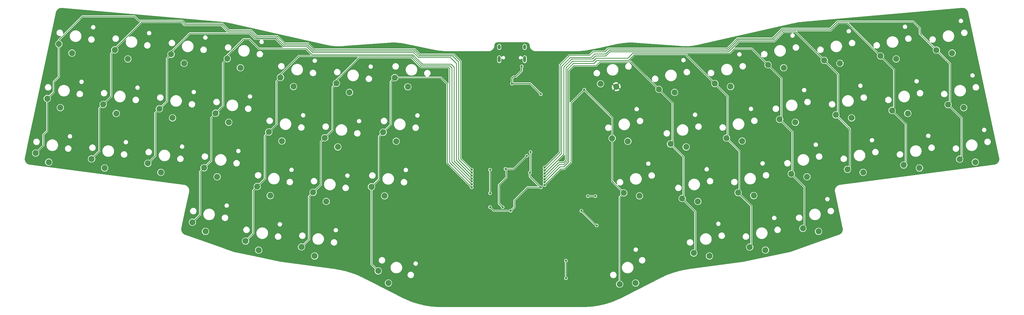
<source format=gbr>
%TF.GenerationSoftware,KiCad,Pcbnew,7.0.2*%
%TF.CreationDate,2024-09-11T18:36:24+10:00*%
%TF.ProjectId,keyboard,6b657962-6f61-4726-942e-6b696361645f,v1.0.0*%
%TF.SameCoordinates,Original*%
%TF.FileFunction,Copper,L1,Top*%
%TF.FilePolarity,Positive*%
%FSLAX46Y46*%
G04 Gerber Fmt 4.6, Leading zero omitted, Abs format (unit mm)*
G04 Created by KiCad (PCBNEW 7.0.2) date 2024-09-11 18:36:24*
%MOMM*%
%LPD*%
G01*
G04 APERTURE LIST*
G04 Aperture macros list*
%AMRoundRect*
0 Rectangle with rounded corners*
0 $1 Rounding radius*
0 $2 $3 $4 $5 $6 $7 $8 $9 X,Y pos of 4 corners*
0 Add a 4 corners polygon primitive as box body*
4,1,4,$2,$3,$4,$5,$6,$7,$8,$9,$2,$3,0*
0 Add four circle primitives for the rounded corners*
1,1,$1+$1,$2,$3*
1,1,$1+$1,$4,$5*
1,1,$1+$1,$6,$7*
1,1,$1+$1,$8,$9*
0 Add four rect primitives between the rounded corners*
20,1,$1+$1,$2,$3,$4,$5,0*
20,1,$1+$1,$4,$5,$6,$7,0*
20,1,$1+$1,$6,$7,$8,$9,0*
20,1,$1+$1,$8,$9,$2,$3,0*%
G04 Aperture macros list end*
%TA.AperFunction,ComponentPad*%
%ADD10C,2.032000*%
%TD*%
%TA.AperFunction,ComponentPad*%
%ADD11RoundRect,0.500000X0.000000X-0.300000X0.000000X-0.300000X0.000000X0.300000X0.000000X0.300000X0*%
%TD*%
%TA.AperFunction,ComponentPad*%
%ADD12RoundRect,0.500000X0.000000X-0.600000X0.000000X-0.600000X0.000000X0.600000X0.000000X0.600000X0*%
%TD*%
%TA.AperFunction,ViaPad*%
%ADD13C,0.800000*%
%TD*%
%TA.AperFunction,Conductor*%
%ADD14C,0.320000*%
%TD*%
%TA.AperFunction,Conductor*%
%ADD15C,0.250000*%
%TD*%
G04 APERTURE END LIST*
D10*
%TO.P,SW41,1,1*%
%TO.N,Net-(D42-A)*%
X316604380Y-163755362D03*
%TO.P,SW41,2,2*%
%TO.N,/MCU/col10*%
X311277027Y-162740810D03*
%TD*%
%TO.P,SW38,1,1*%
%TO.N,Net-(D39-A)*%
X304753413Y-108000949D03*
%TO.P,SW38,2,2*%
%TO.N,/MCU/col10*%
X299426060Y-106986397D03*
%TD*%
%TO.P,SW47,1,1*%
%TO.N,Net-(D48-A)*%
X350863225Y-142160651D03*
%TO.P,SW47,2,2*%
%TO.N,/MCU/col12*%
X345535872Y-141146099D03*
%TD*%
%TO.P,SW50,1,1*%
%TO.N,Net-(D51-A)*%
X369863853Y-140166624D03*
%TO.P,SW50,2,2*%
%TO.N,/MCU/col13*%
X364536500Y-139152072D03*
%TD*%
%TO.P,SW49,1,1*%
%TO.N,Net-(D50-A)*%
X365913530Y-121581820D03*
%TO.P,SW49,2,2*%
%TO.N,/MCU/col13*%
X360586177Y-120567268D03*
%TD*%
%TO.P,SW26,1,1*%
%TO.N,Net-(D26-A)*%
X170488057Y-181365065D03*
%TO.P,SW26,2,2*%
%TO.N,/MCU/col6*%
X166986404Y-177223999D03*
%TD*%
%TO.P,SW32,1,1*%
%TO.N,Net-(D33-A)*%
X275588404Y-153560276D03*
%TO.P,SW32,2,2*%
%TO.N,/MCU/col8*%
X270261051Y-152545724D03*
%TD*%
%TO.P,SW1,1,1*%
%TO.N,GND*%
X247855486Y-114472103D03*
%TO.P,SW1,2,2*%
%TO.N,/MCU/BOOT*%
X242528133Y-113457551D03*
%TD*%
%TO.P,SW16,1,1*%
%TO.N,Net-(D16-A)*%
X134283452Y-132981444D03*
%TO.P,SW16,2,2*%
%TO.N,/MCU/col4*%
X129829329Y-129887775D03*
%TD*%
%TO.P,SW6,1,1*%
%TO.N,Net-(D6-A)*%
X78009260Y-123575847D03*
%TO.P,SW6,2,2*%
%TO.N,/MCU/col1*%
X73555137Y-120482178D03*
%TD*%
%TO.P,SW15,1,1*%
%TO.N,Net-(D15-A)*%
X138233774Y-114396640D03*
%TO.P,SW15,2,2*%
%TO.N,/MCU/col4*%
X133779651Y-111302971D03*
%TD*%
%TO.P,SW8,1,1*%
%TO.N,Net-(D8-A)*%
X101064166Y-106495996D03*
%TO.P,SW8,2,2*%
%TO.N,/MCU/col2*%
X96610043Y-103402327D03*
%TD*%
%TO.P,SW45,1,1*%
%TO.N,Net-(D46-A)*%
X342962580Y-104991043D03*
%TO.P,SW45,2,2*%
%TO.N,/MCU/col12*%
X337635227Y-103976491D03*
%TD*%
%TO.P,SW42,1,1*%
%TO.N,Net-(D43-A)*%
X323857997Y-106495996D03*
%TO.P,SW42,2,2*%
%TO.N,/MCU/col11*%
X318530644Y-105481444D03*
%TD*%
%TO.P,SW4,1,1*%
%TO.N,Net-(D4-A)*%
X55058310Y-140166624D03*
%TO.P,SW4,2,2*%
%TO.N,/MCU/col0*%
X50604187Y-137072955D03*
%TD*%
%TO.P,SW13,1,1*%
%TO.N,Net-(D13-A)*%
X112268105Y-145170558D03*
%TO.P,SW13,2,2*%
%TO.N,/MCU/col3*%
X107813982Y-142076889D03*
%TD*%
%TO.P,SW2,1,1*%
%TO.N,Net-(D2-A)*%
X62958954Y-102997016D03*
%TO.P,SW2,2,2*%
%TO.N,/MCU/col0*%
X58504831Y-99903347D03*
%TD*%
%TO.P,SW22,1,1*%
%TO.N,Net-(D22-A)*%
X145383436Y-172145080D03*
%TO.P,SW22,2,2*%
%TO.N,/MCU/col5*%
X140929313Y-169051411D03*
%TD*%
%TO.P,SW25,1,1*%
%TO.N,Net-(D25-A)*%
X169166033Y-151641712D03*
%TO.P,SW25,2,2*%
%TO.N,/MCU/col6*%
X164711910Y-148548043D03*
%TD*%
%TO.P,SW36,1,1*%
%TO.N,Net-(D37-A)*%
X294589032Y-151566249D03*
%TO.P,SW36,2,2*%
%TO.N,/MCU/col9*%
X289261679Y-150551697D03*
%TD*%
%TO.P,SW24,1,1*%
%TO.N,Net-(D24-A)*%
X173116355Y-133056908D03*
%TO.P,SW24,2,2*%
%TO.N,/MCU/col6*%
X168662232Y-129963239D03*
%TD*%
%TO.P,SW20,1,1*%
%TO.N,Net-(D20-A)*%
X153284080Y-134975471D03*
%TO.P,SW20,2,2*%
%TO.N,/MCU/col5*%
X148829957Y-131881802D03*
%TD*%
%TO.P,SW11,1,1*%
%TO.N,Net-(D11-A)*%
X120168749Y-108000949D03*
%TO.P,SW11,2,2*%
%TO.N,/MCU/col3*%
X115714626Y-104907280D03*
%TD*%
%TO.P,SW46,1,1*%
%TO.N,Net-(D47-A)*%
X346912903Y-123575847D03*
%TO.P,SW46,2,2*%
%TO.N,/MCU/col12*%
X341585550Y-122561295D03*
%TD*%
%TO.P,SW14,1,1*%
%TO.N,Net-(D14-A)*%
X108317783Y-163755362D03*
%TO.P,SW14,2,2*%
%TO.N,/MCU/col3*%
X103863660Y-160661693D03*
%TD*%
%TO.P,SW27,1,1*%
%TO.N,Net-(D28-A)*%
X251805808Y-133056908D03*
%TO.P,SW27,2,2*%
%TO.N,/MCU/col7*%
X246478455Y-132042356D03*
%TD*%
%TO.P,SW37,1,1*%
%TO.N,Net-(D38-A)*%
X298539354Y-170151053D03*
%TO.P,SW37,2,2*%
%TO.N,/MCU/col9*%
X293212001Y-169136501D03*
%TD*%
%TO.P,SW18,1,1*%
%TO.N,Net-(D18-A)*%
X126382808Y-170151053D03*
%TO.P,SW18,2,2*%
%TO.N,/MCU/col4*%
X121928685Y-167057384D03*
%TD*%
%TO.P,SW28,1,1*%
%TO.N,Net-(D29-A)*%
X255756130Y-151641712D03*
%TO.P,SW28,2,2*%
%TO.N,/MCU/col7*%
X250428777Y-150627160D03*
%TD*%
%TO.P,SW39,1,1*%
%TO.N,Net-(D40-A)*%
X308703735Y-126585753D03*
%TO.P,SW39,2,2*%
%TO.N,/MCU/col10*%
X303376382Y-125571201D03*
%TD*%
%TO.P,SW23,1,1*%
%TO.N,Net-(D23-A)*%
X177066677Y-114472103D03*
%TO.P,SW23,2,2*%
%TO.N,/MCU/col6*%
X172612554Y-111378434D03*
%TD*%
%TO.P,SW12,1,1*%
%TO.N,Net-(D12-A)*%
X116218427Y-126585753D03*
%TO.P,SW12,2,2*%
%TO.N,/MCU/col3*%
X111764304Y-123492084D03*
%TD*%
%TO.P,SW48,1,1*%
%TO.N,Net-(D49-A)*%
X361963208Y-102997016D03*
%TO.P,SW48,2,2*%
%TO.N,/MCU/col13*%
X356635855Y-101982464D03*
%TD*%
%TO.P,SW29,1,1*%
%TO.N,Net-(D30-A)*%
X254434105Y-181365065D03*
%TO.P,SW29,2,2*%
%TO.N,/MCU/col7*%
X249025692Y-181763904D03*
%TD*%
%TO.P,SW31,1,1*%
%TO.N,Net-(D32-A)*%
X271638082Y-134975471D03*
%TO.P,SW31,2,2*%
%TO.N,/MCU/col8*%
X266310729Y-133960919D03*
%TD*%
%TO.P,SW44,1,1*%
%TO.N,Net-(D45-A)*%
X331758641Y-143665604D03*
%TO.P,SW44,2,2*%
%TO.N,/MCU/col11*%
X326431288Y-142651052D03*
%TD*%
%TO.P,SW5,1,1*%
%TO.N,Net-(D5-A)*%
X81959582Y-104991043D03*
%TO.P,SW5,2,2*%
%TO.N,/MCU/col1*%
X77505459Y-101897374D03*
%TD*%
%TO.P,SW3,1,1*%
%TO.N,Net-(D3-A)*%
X59008632Y-121581820D03*
%TO.P,SW3,2,2*%
%TO.N,/MCU/col0*%
X54554509Y-118488151D03*
%TD*%
%TO.P,SW35,1,1*%
%TO.N,Net-(D36-A)*%
X290638710Y-132981444D03*
%TO.P,SW35,2,2*%
%TO.N,/MCU/col9*%
X285311357Y-131966892D03*
%TD*%
%TO.P,SW43,1,1*%
%TO.N,Net-(D44-A)*%
X327808319Y-125080800D03*
%TO.P,SW43,2,2*%
%TO.N,/MCU/col11*%
X322480966Y-124066248D03*
%TD*%
%TO.P,SW7,1,1*%
%TO.N,Net-(D7-A)*%
X74058938Y-142160651D03*
%TO.P,SW7,2,2*%
%TO.N,/MCU/col1*%
X69604815Y-139066982D03*
%TD*%
%TO.P,SW40,1,1*%
%TO.N,Net-(D41-A)*%
X312654057Y-145170558D03*
%TO.P,SW40,2,2*%
%TO.N,/MCU/col10*%
X307326704Y-144156006D03*
%TD*%
%TO.P,SW21,1,1*%
%TO.N,Net-(D21-A)*%
X149333758Y-153560276D03*
%TO.P,SW21,2,2*%
%TO.N,/MCU/col5*%
X144879635Y-150466607D03*
%TD*%
%TO.P,SW10,1,1*%
%TO.N,Net-(D10-A)*%
X93163521Y-143665604D03*
%TO.P,SW10,2,2*%
%TO.N,/MCU/col2*%
X88709398Y-140571935D03*
%TD*%
%TO.P,SW34,1,1*%
%TO.N,Net-(D35-A)*%
X286688388Y-114396640D03*
%TO.P,SW34,2,2*%
%TO.N,/MCU/col9*%
X281361035Y-113382088D03*
%TD*%
%TO.P,SW33,1,1*%
%TO.N,Net-(D34-A)*%
X279538727Y-172145080D03*
%TO.P,SW33,2,2*%
%TO.N,/MCU/col8*%
X274211374Y-171130528D03*
%TD*%
%TO.P,SW30,1,1*%
%TO.N,Net-(D31-A)*%
X267687760Y-116390667D03*
%TO.P,SW30,2,2*%
%TO.N,/MCU/col8*%
X262360407Y-115376115D03*
%TD*%
%TO.P,SW17,1,1*%
%TO.N,Net-(D17-A)*%
X130333130Y-151566249D03*
%TO.P,SW17,2,2*%
%TO.N,/MCU/col4*%
X125879007Y-148472580D03*
%TD*%
%TO.P,SW9,1,1*%
%TO.N,Net-(D9-A)*%
X97113844Y-125080800D03*
%TO.P,SW9,2,2*%
%TO.N,/MCU/col2*%
X92659721Y-121987131D03*
%TD*%
%TO.P,SW19,1,1*%
%TO.N,Net-(D19-A)*%
X157234402Y-116390667D03*
%TO.P,SW19,2,2*%
%TO.N,/MCU/col5*%
X152780279Y-113296998D03*
%TD*%
D11*
%TO.P,J1,S1,SHIELD*%
%TO.N,unconnected-(J1-SHIELD-PadS1)*%
X208107159Y-100912500D03*
D12*
X208107159Y-105092500D03*
D11*
X216747159Y-100912500D03*
D12*
X216747159Y-105092500D03*
%TD*%
D13*
%TO.N,VBUS*%
X222250000Y-117000000D03*
X215750000Y-107500000D03*
X212427156Y-113412500D03*
%TO.N,GND*%
X218966078Y-111412500D03*
X212500000Y-146600000D03*
X206250000Y-139500000D03*
X225500000Y-118500000D03*
X216716078Y-106912500D03*
X217750000Y-119000000D03*
X206250000Y-154000000D03*
X229750000Y-139250000D03*
X214750000Y-135750000D03*
X219500000Y-154481250D03*
X228000000Y-121250000D03*
X207716078Y-111412500D03*
X220000000Y-143750000D03*
X210250000Y-147500000D03*
X209250000Y-159500000D03*
X213750000Y-146600000D03*
X233000000Y-116000000D03*
X219250000Y-158981250D03*
X215000000Y-155731250D03*
X210250000Y-150000000D03*
X209250000Y-139500000D03*
X214700000Y-148750000D03*
X211250000Y-151000000D03*
X207750000Y-139500000D03*
X217216078Y-111412500D03*
X219500000Y-160981250D03*
X212500000Y-151000000D03*
X210750000Y-159500000D03*
X214700000Y-150000000D03*
X211250000Y-146600000D03*
X216250000Y-135750000D03*
X208216078Y-106912500D03*
X215750000Y-120750000D03*
X205966078Y-111412500D03*
X222250000Y-149750000D03*
X210250000Y-148750000D03*
X224000000Y-133250000D03*
X214700000Y-147500000D03*
X212427156Y-108162500D03*
X203250000Y-144500000D03*
X213750000Y-151000000D03*
X216750000Y-129500000D03*
%TO.N,+3V3*%
X218750000Y-136750000D03*
X205000000Y-150750000D03*
X212000000Y-156750000D03*
X222250000Y-148750000D03*
X205000000Y-142750000D03*
X205000000Y-155500000D03*
X218500000Y-143750000D03*
%TO.N,+1V1*%
X210250000Y-142500000D03*
X217500000Y-138000000D03*
X209250000Y-155500000D03*
%TO.N,/MCU/row1*%
X238250000Y-151750000D03*
X240750000Y-151750000D03*
%TO.N,/MCU/row2*%
X236000000Y-156750000D03*
X241250000Y-161750000D03*
%TO.N,/MCU/row3*%
X230750000Y-179750000D03*
X230750000Y-173750000D03*
%TO.N,/MCU/col0*%
X198750000Y-142750000D03*
%TO.N,/MCU/col1*%
X198750000Y-143750000D03*
%TO.N,/MCU/col2*%
X198750000Y-144750000D03*
%TO.N,/MCU/col3*%
X198750000Y-145750000D03*
%TO.N,/MCU/col4*%
X198750000Y-146750000D03*
%TO.N,/MCU/col5*%
X198750000Y-147750000D03*
%TO.N,/MCU/col6*%
X198750000Y-148750000D03*
%TO.N,/MCU/col7*%
X223500000Y-148000000D03*
X237000000Y-115500000D03*
%TO.N,/MCU/col8*%
X223500000Y-147000000D03*
%TO.N,/MCU/col9*%
X223500000Y-146000000D03*
%TO.N,/MCU/col10*%
X223500000Y-145000000D03*
%TO.N,/MCU/col11*%
X223500000Y-144000000D03*
%TO.N,/MCU/col12*%
X223500000Y-143000000D03*
%TO.N,/MCU/col13*%
X223500000Y-142000000D03*
%TD*%
D14*
%TO.N,VBUS*%
X212427156Y-111572844D02*
X212427156Y-113412500D01*
X215750000Y-109000000D02*
X213750000Y-111000000D01*
X213000000Y-111000000D02*
X212427156Y-111572844D01*
X222250000Y-117000000D02*
X218662500Y-113412500D01*
X218662500Y-113412500D02*
X212427156Y-113412500D01*
X215750000Y-107500000D02*
X215750000Y-109000000D01*
X213750000Y-111000000D02*
X213000000Y-111000000D01*
D15*
%TO.N,+3V3*%
X222250000Y-148750000D02*
X218500000Y-145000000D01*
X213250000Y-153250000D02*
X217750000Y-148750000D01*
X212000000Y-156750000D02*
X206250000Y-156750000D01*
X218750000Y-143500000D02*
X218500000Y-143750000D01*
X212000000Y-156750000D02*
X213250000Y-155500000D01*
X218500000Y-145000000D02*
X218500000Y-143750000D01*
X206250000Y-156750000D02*
X205000000Y-155500000D01*
X217750000Y-148750000D02*
X222250000Y-148750000D01*
X218750000Y-136750000D02*
X218750000Y-143500000D01*
X213250000Y-155500000D02*
X213250000Y-153250000D01*
X205000000Y-150750000D02*
X205000000Y-142750000D01*
%TO.N,+1V1*%
X213000000Y-142500000D02*
X217500000Y-138000000D01*
X208000000Y-148000000D02*
X210500000Y-145500000D01*
X210500000Y-142750000D02*
X210250000Y-142500000D01*
X210500000Y-145500000D02*
X210500000Y-142750000D01*
X209250000Y-155500000D02*
X208000000Y-154250000D01*
X208000000Y-154250000D02*
X208000000Y-148000000D01*
X210250000Y-142500000D02*
X213000000Y-142500000D01*
%TO.N,/MCU/row1*%
X238250000Y-151750000D02*
X240750000Y-151750000D01*
%TO.N,/MCU/row2*%
X236000000Y-156750000D02*
X241000000Y-161750000D01*
X241000000Y-161750000D02*
X241250000Y-161750000D01*
%TO.N,/MCU/row3*%
X230750000Y-173750000D02*
X230750000Y-179750000D01*
%TO.N,/MCU/col0*%
X66500000Y-90500000D02*
X58504831Y-98495169D01*
X58504831Y-98495169D02*
X58504831Y-99903347D01*
X179500000Y-101750000D02*
X145250000Y-101750000D01*
X123750000Y-95250000D02*
X116250000Y-95250000D01*
X125750000Y-97250000D02*
X123750000Y-95250000D01*
X192750000Y-103500000D02*
X181250000Y-103500000D01*
X84250000Y-90500000D02*
X66500000Y-90500000D01*
X114000000Y-93000000D02*
X101500000Y-93000000D01*
X50604187Y-137072955D02*
X53250000Y-134427142D01*
X54554509Y-118488151D02*
X56750000Y-116292660D01*
X56750000Y-116292660D02*
X56750000Y-112750000D01*
X198750000Y-142750000D02*
X195000000Y-139000000D01*
X53250000Y-134427142D02*
X53250000Y-130750000D01*
X101500000Y-93000000D02*
X100500000Y-92000000D01*
X145250000Y-101750000D02*
X143250000Y-99750000D01*
X58504831Y-110995169D02*
X58504831Y-99903347D01*
X54554509Y-129445491D02*
X54554509Y-118488151D01*
X56750000Y-112750000D02*
X58504831Y-110995169D01*
X181250000Y-103500000D02*
X179500000Y-101750000D01*
X116250000Y-95250000D02*
X114000000Y-93000000D01*
X132750000Y-97250000D02*
X125750000Y-97250000D01*
X135250000Y-99750000D02*
X132750000Y-97250000D01*
X195000000Y-139000000D02*
X195000000Y-105750000D01*
X143250000Y-99750000D02*
X135250000Y-99750000D01*
X53250000Y-130750000D02*
X54554509Y-129445491D01*
X195000000Y-105750000D02*
X192750000Y-103500000D01*
X100500000Y-92000000D02*
X85750000Y-92000000D01*
X85750000Y-92000000D02*
X84250000Y-90500000D01*
%TO.N,/MCU/col1*%
X179250000Y-102250000D02*
X145000000Y-102250000D01*
X123500000Y-95750000D02*
X116000000Y-95750000D01*
X143000000Y-100250000D02*
X135000000Y-100250000D01*
X72250000Y-136421797D02*
X72250000Y-121787315D01*
X198750000Y-143750000D02*
X194250000Y-139250000D01*
X132500000Y-97750000D02*
X125500000Y-97750000D01*
X86500000Y-92500000D02*
X77505459Y-101494541D01*
X145000000Y-102250000D02*
X143000000Y-100250000D01*
X101250000Y-93500000D02*
X100250000Y-92500000D01*
X135000000Y-100250000D02*
X132500000Y-97750000D01*
X72250000Y-121787315D02*
X73555137Y-120482178D01*
X100250000Y-92500000D02*
X86500000Y-92500000D01*
X194250000Y-139250000D02*
X194250000Y-106000000D01*
X116000000Y-95750000D02*
X113750000Y-93500000D01*
X69604815Y-139066982D02*
X72250000Y-136421797D01*
X76250000Y-103152833D02*
X77505459Y-101897374D01*
X73555137Y-120482178D02*
X76250000Y-117787315D01*
X192250000Y-104000000D02*
X181000000Y-104000000D01*
X125500000Y-97750000D02*
X123500000Y-95750000D01*
X181000000Y-104000000D02*
X179250000Y-102250000D01*
X76250000Y-117787315D02*
X76250000Y-103152833D01*
X77505459Y-101494541D02*
X77505459Y-101897374D01*
X194250000Y-106000000D02*
X192250000Y-104000000D01*
X113750000Y-93500000D02*
X101250000Y-93500000D01*
%TO.N,/MCU/col2*%
X95250000Y-104762370D02*
X96610043Y-103402327D01*
X125130000Y-98130000D02*
X123250000Y-96250000D01*
X123250000Y-96250000D02*
X103000000Y-96250000D01*
X179000000Y-102750000D02*
X144750000Y-102750000D01*
X193500000Y-139500000D02*
X193500000Y-106500000D01*
X91250000Y-123396852D02*
X92659721Y-121987131D01*
X88709398Y-140571935D02*
X91250000Y-138031333D01*
X96610043Y-102639957D02*
X96610043Y-103402327D01*
X91250000Y-138031333D02*
X91250000Y-123396852D01*
X144750000Y-102750000D02*
X142750000Y-100750000D01*
X193500000Y-106500000D02*
X191500000Y-104500000D01*
X180750000Y-104500000D02*
X179000000Y-102750000D01*
X103000000Y-96250000D02*
X96610043Y-102639957D01*
X198750000Y-144750000D02*
X193500000Y-139500000D01*
X142750000Y-100750000D02*
X134750000Y-100750000D01*
X92659721Y-121987131D02*
X95250000Y-119396852D01*
X95250000Y-119396852D02*
X95250000Y-104762370D01*
X134750000Y-100750000D02*
X132130000Y-98130000D01*
X132130000Y-98130000D02*
X125130000Y-98130000D01*
X191500000Y-104500000D02*
X180750000Y-104500000D01*
%TO.N,/MCU/col3*%
X110250000Y-139640871D02*
X110250000Y-125006388D01*
X114250000Y-106371906D02*
X115714626Y-104907280D01*
X110250000Y-125006388D02*
X111764304Y-123492084D01*
X107813982Y-142076889D02*
X110250000Y-139640871D01*
X182000000Y-106750000D02*
X178750000Y-103500000D01*
X114250000Y-121006388D02*
X114250000Y-106371906D01*
X144500000Y-103500000D02*
X142500000Y-101500000D01*
X121250000Y-98250000D02*
X115714626Y-103785374D01*
X111764304Y-123492084D02*
X114250000Y-121006388D01*
X126500000Y-101500000D02*
X123250000Y-98250000D01*
X123250000Y-98250000D02*
X121250000Y-98250000D01*
X103863660Y-160661693D02*
X106500000Y-158025353D01*
X198750000Y-145750000D02*
X192750000Y-139750000D01*
X192750000Y-107750000D02*
X191750000Y-106750000D01*
X191750000Y-106750000D02*
X182000000Y-106750000D01*
X142500000Y-101500000D02*
X126500000Y-101500000D01*
X178750000Y-103500000D02*
X144500000Y-103500000D01*
X115714626Y-103785374D02*
X115714626Y-104907280D01*
X106500000Y-143390871D02*
X107813982Y-142076889D01*
X106500000Y-158025353D02*
X106500000Y-143390871D01*
X192750000Y-139750000D02*
X192750000Y-107750000D01*
%TO.N,/MCU/col4*%
X192000000Y-108000000D02*
X191250000Y-107250000D01*
X198750000Y-146750000D02*
X192000000Y-140000000D01*
X140000000Y-104000000D02*
X133779651Y-110220349D01*
X191250000Y-107250000D02*
X181750000Y-107250000D01*
X178500000Y-104000000D02*
X140000000Y-104000000D01*
X121928685Y-167057384D02*
X124500000Y-164486069D01*
X132500000Y-127217104D02*
X132500000Y-112582622D01*
X181750000Y-107250000D02*
X178500000Y-104000000D01*
X132500000Y-112582622D02*
X133779651Y-111302971D01*
X125879007Y-148472580D02*
X128500000Y-145851587D01*
X128500000Y-145851587D02*
X128500000Y-131217104D01*
X124500000Y-149851587D02*
X125879007Y-148472580D01*
X133779651Y-110220349D02*
X133779651Y-111302971D01*
X124500000Y-164486069D02*
X124500000Y-149851587D01*
X192000000Y-140000000D02*
X192000000Y-108000000D01*
X129829329Y-129887775D02*
X132500000Y-127217104D01*
X128500000Y-131217104D02*
X129829329Y-129887775D01*
%TO.N,/MCU/col5*%
X147500000Y-147846242D02*
X147500000Y-133211759D01*
X152780279Y-112219721D02*
X152780279Y-113296998D01*
X191250000Y-140250000D02*
X191250000Y-108250000D01*
X181500000Y-107750000D02*
X178250000Y-104500000D01*
X160500000Y-104500000D02*
X152780279Y-112219721D01*
X151500000Y-129211759D02*
X151500000Y-114577277D01*
X148829957Y-131881802D02*
X151500000Y-129211759D01*
X143500000Y-151846242D02*
X144879635Y-150466607D01*
X144879635Y-150466607D02*
X147500000Y-147846242D01*
X147500000Y-133211759D02*
X148829957Y-131881802D01*
X140929313Y-169051411D02*
X143500000Y-166480724D01*
X190750000Y-107750000D02*
X181500000Y-107750000D01*
X151500000Y-114577277D02*
X152780279Y-113296998D01*
X191250000Y-108250000D02*
X190750000Y-107750000D01*
X198750000Y-147750000D02*
X191250000Y-140250000D01*
X178250000Y-104500000D02*
X160500000Y-104500000D01*
X143500000Y-166480724D02*
X143500000Y-151846242D01*
%TO.N,/MCU/col6*%
X188378434Y-111378434D02*
X172612554Y-111378434D01*
X168662232Y-129963239D02*
X171250000Y-127375471D01*
X171250000Y-127375471D02*
X171250000Y-112740988D01*
X190500000Y-140500000D02*
X190500000Y-113500000D01*
X167250000Y-131375471D02*
X168662232Y-129963239D01*
X164750000Y-148586133D02*
X164711910Y-148548043D01*
X198750000Y-148750000D02*
X190500000Y-140500000D01*
X171250000Y-112740988D02*
X172612554Y-111378434D01*
X190500000Y-113500000D02*
X188378434Y-111378434D01*
X167250000Y-146009953D02*
X167250000Y-131375471D01*
X166986404Y-177223999D02*
X164750000Y-174987595D01*
X164711910Y-148548043D02*
X167250000Y-146009953D01*
X164750000Y-174987595D02*
X164750000Y-148586133D01*
%TO.N,/MCU/col7*%
X246478455Y-146676838D02*
X250428777Y-150627160D01*
X229000000Y-142500000D02*
X230250000Y-142500000D01*
X246478455Y-132042356D02*
X246478455Y-146676838D01*
X246500000Y-125000000D02*
X237000000Y-115500000D01*
X230250000Y-142500000D02*
X232500000Y-140250000D01*
X249025692Y-152030245D02*
X249025692Y-181763904D01*
X232500000Y-120000000D02*
X237000000Y-115500000D01*
X223500000Y-148000000D02*
X229000000Y-142500000D01*
X246478455Y-125021545D02*
X246500000Y-125000000D01*
X246478455Y-132042356D02*
X246478455Y-125021545D01*
X232500000Y-140250000D02*
X232500000Y-120000000D01*
X250428777Y-150627160D02*
X249025692Y-152030245D01*
%TO.N,/MCU/col8*%
X274750000Y-170591902D02*
X274750000Y-157034673D01*
X267000000Y-120015708D02*
X262360407Y-115376115D01*
X241000000Y-107250000D02*
X242250000Y-106000000D01*
X274750000Y-157034673D02*
X270261051Y-152545724D01*
X230000000Y-141750000D02*
X231750000Y-140000000D01*
X270750000Y-152056775D02*
X270750000Y-138400190D01*
X223500000Y-147000000D02*
X228750000Y-141750000D01*
X231750000Y-140000000D02*
X231750000Y-109000000D01*
X252984292Y-106000000D02*
X262360407Y-115376115D01*
X231750000Y-109000000D02*
X233500000Y-107250000D01*
X242250000Y-106000000D02*
X252984292Y-106000000D01*
X267000000Y-133271648D02*
X267000000Y-120015708D01*
X270750000Y-138400190D02*
X266310729Y-133960919D01*
X270261051Y-152545724D02*
X270750000Y-152056775D01*
X274211374Y-171130528D02*
X274750000Y-170591902D01*
X233500000Y-107250000D02*
X241000000Y-107250000D01*
X266310729Y-133960919D02*
X267000000Y-133271648D01*
X228750000Y-141750000D02*
X230000000Y-141750000D01*
%TO.N,/MCU/col9*%
X293750000Y-155040018D02*
X289261679Y-150551697D01*
X241250000Y-105500000D02*
X252000000Y-105500000D01*
X271478947Y-103500000D02*
X281361035Y-113382088D01*
X289750000Y-150063376D02*
X289750000Y-136405535D01*
X231250000Y-139750000D02*
X231250000Y-108500000D01*
X230000000Y-141000000D02*
X231250000Y-139750000D01*
X285750000Y-117771053D02*
X281361035Y-113382088D01*
X233250000Y-106500000D02*
X240250000Y-106500000D01*
X293212001Y-169136501D02*
X293750000Y-168598502D01*
X231250000Y-108500000D02*
X233250000Y-106500000D01*
X254000000Y-103500000D02*
X271478947Y-103500000D01*
X228500000Y-141000000D02*
X230000000Y-141000000D01*
X289750000Y-136405535D02*
X285311357Y-131966892D01*
X293750000Y-168598502D02*
X293750000Y-155040018D01*
X289261679Y-150551697D02*
X289750000Y-150063376D01*
X223500000Y-146000000D02*
X228500000Y-141000000D01*
X285311357Y-131966892D02*
X285750000Y-131528249D01*
X285750000Y-131528249D02*
X285750000Y-117771053D01*
X240250000Y-106500000D02*
X241250000Y-105500000D01*
X252000000Y-105500000D02*
X254000000Y-103500000D01*
%TO.N,/MCU/col10*%
X241000000Y-104750000D02*
X251750000Y-104750000D01*
X311277027Y-162740810D02*
X311750000Y-162267837D01*
X230750000Y-108000000D02*
X233000000Y-105750000D01*
X311750000Y-162267837D02*
X311750000Y-148579302D01*
X303376382Y-125571201D02*
X304000000Y-124947583D01*
X286500000Y-103000000D02*
X288000000Y-101500000D01*
X307326704Y-144156006D02*
X307750000Y-143732710D01*
X230000000Y-140250000D02*
X230750000Y-139500000D01*
X223500000Y-145000000D02*
X228250000Y-140250000D01*
X230750000Y-139500000D02*
X230750000Y-108000000D01*
X293939663Y-101500000D02*
X299426060Y-106986397D01*
X233000000Y-105750000D02*
X240000000Y-105750000D01*
X307750000Y-143732710D02*
X307750000Y-129944819D01*
X311750000Y-148579302D02*
X307326704Y-144156006D01*
X253500000Y-103000000D02*
X286500000Y-103000000D01*
X304000000Y-111560337D02*
X299426060Y-106986397D01*
X288000000Y-101500000D02*
X293939663Y-101500000D01*
X240000000Y-105750000D02*
X241000000Y-104750000D01*
X228250000Y-140250000D02*
X230000000Y-140250000D01*
X307750000Y-129944819D02*
X303376382Y-125571201D01*
X304000000Y-124947583D02*
X304000000Y-111560337D01*
X251750000Y-104750000D02*
X253500000Y-103000000D01*
%TO.N,/MCU/col11*%
X304750000Y-95750000D02*
X308799200Y-95750000D01*
X327250000Y-128835282D02*
X322480966Y-124066248D01*
X245750000Y-102500000D02*
X286000000Y-102500000D01*
X301500000Y-99000000D02*
X304750000Y-95750000D01*
X322480966Y-124066248D02*
X323250000Y-123297214D01*
X230000000Y-107750000D02*
X232750000Y-105000000D01*
X323250000Y-123297214D02*
X323250000Y-110200800D01*
X286000000Y-102500000D02*
X289500000Y-99000000D01*
X230000000Y-137500000D02*
X230000000Y-107750000D01*
X289500000Y-99000000D02*
X301500000Y-99000000D01*
X323250000Y-110200800D02*
X318530644Y-105481444D01*
X308799200Y-95750000D02*
X318530644Y-105481444D01*
X223500000Y-144000000D02*
X230000000Y-137500000D01*
X240750000Y-104000000D02*
X244250000Y-104000000D01*
X244250000Y-104000000D02*
X245750000Y-102500000D01*
X326431288Y-142651052D02*
X327250000Y-141832340D01*
X239750000Y-105000000D02*
X240750000Y-104000000D01*
X232750000Y-105000000D02*
X239750000Y-105000000D01*
X327250000Y-141832340D02*
X327250000Y-128835282D01*
%TO.N,/MCU/col12*%
X301250000Y-98500000D02*
X304500000Y-95250000D01*
X244250000Y-103250000D02*
X245500000Y-102000000D01*
X223463155Y-142963155D02*
X229250000Y-137176310D01*
X289250000Y-98500000D02*
X301250000Y-98500000D01*
X320750000Y-95250000D02*
X323250000Y-92750000D01*
X342250000Y-108591264D02*
X337635227Y-103976491D01*
X240500000Y-103250000D02*
X244250000Y-103250000D01*
X245500000Y-102000000D02*
X285750000Y-102000000D01*
X223500000Y-143000000D02*
X223463155Y-142963155D01*
X346250000Y-127225745D02*
X341585550Y-122561295D01*
X341585550Y-122561295D02*
X342250000Y-121896845D01*
X229250000Y-137176310D02*
X229250000Y-107500000D01*
X229250000Y-107500000D02*
X232250000Y-104500000D01*
X239250000Y-104500000D02*
X240500000Y-103250000D01*
X285750000Y-102000000D02*
X289250000Y-98500000D01*
X326408736Y-92750000D02*
X337635227Y-103976491D01*
X232250000Y-104500000D02*
X239250000Y-104500000D01*
X304500000Y-95250000D02*
X320750000Y-95250000D01*
X323250000Y-92750000D02*
X326408736Y-92750000D01*
X346250000Y-140431971D02*
X346250000Y-127225745D01*
X345535872Y-141146099D02*
X346250000Y-140431971D01*
X342250000Y-121896845D02*
X342250000Y-108591264D01*
%TO.N,/MCU/col13*%
X360586177Y-120567268D02*
X361250000Y-119903445D01*
X351000000Y-94500000D02*
X351000000Y-96346609D01*
X228750000Y-107000000D02*
X232000000Y-103750000D01*
X285500000Y-101500000D02*
X289000000Y-98000000D01*
X348750000Y-92250000D02*
X351000000Y-94500000D01*
X232000000Y-103750000D02*
X238750000Y-103750000D01*
X245000000Y-101500000D02*
X285500000Y-101500000D01*
X244000000Y-102500000D02*
X245000000Y-101500000D01*
X365250000Y-138438572D02*
X365250000Y-125231091D01*
X304250000Y-94750000D02*
X320500000Y-94750000D01*
X361250000Y-119903445D02*
X361250000Y-106596609D01*
X223500000Y-142000000D02*
X228750000Y-136750000D01*
X365250000Y-125231091D02*
X360586177Y-120567268D01*
X289000000Y-98000000D02*
X301000000Y-98000000D01*
X240000000Y-102500000D02*
X244000000Y-102500000D01*
X364536500Y-139152072D02*
X365250000Y-138438572D01*
X351000000Y-96346609D02*
X356635855Y-101982464D01*
X323000000Y-92250000D02*
X348750000Y-92250000D01*
X361250000Y-106596609D02*
X356635855Y-101982464D01*
X301000000Y-98000000D02*
X304250000Y-94750000D01*
X320500000Y-94750000D02*
X323000000Y-92250000D01*
X238750000Y-103750000D02*
X240000000Y-102500000D01*
X228750000Y-136750000D02*
X228750000Y-107000000D01*
%TD*%
%TA.AperFunction,Conductor*%
%TO.N,GND*%
G36*
X230343834Y-137719005D02*
G01*
X230399767Y-137760877D01*
X230424184Y-137826341D01*
X230424500Y-137835187D01*
X230424500Y-139313811D01*
X230404815Y-139380850D01*
X230388181Y-139401492D01*
X229901493Y-139888181D01*
X229840170Y-139921666D01*
X229813812Y-139924500D01*
X228335188Y-139924500D01*
X228268149Y-139904815D01*
X228222394Y-139852011D01*
X228212450Y-139782853D01*
X228241475Y-139719297D01*
X228247507Y-139712819D01*
X229225913Y-138734413D01*
X230212821Y-137747504D01*
X230274142Y-137714021D01*
X230343834Y-137719005D01*
G37*
%TD.AperFunction*%
%TA.AperFunction,Conductor*%
G36*
X59519960Y-87594030D02*
G01*
X59570118Y-87595104D01*
X59589428Y-87595518D01*
X59597681Y-87595970D01*
X59648278Y-87600440D01*
X59648641Y-87600423D01*
X113014362Y-92268129D01*
X113156270Y-92282468D01*
X113162582Y-92283106D01*
X113916023Y-92361872D01*
X113918701Y-92362184D01*
X114274868Y-92407970D01*
X114840120Y-92486474D01*
X115219567Y-92545732D01*
X115781791Y-92643305D01*
X116135000Y-92708304D01*
X116137718Y-92708839D01*
X116879425Y-92863581D01*
X116880854Y-92863879D01*
X117022911Y-92894017D01*
X144971545Y-99220110D01*
X149197786Y-100176709D01*
X149197789Y-100176708D01*
X149223139Y-100182446D01*
X149223196Y-100182446D01*
X149556612Y-100257907D01*
X149558689Y-100258377D01*
X149560953Y-100258824D01*
X150063416Y-100353140D01*
X150072464Y-100354839D01*
X150084913Y-100357368D01*
X150085795Y-100357342D01*
X150286230Y-100394974D01*
X150288495Y-100395335D01*
X151018326Y-100504559D01*
X151020597Y-100504835D01*
X151753977Y-100586982D01*
X151756250Y-100587172D01*
X152492173Y-100642131D01*
X152494488Y-100642240D01*
X153231903Y-100669929D01*
X153234185Y-100669951D01*
X153972156Y-100670338D01*
X153974459Y-100670276D01*
X154169189Y-100663152D01*
X154175922Y-100662906D01*
X154176581Y-100663074D01*
X154187633Y-100662495D01*
X154711918Y-100643359D01*
X154714202Y-100643212D01*
X155018455Y-100620806D01*
X155027237Y-100620160D01*
X155027719Y-100620264D01*
X155064308Y-100617477D01*
X155064864Y-100617509D01*
X155080504Y-100616245D01*
X155081566Y-100616163D01*
X170702066Y-99466557D01*
X170702080Y-99466556D01*
X170702584Y-99466519D01*
X170851161Y-99458599D01*
X171567379Y-99422839D01*
X171571818Y-99422700D01*
X171918412Y-99418248D01*
X172449084Y-99416796D01*
X172452813Y-99416842D01*
X172832258Y-99427307D01*
X173333557Y-99449586D01*
X173336278Y-99449739D01*
X173721513Y-99475969D01*
X173724156Y-99476181D01*
X174223927Y-99522069D01*
X174601369Y-99563145D01*
X174604911Y-99563585D01*
X175130549Y-99636968D01*
X175473263Y-99688349D01*
X175477699Y-99689098D01*
X176184996Y-99822099D01*
X176248731Y-99834306D01*
X176326933Y-99849284D01*
X176329402Y-99849783D01*
X176386900Y-99862011D01*
X176386946Y-99862012D01*
X178987573Y-100414793D01*
X185007921Y-101694459D01*
X185007985Y-101694464D01*
X185365305Y-101770416D01*
X185433051Y-101784816D01*
X185434875Y-101785161D01*
X186316304Y-101945104D01*
X186318143Y-101945395D01*
X187203957Y-102078897D01*
X187205799Y-102079132D01*
X188095216Y-102186076D01*
X188097068Y-102186257D01*
X188989282Y-102266544D01*
X188991126Y-102266668D01*
X189885354Y-102320230D01*
X189887193Y-102320298D01*
X190782632Y-102347085D01*
X190784503Y-102347099D01*
X191206706Y-102347085D01*
X191206710Y-102347086D01*
X204430216Y-102347086D01*
X204434894Y-102348459D01*
X204449676Y-102347402D01*
X204458527Y-102347086D01*
X204475589Y-102347086D01*
X204475636Y-102347079D01*
X204592199Y-102347077D01*
X204738612Y-102327796D01*
X204739223Y-102327891D01*
X204743332Y-102327175D01*
X204752747Y-102325935D01*
X204760089Y-102325189D01*
X204829877Y-102320195D01*
X204845845Y-102313830D01*
X204848152Y-102313370D01*
X204852191Y-102312839D01*
X205013771Y-102269539D01*
X205014672Y-102269560D01*
X205019752Y-102267936D01*
X205043533Y-102261563D01*
X205049266Y-102260172D01*
X205100026Y-102249128D01*
X205111308Y-102242771D01*
X205105489Y-102244961D01*
X205274494Y-102174952D01*
X205276051Y-102174785D01*
X205283478Y-102171231D01*
X205336386Y-102149315D01*
X205340458Y-102147713D01*
X205352133Y-102143358D01*
X205357670Y-102138882D01*
X205518600Y-102045966D01*
X205520869Y-102045416D01*
X205530104Y-102039324D01*
X205574864Y-102013482D01*
X205578083Y-102011011D01*
X205581461Y-102008755D01*
X205578734Y-102010709D01*
X205589411Y-102003755D01*
X205594348Y-101998530D01*
X205742266Y-101885027D01*
X205745194Y-101883895D01*
X205755356Y-101874983D01*
X205782909Y-101853841D01*
X205795971Y-101840778D01*
X205806161Y-101831948D01*
X205809636Y-101827113D01*
X205941606Y-101695143D01*
X205945068Y-101693253D01*
X205955270Y-101681479D01*
X205968338Y-101668412D01*
X205989481Y-101640858D01*
X205997302Y-101631940D01*
X205999521Y-101627774D01*
X206113025Y-101479855D01*
X206116857Y-101477057D01*
X206125208Y-101464235D01*
X206123252Y-101466965D01*
X206125508Y-101463587D01*
X206127979Y-101460368D01*
X206153818Y-101415613D01*
X206159241Y-101407392D01*
X206160460Y-101404109D01*
X206238401Y-101269116D01*
X207406659Y-101269116D01*
X207406913Y-101271920D01*
X207406914Y-101271924D01*
X207413072Y-101339693D01*
X207413073Y-101339696D01*
X207463681Y-101502106D01*
X207477969Y-101525741D01*
X207551687Y-101647686D01*
X207671972Y-101767971D01*
X207700408Y-101785161D01*
X207817553Y-101855978D01*
X207979963Y-101906586D01*
X208050543Y-101913000D01*
X208053362Y-101913000D01*
X208160956Y-101913000D01*
X208163775Y-101913000D01*
X208234355Y-101906586D01*
X208396765Y-101855978D01*
X208542344Y-101767972D01*
X208662631Y-101647685D01*
X208750637Y-101502106D01*
X208801245Y-101339696D01*
X208807659Y-101269116D01*
X216046659Y-101269116D01*
X216046913Y-101271920D01*
X216046914Y-101271924D01*
X216053072Y-101339693D01*
X216053073Y-101339696D01*
X216103681Y-101502106D01*
X216117969Y-101525741D01*
X216191687Y-101647686D01*
X216311972Y-101767971D01*
X216340408Y-101785161D01*
X216457553Y-101855978D01*
X216619963Y-101906586D01*
X216690543Y-101913000D01*
X216693362Y-101913000D01*
X216800956Y-101913000D01*
X216803775Y-101913000D01*
X216874355Y-101906586D01*
X217036765Y-101855978D01*
X217182344Y-101767972D01*
X217302631Y-101647685D01*
X217390637Y-101502106D01*
X217441245Y-101339696D01*
X217447659Y-101269116D01*
X217447659Y-100555884D01*
X217441245Y-100485304D01*
X217390637Y-100322894D01*
X217319987Y-100206025D01*
X217302630Y-100177313D01*
X217182345Y-100057028D01*
X217052663Y-99978633D01*
X217036765Y-99969022D01*
X216874355Y-99918414D01*
X216874352Y-99918413D01*
X216806583Y-99912255D01*
X216806579Y-99912254D01*
X216803775Y-99912000D01*
X216690543Y-99912000D01*
X216687739Y-99912254D01*
X216687734Y-99912255D01*
X216619965Y-99918413D01*
X216558414Y-99937593D01*
X216457553Y-99969022D01*
X216457551Y-99969022D01*
X216457551Y-99969023D01*
X216311972Y-100057028D01*
X216191687Y-100177313D01*
X216104823Y-100321005D01*
X216103681Y-100322894D01*
X216091551Y-100361822D01*
X216053072Y-100485306D01*
X216047666Y-100544804D01*
X216046659Y-100555884D01*
X216046659Y-101269116D01*
X208807659Y-101269116D01*
X208807659Y-100555884D01*
X208801245Y-100485304D01*
X208750637Y-100322894D01*
X208679987Y-100206025D01*
X208662630Y-100177313D01*
X208542345Y-100057028D01*
X208412663Y-99978633D01*
X208396765Y-99969022D01*
X208234355Y-99918414D01*
X208234352Y-99918413D01*
X208166583Y-99912255D01*
X208166579Y-99912254D01*
X208163775Y-99912000D01*
X208050543Y-99912000D01*
X208047739Y-99912254D01*
X208047734Y-99912255D01*
X207979965Y-99918413D01*
X207918414Y-99937593D01*
X207817553Y-99969022D01*
X207817551Y-99969022D01*
X207817551Y-99969023D01*
X207671972Y-100057028D01*
X207551687Y-100177313D01*
X207464823Y-100321005D01*
X207463681Y-100322894D01*
X207451551Y-100361822D01*
X207413072Y-100485306D01*
X207407666Y-100544804D01*
X207406659Y-100555884D01*
X207406659Y-101269116D01*
X206238401Y-101269116D01*
X206253382Y-101243169D01*
X206257121Y-101239604D01*
X206262200Y-101225989D01*
X206263796Y-101221930D01*
X206285730Y-101168979D01*
X206288935Y-101162280D01*
X206289448Y-101160003D01*
X206359454Y-100991003D01*
X206357221Y-100996939D01*
X206362907Y-100988848D01*
X206374679Y-100934739D01*
X206376071Y-100929005D01*
X206382429Y-100905278D01*
X206383915Y-100900626D01*
X206384033Y-100899291D01*
X206427338Y-100737696D01*
X206427867Y-100733671D01*
X206428329Y-100731354D01*
X206434379Y-100719787D01*
X206439686Y-100645608D01*
X206440433Y-100638257D01*
X206441677Y-100628816D01*
X206442336Y-100625031D01*
X206442295Y-100624116D01*
X206461576Y-100477704D01*
X206461580Y-100351973D01*
X206462049Y-100341221D01*
X206465561Y-100301045D01*
X206477986Y-100174803D01*
X206481605Y-100154904D01*
X206498969Y-100090087D01*
X206500027Y-100086379D01*
X206527745Y-99994990D01*
X206534009Y-99978617D01*
X206564755Y-99912676D01*
X206567722Y-99906739D01*
X206610075Y-99827496D01*
X206617833Y-99814866D01*
X206660695Y-99753650D01*
X206666400Y-99746133D01*
X206686008Y-99722240D01*
X206722236Y-99678094D01*
X206730395Y-99669092D01*
X206783597Y-99615889D01*
X206792567Y-99607759D01*
X206860669Y-99551870D01*
X206868156Y-99546191D01*
X206929339Y-99503351D01*
X206942004Y-99495572D01*
X206960497Y-99485688D01*
X207021216Y-99453234D01*
X207027178Y-99450253D01*
X207093109Y-99419512D01*
X207109497Y-99413243D01*
X207200836Y-99385540D01*
X207204639Y-99384455D01*
X207269386Y-99367110D01*
X207289304Y-99363487D01*
X207415940Y-99351027D01*
X207455671Y-99347553D01*
X207466422Y-99347086D01*
X212460982Y-99347086D01*
X217455667Y-99347086D01*
X217466482Y-99347558D01*
X217506577Y-99351069D01*
X217632853Y-99363516D01*
X217652751Y-99367139D01*
X217717479Y-99384487D01*
X217721341Y-99385591D01*
X217812616Y-99413285D01*
X217829014Y-99419559D01*
X217894923Y-99450297D01*
X217900928Y-99453299D01*
X217980004Y-99495572D01*
X217980098Y-99495622D01*
X217992766Y-99503406D01*
X218053930Y-99546238D01*
X218061470Y-99551958D01*
X218129505Y-99607797D01*
X218138501Y-99615951D01*
X218191690Y-99669143D01*
X218199853Y-99678152D01*
X218255676Y-99746176D01*
X218261397Y-99753717D01*
X218304231Y-99814893D01*
X218312011Y-99827558D01*
X218354295Y-99906668D01*
X218354316Y-99906706D01*
X218357340Y-99912756D01*
X218388057Y-99978633D01*
X218394334Y-99995039D01*
X218422023Y-100086315D01*
X218423138Y-100090218D01*
X218440480Y-100154941D01*
X218444104Y-100174837D01*
X218456141Y-100296612D01*
X218456959Y-100305952D01*
X218460045Y-100341227D01*
X218460514Y-100351991D01*
X218460514Y-100477709D01*
X218461042Y-100481716D01*
X218461043Y-100481731D01*
X218479258Y-100620095D01*
X218479098Y-100621114D01*
X218480300Y-100628010D01*
X218481802Y-100639415D01*
X218482548Y-100646760D01*
X218487496Y-100715950D01*
X218493860Y-100731913D01*
X218494213Y-100733692D01*
X218494743Y-100737711D01*
X218495792Y-100741628D01*
X218495794Y-100741635D01*
X218537413Y-100896959D01*
X218537385Y-100898105D01*
X218539454Y-100904578D01*
X218546389Y-100930462D01*
X218547780Y-100936194D01*
X218558645Y-100986142D01*
X218565072Y-100997546D01*
X218562617Y-100991020D01*
X218631965Y-101158439D01*
X218632150Y-101160168D01*
X218636103Y-101168429D01*
X218658991Y-101223685D01*
X218660612Y-101227804D01*
X218664479Y-101238172D01*
X218669047Y-101243823D01*
X218760943Y-101402987D01*
X218761525Y-101405387D01*
X218767971Y-101415159D01*
X218792071Y-101456900D01*
X218792076Y-101456907D01*
X218794100Y-101460413D01*
X218796564Y-101463625D01*
X218798826Y-101467009D01*
X218797333Y-101464925D01*
X218804233Y-101475523D01*
X218809542Y-101480539D01*
X218921889Y-101626947D01*
X218923060Y-101629976D01*
X218932283Y-101640492D01*
X218951232Y-101665185D01*
X218953748Y-101668464D01*
X218967161Y-101681877D01*
X218976189Y-101692296D01*
X218981136Y-101695851D01*
X219111797Y-101826509D01*
X219113733Y-101830053D01*
X219125784Y-101840495D01*
X219139186Y-101853897D01*
X219142412Y-101856372D01*
X219142414Y-101856374D01*
X219167155Y-101875358D01*
X219176386Y-101883452D01*
X219180696Y-101885747D01*
X219327117Y-101998094D01*
X219329961Y-102001989D01*
X219342732Y-102010305D01*
X219340646Y-102008810D01*
X219344020Y-102011064D01*
X219347243Y-102013537D01*
X219350764Y-102015570D01*
X219350766Y-102015571D01*
X219392497Y-102039663D01*
X219401199Y-102045402D01*
X219404664Y-102046687D01*
X219563833Y-102138578D01*
X219567476Y-102142398D01*
X219579838Y-102147009D01*
X219583913Y-102148611D01*
X219639238Y-102171526D01*
X219646687Y-102175089D01*
X219649214Y-102175658D01*
X219816633Y-102244999D01*
X219810042Y-102242520D01*
X219818196Y-102248250D01*
X219871451Y-102259833D01*
X219877173Y-102261220D01*
X219895188Y-102266047D01*
X219903084Y-102268163D01*
X219908998Y-102270053D01*
X219910694Y-102270201D01*
X220069955Y-102312870D01*
X220073986Y-102313400D01*
X220075753Y-102313752D01*
X220087273Y-102319777D01*
X220160861Y-102325055D01*
X220168169Y-102325797D01*
X220179659Y-102327309D01*
X220186024Y-102328418D01*
X220187546Y-102328347D01*
X220329958Y-102347091D01*
X220461081Y-102347086D01*
X220461581Y-102347086D01*
X220463613Y-102347086D01*
X220472483Y-102347404D01*
X220488085Y-102348522D01*
X220495980Y-102347086D01*
X233715565Y-102347086D01*
X233715612Y-102347076D01*
X234139531Y-102347077D01*
X234141401Y-102347036D01*
X235036809Y-102320225D01*
X235038642Y-102320129D01*
X235932882Y-102266543D01*
X235934740Y-102266390D01*
X236826948Y-102186077D01*
X236828786Y-102185870D01*
X237718206Y-102078900D01*
X237720040Y-102078637D01*
X238605860Y-101945108D01*
X238607681Y-101944791D01*
X239489113Y-101784821D01*
X239490929Y-101784449D01*
X239891269Y-101699340D01*
X239897241Y-101698071D01*
X239897248Y-101698071D01*
X242109157Y-101227915D01*
X248592337Y-99849872D01*
X248594692Y-99849396D01*
X248739600Y-99821643D01*
X249444458Y-99689107D01*
X249448823Y-99688368D01*
X249791590Y-99636979D01*
X250317245Y-99563593D01*
X250320817Y-99563149D01*
X250698236Y-99522075D01*
X251197985Y-99476188D01*
X251200709Y-99475970D01*
X251585871Y-99449743D01*
X251588563Y-99449592D01*
X252089890Y-99427311D01*
X252469385Y-99416844D01*
X252473115Y-99416798D01*
X253003701Y-99418249D01*
X253350321Y-99422700D01*
X253354772Y-99422839D01*
X254071023Y-99458601D01*
X254218420Y-99466458D01*
X254220884Y-99466613D01*
X269789760Y-100612422D01*
X269789809Y-100612440D01*
X269841115Y-100616214D01*
X269841115Y-100616216D01*
X270210244Y-100643374D01*
X270210248Y-100643374D01*
X270212539Y-100643479D01*
X270719131Y-100661935D01*
X270734378Y-100662491D01*
X270746141Y-100663095D01*
X270746948Y-100662949D01*
X270950006Y-100670356D01*
X270952290Y-100670376D01*
X271690260Y-100669947D01*
X271692565Y-100669882D01*
X272429991Y-100642150D01*
X272432258Y-100642001D01*
X273168188Y-100587001D01*
X273170484Y-100586765D01*
X273903839Y-100504577D01*
X273906118Y-100504258D01*
X274635936Y-100394990D01*
X274638200Y-100394587D01*
X274835661Y-100357491D01*
X274836279Y-100357553D01*
X274846129Y-100355541D01*
X275363477Y-100258390D01*
X275365705Y-100257907D01*
X275694199Y-100183537D01*
X275710174Y-100179921D01*
X275710183Y-100179921D01*
X275724375Y-100176708D01*
X275724377Y-100176709D01*
X307897278Y-92894452D01*
X308028135Y-92866678D01*
X308042794Y-92863568D01*
X308784437Y-92708841D01*
X308787121Y-92708314D01*
X309140294Y-92643320D01*
X309702567Y-92545735D01*
X310082007Y-92486477D01*
X310647257Y-92407971D01*
X311003400Y-92362188D01*
X311006161Y-92361866D01*
X311760821Y-92282975D01*
X311905704Y-92268324D01*
X365007807Y-87623664D01*
X365300479Y-87598065D01*
X365300594Y-87598080D01*
X365324210Y-87595993D01*
X365332455Y-87595540D01*
X365404182Y-87594004D01*
X365593476Y-87591196D01*
X365608928Y-87591934D01*
X365721133Y-87604358D01*
X365868851Y-87623675D01*
X365882437Y-87626233D01*
X365998493Y-87654876D01*
X366002403Y-87655910D01*
X366137074Y-87693892D01*
X366148633Y-87697776D01*
X366262808Y-87742543D01*
X366267979Y-87744710D01*
X366393085Y-87800542D01*
X366402558Y-87805265D01*
X366453268Y-87833322D01*
X366510948Y-87865235D01*
X366517269Y-87868981D01*
X366632021Y-87941666D01*
X366639427Y-87946742D01*
X366739300Y-88020644D01*
X366746321Y-88026243D01*
X366849382Y-88114734D01*
X366854810Y-88119682D01*
X366943843Y-88205797D01*
X366951135Y-88213481D01*
X366951147Y-88213494D01*
X367041090Y-88316781D01*
X367044729Y-88321160D01*
X367120860Y-88417184D01*
X367127979Y-88427134D01*
X367203677Y-88544824D01*
X367205828Y-88548292D01*
X367267114Y-88650842D01*
X367273553Y-88663130D01*
X367335234Y-88798791D01*
X367379886Y-88902383D01*
X367385105Y-88916939D01*
X367438472Y-89101285D01*
X367457188Y-89167547D01*
X367459144Y-89175462D01*
X367463186Y-89194475D01*
X377970909Y-138629427D01*
X377972301Y-138637175D01*
X377985458Y-138726685D01*
X378007673Y-138883585D01*
X378008874Y-138898603D01*
X378011077Y-139014140D01*
X378011506Y-139148311D01*
X378010787Y-139162038D01*
X377997934Y-139280776D01*
X377997538Y-139284030D01*
X377980363Y-139411181D01*
X377978079Y-139423418D01*
X377949865Y-139541416D01*
X377948716Y-139545860D01*
X377914790Y-139667630D01*
X377911321Y-139678217D01*
X377868059Y-139792600D01*
X377865841Y-139798066D01*
X377815922Y-139913182D01*
X377811656Y-139922040D01*
X377754060Y-140030419D01*
X377750493Y-140036684D01*
X377685478Y-140143534D01*
X377680802Y-140150657D01*
X377609852Y-140251022D01*
X377604697Y-140257806D01*
X377525658Y-140354735D01*
X377520941Y-140360188D01*
X377437971Y-140450649D01*
X377431043Y-140457626D01*
X377339181Y-140543076D01*
X377334769Y-140546989D01*
X377241362Y-140625934D01*
X377232538Y-140632736D01*
X377129061Y-140705336D01*
X377125256Y-140707902D01*
X377023440Y-140773854D01*
X377012665Y-140780089D01*
X376898480Y-140838718D01*
X376895543Y-140840177D01*
X376787933Y-140891881D01*
X376775221Y-140897142D01*
X376648604Y-140941490D01*
X376538929Y-140977961D01*
X376524389Y-140981832D01*
X376370387Y-141012967D01*
X376337951Y-141019345D01*
X376280135Y-141030713D01*
X376272375Y-141031985D01*
X323928501Y-147910187D01*
X323928218Y-147910142D01*
X323908984Y-147912681D01*
X323904437Y-147911973D01*
X323889890Y-147914912D01*
X323881564Y-147916301D01*
X323755622Y-147932924D01*
X323755611Y-147932925D01*
X323751748Y-147933436D01*
X323747975Y-147934429D01*
X323747963Y-147934432D01*
X323617566Y-147968774D01*
X323616694Y-147968749D01*
X323610768Y-147970564D01*
X323602185Y-147972825D01*
X323595155Y-147974460D01*
X323524924Y-147988649D01*
X323509277Y-147997293D01*
X323505947Y-147998171D01*
X323502295Y-147999648D01*
X323502293Y-147999649D01*
X323360989Y-148056812D01*
X323359837Y-148056926D01*
X323353226Y-148059953D01*
X323333755Y-148067830D01*
X323328233Y-148069912D01*
X323277742Y-148087592D01*
X323270025Y-148093656D01*
X323121732Y-148176861D01*
X323119992Y-148177260D01*
X323111515Y-148182594D01*
X323071327Y-148205142D01*
X323067287Y-148207311D01*
X323045346Y-148218575D01*
X323039108Y-148224942D01*
X322901560Y-148326972D01*
X322899201Y-148327839D01*
X322889391Y-148335998D01*
X322847649Y-148366961D01*
X322847634Y-148366973D01*
X322844491Y-148369305D01*
X322841665Y-148372018D01*
X322841358Y-148372278D01*
X322832539Y-148379077D01*
X322832348Y-148379210D01*
X322827571Y-148385551D01*
X322703589Y-148504601D01*
X322700680Y-148506114D01*
X322700639Y-148506165D01*
X322690426Y-148517241D01*
X322663985Y-148542629D01*
X322663970Y-148542644D01*
X322661147Y-148545356D01*
X322658684Y-148548408D01*
X322658676Y-148548418D01*
X322653783Y-148554484D01*
X322642637Y-148566444D01*
X322639087Y-148572702D01*
X322530999Y-148706696D01*
X322527585Y-148709063D01*
X322527235Y-148709640D01*
X322517819Y-148723035D01*
X322504031Y-148740127D01*
X322504018Y-148740145D01*
X322501558Y-148743195D01*
X322499501Y-148746535D01*
X322499491Y-148746550D01*
X322487974Y-148765255D01*
X322479246Y-148777530D01*
X322476969Y-148783128D01*
X322386709Y-148929724D01*
X322383007Y-148933058D01*
X322382607Y-148933982D01*
X322374439Y-148949653D01*
X322370358Y-148956282D01*
X322370350Y-148956295D01*
X322368291Y-148959641D01*
X322366672Y-148963217D01*
X322366670Y-148963222D01*
X322351555Y-148996621D01*
X322345273Y-149008517D01*
X322344031Y-149013244D01*
X322273166Y-149169827D01*
X322269409Y-149174192D01*
X322268719Y-149176671D01*
X322265253Y-149187250D01*
X322265107Y-149187633D01*
X322263488Y-149191213D01*
X322262334Y-149194965D01*
X322262333Y-149194971D01*
X322247064Y-149244667D01*
X322243091Y-149255427D01*
X322242615Y-149259148D01*
X322192322Y-149422835D01*
X322188753Y-149428237D01*
X322185107Y-149455247D01*
X322184410Y-149459779D01*
X322178468Y-149494153D01*
X322176554Y-149505222D01*
X322174545Y-149514145D01*
X322174551Y-149516804D01*
X322145587Y-149684335D01*
X322142436Y-149690745D01*
X322142622Y-149747127D01*
X322142501Y-149753024D01*
X322141572Y-149773992D01*
X322140976Y-149780657D01*
X322141201Y-149782352D01*
X322137605Y-149863491D01*
X322134277Y-149938587D01*
X322134557Y-149941973D01*
X322130993Y-149955029D01*
X322141683Y-150030575D01*
X322142483Y-150037717D01*
X322143218Y-150046596D01*
X322143465Y-150052344D01*
X322143797Y-150053582D01*
X322154925Y-150187999D01*
X322154926Y-150188010D01*
X322155249Y-150191904D01*
X322156059Y-150195725D01*
X322156060Y-150195732D01*
X322178887Y-150303418D01*
X322178895Y-150303498D01*
X322182218Y-150319130D01*
X322183705Y-150327537D01*
X322184879Y-150335834D01*
X322186716Y-150340294D01*
X324368609Y-160605284D01*
X324793811Y-162605705D01*
X324794693Y-162609852D01*
X324794694Y-162609868D01*
X324796661Y-162619113D01*
X324798090Y-162627112D01*
X324808443Y-162698497D01*
X324834121Y-162884084D01*
X324835280Y-162899449D01*
X324836757Y-163011962D01*
X324835794Y-163159700D01*
X324834940Y-163173429D01*
X324820946Y-163291674D01*
X324820403Y-163295695D01*
X324799591Y-163432916D01*
X324797178Y-163444845D01*
X324767141Y-163563118D01*
X324765617Y-163568591D01*
X324726165Y-163698646D01*
X324722676Y-163708600D01*
X324676979Y-163823137D01*
X324674074Y-163829838D01*
X324616817Y-163951925D01*
X324612738Y-163959866D01*
X324552307Y-164067767D01*
X324547668Y-164075393D01*
X324473487Y-164187993D01*
X324469290Y-164193971D01*
X324395519Y-164292754D01*
X324388854Y-164300929D01*
X324298552Y-164402540D01*
X324294681Y-164406700D01*
X324209536Y-164494093D01*
X324200627Y-164502382D01*
X324094456Y-164591854D01*
X324091310Y-164594418D01*
X323997854Y-164668083D01*
X323986565Y-164676005D01*
X323861097Y-164754012D01*
X323796585Y-164792386D01*
X323764405Y-164811528D01*
X323750713Y-164818556D01*
X323575051Y-164895345D01*
X323513264Y-164921884D01*
X323505721Y-164924835D01*
X317204643Y-167155652D01*
X307105184Y-170731236D01*
X307089581Y-170735635D01*
X290962719Y-174163506D01*
X290953539Y-174165100D01*
X272642104Y-176638877D01*
X272586297Y-176646413D01*
X272180444Y-176701223D01*
X272085352Y-176714065D01*
X272083264Y-176714400D01*
X271428670Y-176825421D01*
X271421743Y-176826500D01*
X271421331Y-176826665D01*
X271142595Y-176873932D01*
X271088597Y-176883089D01*
X271088575Y-176883093D01*
X271086552Y-176883489D01*
X270098102Y-177085597D01*
X270096072Y-177086066D01*
X269114991Y-177321360D01*
X269112981Y-177321896D01*
X268140381Y-177590110D01*
X268138376Y-177590718D01*
X267175379Y-177891542D01*
X267173404Y-177892215D01*
X266221080Y-178225313D01*
X266219110Y-178226058D01*
X265278567Y-178591046D01*
X265276644Y-178591849D01*
X264348910Y-178988324D01*
X264347025Y-178989187D01*
X264043208Y-179131327D01*
X264042877Y-179131377D01*
X264038021Y-179133738D01*
X263433166Y-179416696D01*
X263431287Y-179417634D01*
X262983731Y-179645718D01*
X262983727Y-179645720D01*
X262982869Y-179646158D01*
X262982867Y-179646159D01*
X250859768Y-185823184D01*
X249890419Y-186317093D01*
X249542375Y-186487132D01*
X248961279Y-186770067D01*
X248957643Y-186771765D01*
X248510223Y-186971972D01*
X248002788Y-187196672D01*
X247999390Y-187198116D01*
X247528707Y-187389993D01*
X247029870Y-187589590D01*
X247026725Y-187590800D01*
X246542878Y-187769302D01*
X246043726Y-187948326D01*
X246040844Y-187949320D01*
X245547596Y-188112650D01*
X245045556Y-188272426D01*
X245042949Y-188273224D01*
X244542465Y-188420458D01*
X244035247Y-188561855D01*
X243527985Y-188692706D01*
X243016488Y-188815506D01*
X242505099Y-188929213D01*
X241989008Y-189033493D01*
X241476219Y-189129525D01*
X241473535Y-189129997D01*
X240953720Y-189215552D01*
X240439989Y-189293968D01*
X240436970Y-189294390D01*
X239911027Y-189361480D01*
X239398878Y-189422099D01*
X239395526Y-189422449D01*
X238860367Y-189471082D01*
X238353950Y-189513799D01*
X238350268Y-189514055D01*
X237796128Y-189544218D01*
X237306568Y-189568958D01*
X237302556Y-189569096D01*
X236649027Y-189580936D01*
X236271944Y-189587285D01*
X188652130Y-189587303D01*
X188266015Y-189580803D01*
X187619619Y-189569084D01*
X187615609Y-189568946D01*
X187126094Y-189544209D01*
X186571883Y-189514043D01*
X186568201Y-189513787D01*
X186061831Y-189471075D01*
X185526621Y-189422438D01*
X185523269Y-189422087D01*
X185011226Y-189361482D01*
X184485140Y-189294375D01*
X184482121Y-189293952D01*
X183968554Y-189215562D01*
X183448575Y-189129981D01*
X183445890Y-189129508D01*
X182933196Y-189033494D01*
X182417034Y-188929200D01*
X181905699Y-188815505D01*
X181649922Y-188754099D01*
X181394153Y-188692694D01*
X180886907Y-188561848D01*
X180379678Y-188420446D01*
X180066653Y-188328361D01*
X179879187Y-188273212D01*
X179876641Y-188272432D01*
X179374514Y-188112628D01*
X178881344Y-187949323D01*
X178878463Y-187948329D01*
X178379252Y-187769284D01*
X177895435Y-187590793D01*
X177892290Y-187589584D01*
X177393396Y-187389963D01*
X176922800Y-187198122D01*
X176919403Y-187196678D01*
X176890510Y-187183883D01*
X176411769Y-186971889D01*
X175964497Y-186771748D01*
X175960862Y-186770050D01*
X175383739Y-186489054D01*
X175259977Y-186428596D01*
X175033103Y-186317767D01*
X165312846Y-181365064D01*
X169266909Y-181365064D01*
X169285461Y-181577112D01*
X169335511Y-181763904D01*
X169340554Y-181782722D01*
X169430513Y-181975639D01*
X169552604Y-182150003D01*
X169703119Y-182300518D01*
X169877483Y-182422609D01*
X170070400Y-182512568D01*
X170276007Y-182567660D01*
X170488057Y-182586212D01*
X170700107Y-182567660D01*
X170905714Y-182512568D01*
X171098631Y-182422609D01*
X171272995Y-182300518D01*
X171423510Y-182150003D01*
X171545601Y-181975639D01*
X171635560Y-181782722D01*
X171690652Y-181577115D01*
X171709204Y-181365065D01*
X171690652Y-181153015D01*
X171635560Y-180947408D01*
X171545601Y-180754492D01*
X171423510Y-180580127D01*
X171272995Y-180429612D01*
X171098631Y-180307521D01*
X171009683Y-180266043D01*
X170905715Y-180217562D01*
X170700104Y-180162469D01*
X170488056Y-180143917D01*
X170276009Y-180162469D01*
X170070398Y-180217562D01*
X169877483Y-180307521D01*
X169703118Y-180429612D01*
X169552604Y-180580126D01*
X169430513Y-180754491D01*
X169340554Y-180947406D01*
X169285461Y-181153017D01*
X169266909Y-181365064D01*
X165312846Y-181365064D01*
X162143094Y-179750000D01*
X230144317Y-179750000D01*
X230164956Y-179906762D01*
X230225463Y-180052840D01*
X230321717Y-180178282D01*
X230447158Y-180274536D01*
X230447159Y-180274536D01*
X230593238Y-180335044D01*
X230729360Y-180352964D01*
X230749999Y-180355682D01*
X230749999Y-180355681D01*
X230750000Y-180355682D01*
X230906762Y-180335044D01*
X231052841Y-180274536D01*
X231178282Y-180178282D01*
X231274536Y-180052841D01*
X231335044Y-179906762D01*
X231355682Y-179750000D01*
X231335044Y-179593238D01*
X231274536Y-179447159D01*
X231178282Y-179321718D01*
X231124012Y-179280074D01*
X231082810Y-179223646D01*
X231075500Y-179181699D01*
X231075500Y-178552427D01*
X245749868Y-178552427D01*
X245759877Y-178762535D01*
X245766693Y-178790631D01*
X245809467Y-178966946D01*
X245819624Y-178989187D01*
X245896847Y-179158283D01*
X245983575Y-179280074D01*
X246018856Y-179329619D01*
X246171088Y-179474772D01*
X246171090Y-179474773D01*
X246171091Y-179474774D01*
X246348034Y-179588489D01*
X246348039Y-179588491D01*
X246543313Y-179666668D01*
X246672109Y-179691491D01*
X246749853Y-179706475D01*
X246749854Y-179706475D01*
X246904539Y-179706475D01*
X246907493Y-179706475D01*
X246910444Y-179706193D01*
X246910448Y-179706193D01*
X246966864Y-179700805D01*
X247064414Y-179691491D01*
X247266236Y-179632231D01*
X247453195Y-179535846D01*
X247618535Y-179405822D01*
X247756280Y-179246856D01*
X247861451Y-179064694D01*
X247930247Y-178865921D01*
X247960182Y-178657720D01*
X247950173Y-178447616D01*
X247900583Y-178243204D01*
X247813204Y-178051870D01*
X247813203Y-178051869D01*
X247813202Y-178051866D01*
X247731863Y-177937643D01*
X247691194Y-177880531D01*
X247538962Y-177735378D01*
X247538959Y-177735376D01*
X247538958Y-177735375D01*
X247362015Y-177621660D01*
X247215659Y-177563067D01*
X247166737Y-177543482D01*
X247166736Y-177543481D01*
X247166734Y-177543481D01*
X246960197Y-177503675D01*
X246960196Y-177503675D01*
X246802557Y-177503675D01*
X246799627Y-177503954D01*
X246799601Y-177503956D01*
X246645638Y-177518658D01*
X246443811Y-177577919D01*
X246256857Y-177674302D01*
X246091516Y-177804327D01*
X245953768Y-177963295D01*
X245848599Y-178145454D01*
X245779802Y-178344229D01*
X245749868Y-178552427D01*
X231075500Y-178552427D01*
X231075500Y-174318299D01*
X231095185Y-174251260D01*
X231124014Y-174219923D01*
X231126641Y-174217907D01*
X231178282Y-174178282D01*
X231274536Y-174052841D01*
X231335044Y-173906762D01*
X231355682Y-173750000D01*
X231335044Y-173593238D01*
X231274536Y-173447159D01*
X231212435Y-173366227D01*
X231178282Y-173321717D01*
X231052840Y-173225463D01*
X230906762Y-173164956D01*
X230750000Y-173144317D01*
X230593237Y-173164956D01*
X230447159Y-173225463D01*
X230321717Y-173321717D01*
X230225463Y-173447159D01*
X230164956Y-173593237D01*
X230144317Y-173750000D01*
X230164956Y-173906762D01*
X230225463Y-174052840D01*
X230321717Y-174178281D01*
X230375986Y-174219923D01*
X230417189Y-174276350D01*
X230424500Y-174318299D01*
X230424500Y-179181699D01*
X230404815Y-179248738D01*
X230375988Y-179280074D01*
X230321717Y-179321718D01*
X230225463Y-179447159D01*
X230164956Y-179593237D01*
X230144317Y-179750000D01*
X162143094Y-179750000D01*
X161939679Y-179646355D01*
X161926587Y-179639653D01*
X161926329Y-179639558D01*
X161488994Y-179416702D01*
X161487103Y-179415798D01*
X160886462Y-179134846D01*
X160879732Y-179131586D01*
X160879262Y-179131478D01*
X160573250Y-178988330D01*
X160573156Y-178988290D01*
X160571321Y-178987486D01*
X159643593Y-178591053D01*
X159641647Y-178590279D01*
X159544095Y-178552427D01*
X176961980Y-178552427D01*
X176971989Y-178762535D01*
X176978805Y-178790631D01*
X177021579Y-178966946D01*
X177031736Y-178989187D01*
X177108959Y-179158283D01*
X177195687Y-179280074D01*
X177230968Y-179329619D01*
X177383200Y-179474772D01*
X177383202Y-179474773D01*
X177383203Y-179474774D01*
X177560146Y-179588489D01*
X177560151Y-179588491D01*
X177755425Y-179666668D01*
X177884221Y-179691491D01*
X177961965Y-179706475D01*
X177961966Y-179706475D01*
X178116651Y-179706475D01*
X178119605Y-179706475D01*
X178122556Y-179706193D01*
X178122560Y-179706193D01*
X178178976Y-179700805D01*
X178276526Y-179691491D01*
X178478348Y-179632231D01*
X178665307Y-179535846D01*
X178830647Y-179405822D01*
X178968392Y-179246856D01*
X179073563Y-179064694D01*
X179142359Y-178865921D01*
X179172294Y-178657720D01*
X179162285Y-178447616D01*
X179112695Y-178243204D01*
X179025316Y-178051870D01*
X179025315Y-178051869D01*
X179025314Y-178051866D01*
X178943976Y-177937643D01*
X178903306Y-177880531D01*
X178751074Y-177735378D01*
X178751071Y-177735376D01*
X178751070Y-177735375D01*
X178574127Y-177621660D01*
X178427771Y-177563067D01*
X178378849Y-177543482D01*
X178378848Y-177543481D01*
X178378846Y-177543481D01*
X178172309Y-177503675D01*
X178172308Y-177503675D01*
X178014669Y-177503675D01*
X178011739Y-177503954D01*
X178011713Y-177503956D01*
X177857750Y-177518658D01*
X177655923Y-177577919D01*
X177468969Y-177674302D01*
X177303628Y-177804327D01*
X177165880Y-177963295D01*
X177060711Y-178145454D01*
X176991914Y-178344229D01*
X176961980Y-178552427D01*
X159544095Y-178552427D01*
X158701080Y-178225321D01*
X158699130Y-178224621D01*
X157746781Y-177891550D01*
X157744789Y-177890910D01*
X156781779Y-177590118D01*
X156779776Y-177589548D01*
X155807170Y-177321368D01*
X155805134Y-177320861D01*
X154824060Y-177085605D01*
X154822011Y-177085168D01*
X153833565Y-176883096D01*
X153831503Y-176882728D01*
X153500489Y-176826614D01*
X153500172Y-176826459D01*
X153494527Y-176825589D01*
X152836810Y-176714071D01*
X152834758Y-176713777D01*
X152335963Y-176646431D01*
X133968622Y-174165100D01*
X133959442Y-174163506D01*
X124463491Y-172145079D01*
X144162288Y-172145079D01*
X144180840Y-172357127D01*
X144235933Y-172562738D01*
X144266255Y-172627763D01*
X144325892Y-172755654D01*
X144447983Y-172930018D01*
X144598498Y-173080533D01*
X144772862Y-173202624D01*
X144965779Y-173292583D01*
X145171386Y-173347675D01*
X145383436Y-173366227D01*
X145595486Y-173347675D01*
X145801093Y-173292583D01*
X145994010Y-173202624D01*
X146168374Y-173080533D01*
X146318889Y-172930018D01*
X146440980Y-172755654D01*
X146530939Y-172562737D01*
X146586031Y-172357130D01*
X146604583Y-172145080D01*
X146586031Y-171933030D01*
X146530939Y-171727423D01*
X146440980Y-171534507D01*
X146318889Y-171360142D01*
X146168374Y-171209627D01*
X145994010Y-171087536D01*
X145905062Y-171046058D01*
X145801094Y-170997577D01*
X145595483Y-170942484D01*
X145383436Y-170923932D01*
X145171388Y-170942484D01*
X144965777Y-170997577D01*
X144772862Y-171087536D01*
X144598497Y-171209627D01*
X144447983Y-171360141D01*
X144325892Y-171534506D01*
X144235933Y-171727421D01*
X144180840Y-171933032D01*
X144162288Y-172145079D01*
X124463491Y-172145079D01*
X117832580Y-170735635D01*
X117816977Y-170731236D01*
X117765098Y-170712869D01*
X116178212Y-170151052D01*
X125161660Y-170151052D01*
X125180212Y-170363100D01*
X125235305Y-170568711D01*
X125260815Y-170623416D01*
X125325264Y-170761627D01*
X125447355Y-170935991D01*
X125597870Y-171086506D01*
X125772234Y-171208597D01*
X125965151Y-171298556D01*
X126170758Y-171353648D01*
X126382808Y-171372200D01*
X126594858Y-171353648D01*
X126800465Y-171298556D01*
X126993382Y-171208597D01*
X127167746Y-171086506D01*
X127318261Y-170935991D01*
X127440352Y-170761627D01*
X127530311Y-170568710D01*
X127585403Y-170363103D01*
X127603955Y-170151053D01*
X127585403Y-169939003D01*
X127530311Y-169733396D01*
X127440352Y-169540480D01*
X127318261Y-169366115D01*
X127167746Y-169215600D01*
X126993382Y-169093509D01*
X126903101Y-169051410D01*
X126800466Y-169003550D01*
X126594855Y-168948457D01*
X126382807Y-168929905D01*
X126170760Y-168948457D01*
X125965149Y-169003550D01*
X125772234Y-169093509D01*
X125597869Y-169215600D01*
X125447355Y-169366114D01*
X125325264Y-169540479D01*
X125235305Y-169733394D01*
X125180212Y-169939005D01*
X125161660Y-170151052D01*
X116178212Y-170151052D01*
X113911499Y-169348551D01*
X101416969Y-164925021D01*
X101409416Y-164922065D01*
X101343092Y-164893578D01*
X101171485Y-164818535D01*
X101157776Y-164811496D01*
X101136687Y-164798952D01*
X101131876Y-164796090D01*
X101061104Y-164753993D01*
X100971887Y-164698526D01*
X100935592Y-164675960D01*
X100924325Y-164668053D01*
X100830857Y-164594381D01*
X100827712Y-164591818D01*
X100721541Y-164502349D01*
X100712631Y-164494059D01*
X100702626Y-164483790D01*
X100627490Y-164406671D01*
X100623645Y-164402540D01*
X100582964Y-164356766D01*
X100533317Y-164300903D01*
X100526653Y-164292730D01*
X100452853Y-164193912D01*
X100448704Y-164188001D01*
X100374492Y-164075360D01*
X100369865Y-164067756D01*
X100309410Y-163959819D01*
X100305343Y-163951899D01*
X100248078Y-163829806D01*
X100245197Y-163823162D01*
X100218144Y-163755362D01*
X107096635Y-163755362D01*
X107115187Y-163967409D01*
X107170280Y-164173020D01*
X107200771Y-164238407D01*
X107260239Y-164365936D01*
X107382330Y-164540300D01*
X107532845Y-164690815D01*
X107707209Y-164812906D01*
X107900126Y-164902865D01*
X108105733Y-164957957D01*
X108239373Y-164969649D01*
X108317782Y-164976509D01*
X108317782Y-164976508D01*
X108317783Y-164976509D01*
X108529833Y-164957957D01*
X108735440Y-164902865D01*
X108928357Y-164812906D01*
X109102721Y-164690815D01*
X109253236Y-164540300D01*
X109375327Y-164365936D01*
X109465286Y-164173019D01*
X109520378Y-163967412D01*
X109538930Y-163755362D01*
X109520378Y-163543312D01*
X109465286Y-163337705D01*
X109393528Y-163183820D01*
X121124518Y-163183820D01*
X121134527Y-163393928D01*
X121155766Y-163481474D01*
X121184117Y-163598339D01*
X121207023Y-163648496D01*
X121271497Y-163789676D01*
X121341737Y-163888313D01*
X121393506Y-163961012D01*
X121545738Y-164106165D01*
X121545740Y-164106166D01*
X121545741Y-164106167D01*
X121722684Y-164219882D01*
X121722689Y-164219884D01*
X121917963Y-164298061D01*
X122046759Y-164322884D01*
X122124503Y-164337868D01*
X122124504Y-164337868D01*
X122279189Y-164337868D01*
X122282143Y-164337868D01*
X122285094Y-164337586D01*
X122285098Y-164337586D01*
X122341514Y-164332198D01*
X122439064Y-164322884D01*
X122640886Y-164263624D01*
X122827845Y-164167239D01*
X122993185Y-164037215D01*
X123130930Y-163878249D01*
X123236101Y-163696087D01*
X123304897Y-163497314D01*
X123334832Y-163289113D01*
X123324823Y-163079009D01*
X123275233Y-162874597D01*
X123187854Y-162683263D01*
X123187853Y-162683262D01*
X123187852Y-162683259D01*
X123081717Y-162534215D01*
X123065844Y-162511924D01*
X122913612Y-162366771D01*
X122913609Y-162366769D01*
X122913608Y-162366768D01*
X122736665Y-162253053D01*
X122549897Y-162178282D01*
X122541387Y-162174875D01*
X122541386Y-162174874D01*
X122541384Y-162174874D01*
X122334847Y-162135068D01*
X122334846Y-162135068D01*
X122177207Y-162135068D01*
X122174277Y-162135347D01*
X122174251Y-162135349D01*
X122020288Y-162150051D01*
X121818461Y-162209312D01*
X121631507Y-162305695D01*
X121466166Y-162435720D01*
X121328418Y-162594688D01*
X121223249Y-162776847D01*
X121154452Y-162975622D01*
X121124518Y-163183820D01*
X109393528Y-163183820D01*
X109375327Y-163144789D01*
X109253236Y-162970424D01*
X109102721Y-162819909D01*
X108928357Y-162697818D01*
X108816148Y-162645494D01*
X108735441Y-162607859D01*
X108529830Y-162552766D01*
X108317783Y-162534214D01*
X108105735Y-162552766D01*
X107900124Y-162607859D01*
X107707209Y-162697818D01*
X107532844Y-162819909D01*
X107382330Y-162970423D01*
X107260239Y-163144788D01*
X107170280Y-163337703D01*
X107115187Y-163543314D01*
X107096635Y-163755362D01*
X100218144Y-163755362D01*
X100199474Y-163708572D01*
X100195997Y-163698646D01*
X100156525Y-163568544D01*
X100155014Y-163563118D01*
X100124962Y-163444804D01*
X100122558Y-163432922D01*
X100101723Y-163295585D01*
X100101196Y-163291674D01*
X100087196Y-163173414D01*
X100086342Y-163159683D01*
X100085373Y-163011928D01*
X100086844Y-162899427D01*
X100088000Y-162884122D01*
X100114521Y-162692626D01*
X100123910Y-162627871D01*
X100125340Y-162619872D01*
X100131306Y-162591820D01*
X100131306Y-162591800D01*
X100164482Y-162435720D01*
X101364915Y-156788132D01*
X103059493Y-156788132D01*
X103064626Y-156895871D01*
X103069502Y-156998237D01*
X103119092Y-157202647D01*
X103206472Y-157393985D01*
X103315412Y-157546968D01*
X103328481Y-157565321D01*
X103480713Y-157710474D01*
X103480715Y-157710475D01*
X103480716Y-157710476D01*
X103657659Y-157824191D01*
X103657664Y-157824193D01*
X103852938Y-157902370D01*
X103979928Y-157926845D01*
X104059478Y-157942177D01*
X104059479Y-157942177D01*
X104214164Y-157942177D01*
X104217118Y-157942177D01*
X104220069Y-157941895D01*
X104220073Y-157941895D01*
X104276489Y-157936507D01*
X104374039Y-157927193D01*
X104575861Y-157867933D01*
X104762820Y-157771548D01*
X104928160Y-157641524D01*
X105065905Y-157482558D01*
X105171076Y-157300396D01*
X105239872Y-157101623D01*
X105269807Y-156893422D01*
X105259798Y-156683318D01*
X105210208Y-156478906D01*
X105122829Y-156287572D01*
X105122828Y-156287571D01*
X105122827Y-156287568D01*
X105041489Y-156173346D01*
X105000819Y-156116233D01*
X104848587Y-155971080D01*
X104848584Y-155971078D01*
X104848583Y-155971077D01*
X104671640Y-155857362D01*
X104525284Y-155798769D01*
X104476362Y-155779184D01*
X104476361Y-155779183D01*
X104476359Y-155779183D01*
X104269822Y-155739377D01*
X104269821Y-155739377D01*
X104112182Y-155739377D01*
X104109252Y-155739656D01*
X104109226Y-155739658D01*
X103955263Y-155754360D01*
X103753436Y-155813621D01*
X103566482Y-155910004D01*
X103401141Y-156040029D01*
X103263393Y-156198997D01*
X103158224Y-156381156D01*
X103089427Y-156579931D01*
X103059493Y-156788129D01*
X103059493Y-156788132D01*
X101364915Y-156788132D01*
X101839100Y-154557268D01*
X101839099Y-154557266D01*
X101843478Y-154536667D01*
X101843479Y-154536658D01*
X101853351Y-154490215D01*
X102729869Y-150366521D01*
X102729945Y-150366380D01*
X102735564Y-150339869D01*
X102737114Y-150336993D01*
X102738417Y-150327793D01*
X102739886Y-150319471D01*
X102740571Y-150316235D01*
X102740573Y-150316236D01*
X102766921Y-150191908D01*
X102778558Y-150051259D01*
X102778787Y-150050665D01*
X102778981Y-150046147D01*
X102779626Y-150038358D01*
X102780429Y-150031200D01*
X102790521Y-149959948D01*
X102787578Y-149942241D01*
X102787880Y-149938596D01*
X102780886Y-149780961D01*
X102781129Y-149779973D01*
X102780560Y-149773613D01*
X102779692Y-149754046D01*
X102779678Y-149753740D01*
X102779558Y-149747862D01*
X102779764Y-149684123D01*
X102776614Y-149684668D01*
X102747413Y-149515803D01*
X102747605Y-149514129D01*
X102745527Y-149504899D01*
X102742246Y-149485927D01*
X102737896Y-149460768D01*
X102737199Y-149456239D01*
X102733811Y-149431148D01*
X102729925Y-149423214D01*
X102725259Y-149408029D01*
X102679286Y-149258420D01*
X102679256Y-149255986D01*
X102674974Y-149244384D01*
X102664246Y-149209472D01*
X102658644Y-149191241D01*
X102657022Y-149187657D01*
X102653553Y-149177071D01*
X102653473Y-149176785D01*
X102649138Y-149170239D01*
X102643878Y-149158617D01*
X102577830Y-149012689D01*
X102577385Y-149009514D01*
X102570445Y-148996371D01*
X102556563Y-148965701D01*
X102553837Y-148959677D01*
X102547832Y-148949925D01*
X102540340Y-148935553D01*
X102535663Y-148930160D01*
X102444870Y-148782704D01*
X102443800Y-148778783D01*
X102443492Y-148778405D01*
X102434001Y-148765053D01*
X102422636Y-148746595D01*
X102420569Y-148743238D01*
X102404473Y-148723284D01*
X102395926Y-148711125D01*
X102391466Y-148707160D01*
X102309605Y-148605682D01*
X102282736Y-148572374D01*
X102280855Y-148567840D01*
X102280229Y-148567257D01*
X102268175Y-148554323D01*
X102265085Y-148550493D01*
X102260981Y-148545405D01*
X102231921Y-148517501D01*
X102222979Y-148507803D01*
X102219011Y-148505105D01*
X102210367Y-148496805D01*
X102094266Y-148385322D01*
X102091436Y-148380380D01*
X102089290Y-148378875D01*
X102080477Y-148372083D01*
X102077640Y-148369358D01*
X102032968Y-148336222D01*
X102024442Y-148329131D01*
X102021198Y-148327491D01*
X101930928Y-148260532D01*
X101882730Y-148224780D01*
X101878860Y-148219657D01*
X101854014Y-148206901D01*
X101849974Y-148204731D01*
X101810924Y-148182821D01*
X101803635Y-148178236D01*
X101801263Y-148177401D01*
X101651824Y-148093552D01*
X101657034Y-148096314D01*
X101649659Y-148089454D01*
X101593192Y-148069680D01*
X101587672Y-148067599D01*
X101569306Y-148060169D01*
X101563962Y-148057722D01*
X101562485Y-148057409D01*
X101419842Y-147999702D01*
X101419830Y-147999698D01*
X101416199Y-147998229D01*
X101412678Y-147997301D01*
X101401488Y-147989536D01*
X101326405Y-147974361D01*
X101319388Y-147972729D01*
X101311844Y-147970742D01*
X101307830Y-147969513D01*
X101306891Y-147969438D01*
X101174202Y-147934489D01*
X101174181Y-147934485D01*
X101170404Y-147933490D01*
X101166520Y-147932977D01*
X101166519Y-147932977D01*
X101045991Y-147917065D01*
X101044506Y-147916869D01*
X101044408Y-147916856D01*
X101044238Y-147916833D01*
X101043811Y-147916777D01*
X101041415Y-147916462D01*
X101033039Y-147915066D01*
X101026420Y-147913728D01*
X101022218Y-147913940D01*
X68691918Y-143665604D01*
X91942373Y-143665604D01*
X91960925Y-143877651D01*
X92016018Y-144083262D01*
X92029892Y-144113014D01*
X92105977Y-144276178D01*
X92228068Y-144450542D01*
X92378583Y-144601057D01*
X92552947Y-144723148D01*
X92745864Y-144813107D01*
X92951471Y-144868199D01*
X93163521Y-144886751D01*
X93375571Y-144868199D01*
X93581178Y-144813107D01*
X93774095Y-144723148D01*
X93948459Y-144601057D01*
X94098974Y-144450542D01*
X94221065Y-144276178D01*
X94311024Y-144083261D01*
X94366116Y-143877654D01*
X94384668Y-143665604D01*
X94366116Y-143453554D01*
X94311024Y-143247947D01*
X94221065Y-143055031D01*
X94098974Y-142880666D01*
X93948459Y-142730151D01*
X93774095Y-142608060D01*
X93650257Y-142550313D01*
X93581179Y-142518101D01*
X93375568Y-142463008D01*
X93163521Y-142444456D01*
X92951473Y-142463008D01*
X92745862Y-142518101D01*
X92552947Y-142608060D01*
X92378582Y-142730151D01*
X92228068Y-142880665D01*
X92105977Y-143055030D01*
X92016018Y-143247945D01*
X91960925Y-143453556D01*
X91942373Y-143665604D01*
X68691918Y-143665604D01*
X57239061Y-142160651D01*
X72837790Y-142160651D01*
X72856342Y-142372698D01*
X72911435Y-142578309D01*
X72945356Y-142651052D01*
X73001394Y-142771225D01*
X73123485Y-142945589D01*
X73274000Y-143096104D01*
X73448364Y-143218195D01*
X73641281Y-143308154D01*
X73846888Y-143363246D01*
X74058938Y-143381798D01*
X74270988Y-143363246D01*
X74476595Y-143308154D01*
X74669512Y-143218195D01*
X74843876Y-143096104D01*
X74994391Y-142945589D01*
X75116482Y-142771225D01*
X75206441Y-142578308D01*
X75261533Y-142372701D01*
X75280085Y-142160651D01*
X75261533Y-141948601D01*
X75206441Y-141742994D01*
X75116482Y-141550078D01*
X74994391Y-141375713D01*
X74843876Y-141225198D01*
X74669512Y-141103107D01*
X74555736Y-141050052D01*
X74476596Y-141013148D01*
X74270985Y-140958055D01*
X74058937Y-140939503D01*
X73846890Y-140958055D01*
X73641279Y-141013148D01*
X73448364Y-141103107D01*
X73273999Y-141225198D01*
X73123485Y-141375712D01*
X73001394Y-141550077D01*
X72911435Y-141742992D01*
X72856342Y-141948603D01*
X72837790Y-142160651D01*
X57239061Y-142160651D01*
X48649637Y-141031965D01*
X48641878Y-141030694D01*
X48553070Y-141013239D01*
X48397756Y-140981856D01*
X48383195Y-140977980D01*
X48273543Y-140941524D01*
X48146900Y-140897176D01*
X48134198Y-140891919D01*
X48026584Y-140840218D01*
X48023649Y-140838760D01*
X47909471Y-140780142D01*
X47898694Y-140773906D01*
X47796840Y-140707935D01*
X47793035Y-140705370D01*
X47689572Y-140632785D01*
X47680747Y-140625982D01*
X47587345Y-140547045D01*
X47582931Y-140543131D01*
X47491066Y-140457681D01*
X47484138Y-140450705D01*
X47401143Y-140360220D01*
X47396426Y-140354766D01*
X47364230Y-140315284D01*
X47317390Y-140257843D01*
X47312250Y-140251079D01*
X47252546Y-140166624D01*
X53837162Y-140166624D01*
X53855714Y-140378671D01*
X53910807Y-140584282D01*
X53951065Y-140670614D01*
X54000766Y-140777198D01*
X54122857Y-140951562D01*
X54273372Y-141102077D01*
X54447736Y-141224168D01*
X54640653Y-141314127D01*
X54846260Y-141369219D01*
X55058310Y-141387771D01*
X55270360Y-141369219D01*
X55475967Y-141314127D01*
X55668884Y-141224168D01*
X55843248Y-141102077D01*
X55993763Y-140951562D01*
X56115854Y-140777198D01*
X56205813Y-140584281D01*
X56260905Y-140378674D01*
X56279457Y-140166624D01*
X56260905Y-139954574D01*
X56205813Y-139748967D01*
X56115854Y-139556051D01*
X55993763Y-139381686D01*
X55843248Y-139231171D01*
X55668884Y-139109080D01*
X55496739Y-139028807D01*
X55475968Y-139019121D01*
X55270357Y-138964028D01*
X55058310Y-138945476D01*
X54846262Y-138964028D01*
X54640651Y-139019121D01*
X54447736Y-139109080D01*
X54273371Y-139231171D01*
X54122857Y-139381685D01*
X54000766Y-139556050D01*
X53910807Y-139748965D01*
X53855714Y-139954576D01*
X53837162Y-140166624D01*
X47252546Y-140166624D01*
X47241280Y-140150687D01*
X47236641Y-140143622D01*
X47171584Y-140036703D01*
X47168042Y-140030482D01*
X47110424Y-139922058D01*
X47106165Y-139913212D01*
X47056238Y-139798076D01*
X47054040Y-139792659D01*
X47010758Y-139678216D01*
X47007307Y-139667686D01*
X46973365Y-139545846D01*
X46972244Y-139541509D01*
X46944012Y-139423424D01*
X46941732Y-139411209D01*
X46924543Y-139283914D01*
X46924172Y-139280853D01*
X46911316Y-139162051D01*
X46910598Y-139148316D01*
X46910598Y-139148311D01*
X46911032Y-139014186D01*
X46913241Y-138898593D01*
X46914444Y-138883605D01*
X46937233Y-138722850D01*
X46942012Y-138690338D01*
X46949769Y-138637590D01*
X46951159Y-138629860D01*
X46957084Y-138602004D01*
X46957084Y-138601985D01*
X46959893Y-138588771D01*
X47282090Y-137072955D01*
X49383039Y-137072955D01*
X49401591Y-137285002D01*
X49456684Y-137490613D01*
X49493945Y-137570518D01*
X49546643Y-137683529D01*
X49668734Y-137857893D01*
X49819249Y-138008408D01*
X49993613Y-138130499D01*
X50186530Y-138220458D01*
X50392137Y-138275550D01*
X50512507Y-138286081D01*
X50604186Y-138294102D01*
X50604186Y-138294101D01*
X50604187Y-138294102D01*
X50816237Y-138275550D01*
X51021844Y-138220458D01*
X51214761Y-138130499D01*
X51389125Y-138008408D01*
X51539640Y-137857893D01*
X51661731Y-137683529D01*
X51751690Y-137490612D01*
X51806782Y-137285005D01*
X51825334Y-137072955D01*
X51806782Y-136860905D01*
X51751690Y-136655298D01*
X51707942Y-136561481D01*
X51702672Y-136550179D01*
X51692180Y-136481102D01*
X51720700Y-136417318D01*
X51727360Y-136410106D01*
X53466290Y-134671176D01*
X53474258Y-134663876D01*
X53503192Y-134639599D01*
X53503192Y-134639598D01*
X53503194Y-134639597D01*
X53522091Y-134606864D01*
X53527887Y-134597767D01*
X53549554Y-134566826D01*
X53549554Y-134566824D01*
X53550173Y-134565941D01*
X53560399Y-134541254D01*
X53560586Y-134540189D01*
X53560588Y-134540187D01*
X53567149Y-134502972D01*
X53569478Y-134492466D01*
X53579264Y-134455949D01*
X53578975Y-134452651D01*
X53575972Y-134418318D01*
X53575500Y-134407511D01*
X53575500Y-134395552D01*
X54314969Y-134395552D01*
X54335022Y-134675916D01*
X54394769Y-134950569D01*
X54492996Y-135213928D01*
X54627702Y-135460624D01*
X54656401Y-135498961D01*
X54796148Y-135685641D01*
X54994901Y-135884394D01*
X55163662Y-136010727D01*
X55219917Y-136052839D01*
X55466613Y-136187545D01*
X55581727Y-136230480D01*
X55729971Y-136285772D01*
X56004626Y-136345520D01*
X56214814Y-136360553D01*
X56217029Y-136360553D01*
X56352949Y-136360553D01*
X56355164Y-136360553D01*
X56565352Y-136345520D01*
X56840007Y-136285772D01*
X57103364Y-136187545D01*
X57350062Y-136052838D01*
X57575077Y-135884394D01*
X57773830Y-135685641D01*
X57922963Y-135486422D01*
X60559644Y-135486422D01*
X60569653Y-135696526D01*
X60619243Y-135900938D01*
X60663883Y-135998686D01*
X60706623Y-136092275D01*
X60808197Y-136234914D01*
X60828632Y-136263611D01*
X60980864Y-136408764D01*
X60980866Y-136408765D01*
X60980867Y-136408766D01*
X61157810Y-136522481D01*
X61157815Y-136522483D01*
X61353089Y-136600660D01*
X61428391Y-136615173D01*
X61559629Y-136640467D01*
X61559630Y-136640467D01*
X61714315Y-136640467D01*
X61717269Y-136640467D01*
X61720220Y-136640185D01*
X61720224Y-136640185D01*
X61782356Y-136634252D01*
X61874190Y-136625483D01*
X62076012Y-136566223D01*
X62262971Y-136469838D01*
X62428311Y-136339814D01*
X62566056Y-136180848D01*
X62671227Y-135998686D01*
X62740023Y-135799913D01*
X62769958Y-135591712D01*
X62759949Y-135381608D01*
X62714294Y-135193418D01*
X68800648Y-135193418D01*
X68810657Y-135403526D01*
X68830767Y-135486419D01*
X68860247Y-135607937D01*
X68889034Y-135670972D01*
X68947627Y-135799274D01*
X69037479Y-135925452D01*
X69069636Y-135970610D01*
X69221868Y-136115763D01*
X69221870Y-136115764D01*
X69221871Y-136115765D01*
X69398814Y-136229480D01*
X69398819Y-136229482D01*
X69594093Y-136307659D01*
X69722889Y-136332482D01*
X69800633Y-136347466D01*
X69800634Y-136347466D01*
X69955319Y-136347466D01*
X69958273Y-136347466D01*
X69961224Y-136347184D01*
X69961228Y-136347184D01*
X70033958Y-136340239D01*
X70115194Y-136332482D01*
X70317016Y-136273222D01*
X70503975Y-136176837D01*
X70669315Y-136046813D01*
X70807060Y-135887847D01*
X70912231Y-135705685D01*
X70981027Y-135506912D01*
X71010962Y-135298711D01*
X71000953Y-135088607D01*
X70951363Y-134884195D01*
X70863984Y-134692861D01*
X70863983Y-134692860D01*
X70863982Y-134692857D01*
X70741975Y-134521524D01*
X70741974Y-134521522D01*
X70589742Y-134376369D01*
X70589739Y-134376367D01*
X70589738Y-134376366D01*
X70412795Y-134262651D01*
X70232651Y-134190532D01*
X70217517Y-134184473D01*
X70217516Y-134184472D01*
X70217514Y-134184472D01*
X70010977Y-134144666D01*
X70010976Y-134144666D01*
X69853337Y-134144666D01*
X69850407Y-134144945D01*
X69850381Y-134144947D01*
X69696418Y-134159649D01*
X69494591Y-134218910D01*
X69307637Y-134315293D01*
X69142296Y-134445318D01*
X69004548Y-134604286D01*
X68899379Y-134786445D01*
X68830582Y-134985220D01*
X68800648Y-135193418D01*
X62714294Y-135193418D01*
X62710359Y-135177196D01*
X62622980Y-134985862D01*
X62622979Y-134985861D01*
X62622978Y-134985858D01*
X62514353Y-134833317D01*
X62500970Y-134814523D01*
X62348738Y-134669370D01*
X62348735Y-134669368D01*
X62348734Y-134669367D01*
X62171791Y-134555652D01*
X62013878Y-134492433D01*
X61976513Y-134477474D01*
X61976512Y-134477473D01*
X61976510Y-134477473D01*
X61769973Y-134437667D01*
X61769972Y-134437667D01*
X61612333Y-134437667D01*
X61609403Y-134437946D01*
X61609377Y-134437948D01*
X61455414Y-134452650D01*
X61253587Y-134511911D01*
X61066633Y-134608294D01*
X60901292Y-134738319D01*
X60763544Y-134897287D01*
X60658375Y-135079446D01*
X60589578Y-135278221D01*
X60559644Y-135486419D01*
X60559644Y-135486422D01*
X57922963Y-135486422D01*
X57942274Y-135460626D01*
X58076981Y-135213928D01*
X58175208Y-134950571D01*
X58234956Y-134675916D01*
X58255008Y-134395553D01*
X58234956Y-134115190D01*
X58175208Y-133840535D01*
X58096967Y-133630762D01*
X58076981Y-133577177D01*
X57942275Y-133330481D01*
X57882149Y-133250162D01*
X57773830Y-133105465D01*
X57575077Y-132906712D01*
X57421109Y-132791453D01*
X57350060Y-132738266D01*
X57103364Y-132603560D01*
X56840005Y-132505333D01*
X56565352Y-132445586D01*
X56357374Y-132430711D01*
X56357372Y-132430710D01*
X56355164Y-132430553D01*
X56214814Y-132430553D01*
X56212606Y-132430710D01*
X56212603Y-132430711D01*
X56004625Y-132445586D01*
X55729972Y-132505333D01*
X55466613Y-132603560D01*
X55219917Y-132738266D01*
X54994898Y-132906714D01*
X54796150Y-133105462D01*
X54627702Y-133330481D01*
X54492996Y-133577177D01*
X54394769Y-133840536D01*
X54335022Y-134115189D01*
X54314969Y-134395552D01*
X53575500Y-134395552D01*
X53575500Y-131416291D01*
X61514541Y-131416291D01*
X61528353Y-131494619D01*
X61544817Y-131587986D01*
X61613870Y-131748070D01*
X61717981Y-131887915D01*
X61851535Y-131999981D01*
X62007334Y-132078226D01*
X62176978Y-132118432D01*
X62176980Y-132118432D01*
X62303986Y-132118432D01*
X62307585Y-132118432D01*
X62437313Y-132103269D01*
X62601142Y-132043640D01*
X62746803Y-131947837D01*
X62866445Y-131821025D01*
X62953616Y-131670039D01*
X63003618Y-131503020D01*
X63013756Y-131328972D01*
X62983481Y-131157278D01*
X62914428Y-130997194D01*
X62810317Y-130857349D01*
X62769653Y-130823228D01*
X62677317Y-130745748D01*
X62676763Y-130745283D01*
X62520964Y-130667038D01*
X62351320Y-130626832D01*
X62220713Y-130626832D01*
X62217146Y-130627248D01*
X62217144Y-130627249D01*
X62090982Y-130641995D01*
X61927154Y-130701624D01*
X61781495Y-130797426D01*
X61661853Y-130924238D01*
X61574682Y-131075223D01*
X61546488Y-131169400D01*
X61525436Y-131239721D01*
X61524680Y-131242245D01*
X61514541Y-131416291D01*
X53575500Y-131416291D01*
X53575500Y-130936188D01*
X53595185Y-130869149D01*
X53611819Y-130848507D01*
X54190855Y-130269471D01*
X54770805Y-129689520D01*
X54778758Y-129682232D01*
X54807703Y-129657946D01*
X54826591Y-129625229D01*
X54832390Y-129616126D01*
X54854063Y-129585175D01*
X54854063Y-129585173D01*
X54854682Y-129584290D01*
X54864907Y-129559603D01*
X54865094Y-129558540D01*
X54865097Y-129558536D01*
X54871659Y-129521313D01*
X54873988Y-129510807D01*
X54883772Y-129474298D01*
X54883406Y-129470118D01*
X54880481Y-129436678D01*
X54880009Y-129425871D01*
X54880009Y-121581820D01*
X57787484Y-121581820D01*
X57806036Y-121793867D01*
X57861129Y-121999478D01*
X57889591Y-122060514D01*
X57951088Y-122192394D01*
X58073179Y-122366758D01*
X58223694Y-122517273D01*
X58398058Y-122639364D01*
X58590975Y-122729323D01*
X58796582Y-122784415D01*
X59008632Y-122802967D01*
X59220682Y-122784415D01*
X59426289Y-122729323D01*
X59619206Y-122639364D01*
X59793570Y-122517273D01*
X59944085Y-122366758D01*
X60066176Y-122192394D01*
X60156135Y-121999477D01*
X60211227Y-121793870D01*
X60229779Y-121581820D01*
X60226741Y-121547101D01*
X60217516Y-121441649D01*
X60211227Y-121369770D01*
X60156135Y-121164163D01*
X60066176Y-120971247D01*
X59944085Y-120796882D01*
X59793570Y-120646367D01*
X59619206Y-120524276D01*
X59506918Y-120471915D01*
X59426290Y-120434317D01*
X59220679Y-120379224D01*
X59008631Y-120360672D01*
X58796584Y-120379224D01*
X58590973Y-120434317D01*
X58398058Y-120524276D01*
X58223693Y-120646367D01*
X58073179Y-120796881D01*
X57951088Y-120971246D01*
X57861129Y-121164161D01*
X57806036Y-121369772D01*
X57787484Y-121581820D01*
X54880009Y-121581820D01*
X54880009Y-119755495D01*
X54899694Y-119688456D01*
X54952498Y-119642701D01*
X54971914Y-119635721D01*
X54972166Y-119635654D01*
X55165083Y-119545695D01*
X55339447Y-119423604D01*
X55489962Y-119273089D01*
X55612053Y-119098725D01*
X55702012Y-118905808D01*
X55757104Y-118700201D01*
X55775656Y-118488151D01*
X55757104Y-118276101D01*
X55702012Y-118070494D01*
X55652994Y-117965375D01*
X55642502Y-117896298D01*
X55671022Y-117832514D01*
X55677682Y-117825302D01*
X56966290Y-116536694D01*
X56974258Y-116529394D01*
X57003192Y-116505117D01*
X57003192Y-116505116D01*
X57003194Y-116505115D01*
X57022091Y-116472382D01*
X57027887Y-116463285D01*
X57049554Y-116432344D01*
X57049554Y-116432342D01*
X57050173Y-116431459D01*
X57060398Y-116406772D01*
X57060585Y-116405709D01*
X57060588Y-116405705D01*
X57067150Y-116368482D01*
X57069479Y-116357976D01*
X57079263Y-116321467D01*
X57075972Y-116283847D01*
X57075500Y-116273040D01*
X57075500Y-115810748D01*
X58265291Y-115810748D01*
X58285344Y-116091112D01*
X58345091Y-116365765D01*
X58443318Y-116629124D01*
X58578024Y-116875820D01*
X58612674Y-116922107D01*
X58746470Y-117100837D01*
X58945223Y-117299590D01*
X59113984Y-117425923D01*
X59170239Y-117468035D01*
X59416935Y-117602741D01*
X59548614Y-117651854D01*
X59680293Y-117700968D01*
X59954948Y-117760716D01*
X60165136Y-117775749D01*
X60167351Y-117775749D01*
X60303271Y-117775749D01*
X60305486Y-117775749D01*
X60515674Y-117760716D01*
X60790329Y-117700968D01*
X61053686Y-117602741D01*
X61300384Y-117468034D01*
X61525399Y-117299590D01*
X61724152Y-117100837D01*
X61873285Y-116901618D01*
X64509966Y-116901618D01*
X64510942Y-116922107D01*
X64519975Y-117111723D01*
X64532758Y-117164413D01*
X64569565Y-117316134D01*
X64614205Y-117413882D01*
X64656945Y-117507471D01*
X64754649Y-117644676D01*
X64778954Y-117678807D01*
X64931186Y-117823960D01*
X64931188Y-117823961D01*
X64931189Y-117823962D01*
X65108132Y-117937677D01*
X65108137Y-117937679D01*
X65303411Y-118015856D01*
X65432207Y-118040679D01*
X65509951Y-118055663D01*
X65509952Y-118055663D01*
X65664637Y-118055663D01*
X65667591Y-118055663D01*
X65670542Y-118055381D01*
X65670546Y-118055381D01*
X65726962Y-118049993D01*
X65824512Y-118040679D01*
X66026334Y-117981419D01*
X66213293Y-117885034D01*
X66378633Y-117755010D01*
X66516378Y-117596044D01*
X66621549Y-117413882D01*
X66690345Y-117215109D01*
X66720280Y-117006908D01*
X66710271Y-116796804D01*
X66664616Y-116608614D01*
X72750970Y-116608614D01*
X72760979Y-116818722D01*
X72781089Y-116901615D01*
X72810569Y-117023133D01*
X72839356Y-117086167D01*
X72897949Y-117214470D01*
X72987801Y-117340648D01*
X73019958Y-117385806D01*
X73172190Y-117530959D01*
X73172192Y-117530960D01*
X73172193Y-117530961D01*
X73349136Y-117644676D01*
X73349141Y-117644678D01*
X73544415Y-117722855D01*
X73673211Y-117747678D01*
X73750955Y-117762662D01*
X73750956Y-117762662D01*
X73905641Y-117762662D01*
X73908595Y-117762662D01*
X73911546Y-117762380D01*
X73911550Y-117762380D01*
X73967966Y-117756992D01*
X74065516Y-117747678D01*
X74267338Y-117688418D01*
X74454297Y-117592033D01*
X74619637Y-117462009D01*
X74757382Y-117303043D01*
X74862553Y-117120881D01*
X74931349Y-116922108D01*
X74961284Y-116713907D01*
X74951275Y-116503803D01*
X74901685Y-116299391D01*
X74814306Y-116108057D01*
X74814305Y-116108056D01*
X74814304Y-116108053D01*
X74692297Y-115936720D01*
X74692296Y-115936718D01*
X74540064Y-115791565D01*
X74540061Y-115791563D01*
X74540060Y-115791562D01*
X74363117Y-115677847D01*
X74182973Y-115605728D01*
X74167839Y-115599669D01*
X74167838Y-115599668D01*
X74167836Y-115599668D01*
X73961299Y-115559862D01*
X73961298Y-115559862D01*
X73803659Y-115559862D01*
X73800729Y-115560141D01*
X73800703Y-115560143D01*
X73646740Y-115574845D01*
X73444913Y-115634106D01*
X73257959Y-115730489D01*
X73092618Y-115860514D01*
X72954870Y-116019482D01*
X72849701Y-116201641D01*
X72780904Y-116400416D01*
X72750970Y-116608614D01*
X66664616Y-116608614D01*
X66660681Y-116592392D01*
X66573302Y-116401058D01*
X66573301Y-116401057D01*
X66573300Y-116401054D01*
X66464673Y-116248510D01*
X66451292Y-116229719D01*
X66299060Y-116084566D01*
X66299057Y-116084564D01*
X66299056Y-116084563D01*
X66122113Y-115970848D01*
X65965027Y-115907960D01*
X65926835Y-115892670D01*
X65926834Y-115892669D01*
X65926832Y-115892669D01*
X65720295Y-115852863D01*
X65720294Y-115852863D01*
X65562655Y-115852863D01*
X65559725Y-115853142D01*
X65559699Y-115853144D01*
X65405736Y-115867846D01*
X65203909Y-115927107D01*
X65016955Y-116023490D01*
X64851614Y-116153515D01*
X64713866Y-116312483D01*
X64608697Y-116494642D01*
X64539900Y-116693417D01*
X64509966Y-116901615D01*
X64509966Y-116901618D01*
X61873285Y-116901618D01*
X61892596Y-116875822D01*
X62027303Y-116629124D01*
X62125530Y-116365767D01*
X62185278Y-116091112D01*
X62205330Y-115810749D01*
X62185278Y-115530386D01*
X62125530Y-115255731D01*
X62056897Y-115071718D01*
X62027303Y-114992373D01*
X61892597Y-114745677D01*
X61822072Y-114651467D01*
X61724152Y-114520661D01*
X61525399Y-114321908D01*
X61361993Y-114199584D01*
X61300382Y-114153462D01*
X61053686Y-114018756D01*
X60790327Y-113920529D01*
X60515674Y-113860782D01*
X60307696Y-113845907D01*
X60307694Y-113845906D01*
X60305486Y-113845749D01*
X60165136Y-113845749D01*
X60162928Y-113845906D01*
X60162925Y-113845907D01*
X59954947Y-113860782D01*
X59680294Y-113920529D01*
X59416935Y-114018756D01*
X59170239Y-114153462D01*
X58945220Y-114321910D01*
X58746472Y-114520658D01*
X58578024Y-114745677D01*
X58443318Y-114992373D01*
X58345091Y-115255732D01*
X58285344Y-115530385D01*
X58265291Y-115810748D01*
X57075500Y-115810748D01*
X57075500Y-112936186D01*
X57095185Y-112869147D01*
X57111814Y-112848510D01*
X57128837Y-112831487D01*
X65464863Y-112831487D01*
X65483662Y-112938095D01*
X65495139Y-113003182D01*
X65564192Y-113163266D01*
X65668303Y-113303111D01*
X65801857Y-113415177D01*
X65957656Y-113493422D01*
X66127300Y-113533628D01*
X66127302Y-113533628D01*
X66254308Y-113533628D01*
X66257907Y-113533628D01*
X66387635Y-113518465D01*
X66551464Y-113458836D01*
X66697125Y-113363033D01*
X66816767Y-113236221D01*
X66903938Y-113085235D01*
X66953940Y-112918216D01*
X66964078Y-112744168D01*
X66933803Y-112572474D01*
X66864750Y-112412390D01*
X66760639Y-112272545D01*
X66752331Y-112265574D01*
X66629926Y-112162863D01*
X66627085Y-112160479D01*
X66471286Y-112082234D01*
X66301642Y-112042028D01*
X66171035Y-112042028D01*
X66167468Y-112042444D01*
X66167466Y-112042445D01*
X66041304Y-112057191D01*
X65877476Y-112116820D01*
X65731817Y-112212622D01*
X65612175Y-112339434D01*
X65525004Y-112490419D01*
X65496810Y-112584596D01*
X65475758Y-112654917D01*
X65475002Y-112657441D01*
X65464863Y-112831487D01*
X57128837Y-112831487D01*
X58721121Y-111239203D01*
X58729089Y-111231903D01*
X58758023Y-111207626D01*
X58758023Y-111207625D01*
X58758025Y-111207624D01*
X58776922Y-111174891D01*
X58782718Y-111165794D01*
X58804385Y-111134853D01*
X58804385Y-111134851D01*
X58805004Y-111133968D01*
X58815230Y-111109281D01*
X58815417Y-111108216D01*
X58815419Y-111108214D01*
X58821980Y-111070999D01*
X58824309Y-111060493D01*
X58834095Y-111023976D01*
X58832884Y-111010137D01*
X58830803Y-110986345D01*
X58830331Y-110975538D01*
X58830331Y-102997016D01*
X61737806Y-102997016D01*
X61756358Y-103209063D01*
X61811451Y-103414674D01*
X61839913Y-103475710D01*
X61901410Y-103607590D01*
X62023501Y-103781954D01*
X62174016Y-103932469D01*
X62348380Y-104054560D01*
X62541297Y-104144519D01*
X62746904Y-104199611D01*
X62888270Y-104211979D01*
X62958953Y-104218163D01*
X62958953Y-104218162D01*
X62958954Y-104218163D01*
X63171004Y-104199611D01*
X63376611Y-104144519D01*
X63569528Y-104054560D01*
X63743892Y-103932469D01*
X63894407Y-103781954D01*
X64016498Y-103607590D01*
X64106457Y-103414673D01*
X64161549Y-103209066D01*
X64180101Y-102997016D01*
X64176789Y-102959165D01*
X64167838Y-102856845D01*
X64161549Y-102784966D01*
X64106457Y-102579359D01*
X64016498Y-102386443D01*
X63894407Y-102212078D01*
X63743892Y-102061563D01*
X63569528Y-101939472D01*
X63407638Y-101863981D01*
X63376612Y-101849513D01*
X63171001Y-101794420D01*
X62958953Y-101775868D01*
X62746906Y-101794420D01*
X62541295Y-101849513D01*
X62348380Y-101939472D01*
X62174015Y-102061563D01*
X62023501Y-102212077D01*
X61901410Y-102386442D01*
X61811451Y-102579357D01*
X61756358Y-102784968D01*
X61737806Y-102997016D01*
X58830331Y-102997016D01*
X58830331Y-101170691D01*
X58850016Y-101103652D01*
X58902820Y-101057897D01*
X58922236Y-101050917D01*
X58922488Y-101050850D01*
X59115405Y-100960891D01*
X59289769Y-100838800D01*
X59440284Y-100688285D01*
X59562375Y-100513921D01*
X59652334Y-100321004D01*
X59707426Y-100115397D01*
X59725978Y-99903347D01*
X59707426Y-99691297D01*
X59652334Y-99485690D01*
X59562375Y-99292774D01*
X59440284Y-99118409D01*
X59289769Y-98967894D01*
X59115405Y-98845803D01*
X58934307Y-98761355D01*
X58881869Y-98715184D01*
X58862717Y-98647990D01*
X58882933Y-98581109D01*
X58899027Y-98561298D01*
X60234380Y-97225945D01*
X62215613Y-97225945D01*
X62235666Y-97506308D01*
X62295413Y-97780961D01*
X62393640Y-98044320D01*
X62528346Y-98291016D01*
X62596549Y-98382124D01*
X62696792Y-98516033D01*
X62895545Y-98714786D01*
X63064306Y-98841119D01*
X63120561Y-98883231D01*
X63367257Y-99017937D01*
X63498936Y-99067050D01*
X63630615Y-99116164D01*
X63905270Y-99175912D01*
X64115458Y-99190945D01*
X64117673Y-99190945D01*
X64253593Y-99190945D01*
X64255808Y-99190945D01*
X64465996Y-99175912D01*
X64740651Y-99116164D01*
X65004008Y-99017937D01*
X65250706Y-98883230D01*
X65475721Y-98714786D01*
X65674474Y-98516033D01*
X65823607Y-98316814D01*
X68460288Y-98316814D01*
X68460885Y-98329351D01*
X68470297Y-98526919D01*
X68483444Y-98581109D01*
X68519887Y-98731330D01*
X68539811Y-98774958D01*
X68607267Y-98922667D01*
X68704971Y-99059872D01*
X68729276Y-99094003D01*
X68881508Y-99239156D01*
X68881510Y-99239157D01*
X68881511Y-99239158D01*
X69058454Y-99352873D01*
X69058459Y-99352875D01*
X69253733Y-99431052D01*
X69371176Y-99453687D01*
X69460273Y-99470859D01*
X69460274Y-99470859D01*
X69614959Y-99470859D01*
X69617913Y-99470859D01*
X69620864Y-99470577D01*
X69620868Y-99470577D01*
X69677284Y-99465189D01*
X69774834Y-99455875D01*
X69976656Y-99396615D01*
X70163615Y-99300230D01*
X70328955Y-99170206D01*
X70466700Y-99011240D01*
X70571871Y-98829078D01*
X70640667Y-98630305D01*
X70670602Y-98422104D01*
X70660593Y-98212000D01*
X70614939Y-98023813D01*
X76701292Y-98023813D01*
X76701764Y-98033716D01*
X76711301Y-98233918D01*
X76731077Y-98315433D01*
X76760891Y-98438329D01*
X76793340Y-98509382D01*
X76848271Y-98629666D01*
X76938121Y-98755841D01*
X76970280Y-98801002D01*
X77122512Y-98946155D01*
X77122514Y-98946156D01*
X77122515Y-98946157D01*
X77299458Y-99059872D01*
X77299463Y-99059874D01*
X77494737Y-99138051D01*
X77623533Y-99162874D01*
X77701277Y-99177858D01*
X77701278Y-99177858D01*
X77855963Y-99177858D01*
X77858917Y-99177858D01*
X77861868Y-99177576D01*
X77861872Y-99177576D01*
X77918288Y-99172188D01*
X78015838Y-99162874D01*
X78217660Y-99103614D01*
X78404619Y-99007229D01*
X78569959Y-98877205D01*
X78707704Y-98718239D01*
X78812875Y-98536077D01*
X78881671Y-98337304D01*
X78911606Y-98129103D01*
X78901597Y-97918999D01*
X78852007Y-97714587D01*
X78764628Y-97523253D01*
X78764627Y-97523252D01*
X78764626Y-97523249D01*
X78666921Y-97386043D01*
X78642618Y-97351914D01*
X78490386Y-97206761D01*
X78490383Y-97206759D01*
X78490382Y-97206758D01*
X78313439Y-97093043D01*
X78155684Y-97029887D01*
X78118161Y-97014865D01*
X78118160Y-97014864D01*
X78118158Y-97014864D01*
X77911621Y-96975058D01*
X77911620Y-96975058D01*
X77753981Y-96975058D01*
X77751051Y-96975337D01*
X77751025Y-96975339D01*
X77597062Y-96990041D01*
X77395235Y-97049302D01*
X77208281Y-97145685D01*
X77042940Y-97275710D01*
X76905192Y-97434678D01*
X76800023Y-97616837D01*
X76731226Y-97815612D01*
X76701292Y-98023810D01*
X76701292Y-98023813D01*
X70614939Y-98023813D01*
X70611003Y-98007588D01*
X70523624Y-97816254D01*
X70523623Y-97816253D01*
X70523622Y-97816250D01*
X70414995Y-97663706D01*
X70401614Y-97644915D01*
X70249382Y-97499762D01*
X70249379Y-97499760D01*
X70249378Y-97499759D01*
X70072435Y-97386044D01*
X69923864Y-97326565D01*
X69877157Y-97307866D01*
X69877156Y-97307865D01*
X69877154Y-97307865D01*
X69670617Y-97268059D01*
X69670616Y-97268059D01*
X69512977Y-97268059D01*
X69510047Y-97268338D01*
X69510021Y-97268340D01*
X69356058Y-97283042D01*
X69154231Y-97342303D01*
X68967277Y-97438686D01*
X68801936Y-97568711D01*
X68664188Y-97727679D01*
X68559019Y-97909838D01*
X68490222Y-98108613D01*
X68460288Y-98316811D01*
X68460288Y-98316814D01*
X65823607Y-98316814D01*
X65842918Y-98291018D01*
X65977625Y-98044320D01*
X66075852Y-97780963D01*
X66135600Y-97506308D01*
X66155652Y-97225945D01*
X66135600Y-96945582D01*
X66075852Y-96670927D01*
X66021926Y-96526345D01*
X65977625Y-96407569D01*
X65842919Y-96160873D01*
X65772394Y-96066663D01*
X65674474Y-95935857D01*
X65475721Y-95737104D01*
X65292883Y-95600233D01*
X65250704Y-95568658D01*
X65004008Y-95433952D01*
X64740649Y-95335725D01*
X64465996Y-95275978D01*
X64258018Y-95261103D01*
X64258016Y-95261102D01*
X64255808Y-95260945D01*
X64115458Y-95260945D01*
X64113250Y-95261102D01*
X64113247Y-95261103D01*
X63905269Y-95275978D01*
X63630616Y-95335725D01*
X63367257Y-95433952D01*
X63120561Y-95568658D01*
X62895542Y-95737106D01*
X62696794Y-95935854D01*
X62528346Y-96160873D01*
X62393640Y-96407569D01*
X62295413Y-96670928D01*
X62235666Y-96945581D01*
X62215613Y-97225945D01*
X60234380Y-97225945D01*
X63213642Y-94246683D01*
X69415185Y-94246683D01*
X69430478Y-94333410D01*
X69445461Y-94418378D01*
X69514514Y-94578462D01*
X69618625Y-94718307D01*
X69752179Y-94830373D01*
X69907978Y-94908618D01*
X70077622Y-94948824D01*
X70077624Y-94948824D01*
X70204630Y-94948824D01*
X70208229Y-94948824D01*
X70337957Y-94933661D01*
X70501786Y-94874032D01*
X70647447Y-94778229D01*
X70767089Y-94651417D01*
X70854260Y-94500431D01*
X70904262Y-94333412D01*
X70914400Y-94159364D01*
X70884125Y-93987670D01*
X70815072Y-93827586D01*
X70710961Y-93687741D01*
X70577407Y-93575675D01*
X70421608Y-93497430D01*
X70251964Y-93457224D01*
X70121357Y-93457224D01*
X70117790Y-93457640D01*
X70117788Y-93457641D01*
X69991626Y-93472387D01*
X69827798Y-93532016D01*
X69682139Y-93627818D01*
X69562497Y-93754630D01*
X69475326Y-93905615D01*
X69452221Y-93982793D01*
X69426080Y-94070113D01*
X69425324Y-94072637D01*
X69415185Y-94246683D01*
X63213642Y-94246683D01*
X66598507Y-90861819D01*
X66659831Y-90828334D01*
X66686189Y-90825500D01*
X84063812Y-90825500D01*
X84130851Y-90845185D01*
X84151493Y-90861819D01*
X85505955Y-92216282D01*
X85513263Y-92224256D01*
X85537545Y-92253194D01*
X85570266Y-92272085D01*
X85579360Y-92277878D01*
X85610316Y-92299554D01*
X85610317Y-92299554D01*
X85611201Y-92300173D01*
X85635891Y-92310400D01*
X85636954Y-92310587D01*
X85636955Y-92310588D01*
X85674146Y-92317145D01*
X85684704Y-92319486D01*
X85721191Y-92329263D01*
X85721192Y-92329262D01*
X85721193Y-92329263D01*
X85758811Y-92325971D01*
X85769618Y-92325500D01*
X85914812Y-92325500D01*
X85981851Y-92345185D01*
X86027606Y-92397989D01*
X86037550Y-92467147D01*
X86008525Y-92530703D01*
X86002493Y-92537181D01*
X77868597Y-100671075D01*
X77807274Y-100704560D01*
X77748824Y-100703169D01*
X77717509Y-100694778D01*
X77505458Y-100676226D01*
X77293411Y-100694778D01*
X77087800Y-100749871D01*
X76894885Y-100839830D01*
X76720520Y-100961921D01*
X76570006Y-101112435D01*
X76447915Y-101286800D01*
X76357956Y-101479715D01*
X76302863Y-101685326D01*
X76284311Y-101897374D01*
X76302863Y-102109421D01*
X76312290Y-102144603D01*
X76357956Y-102315031D01*
X76391256Y-102386443D01*
X76406973Y-102420149D01*
X76417464Y-102489227D01*
X76388944Y-102553010D01*
X76382271Y-102560234D01*
X76033714Y-102908791D01*
X76025741Y-102916097D01*
X75996806Y-102940377D01*
X75977914Y-102973097D01*
X75972106Y-102982213D01*
X75949831Y-103014026D01*
X75939597Y-103038732D01*
X75932852Y-103076981D01*
X75930512Y-103087537D01*
X75920735Y-103124024D01*
X75924028Y-103161650D01*
X75924500Y-103172459D01*
X75924500Y-117601126D01*
X75904815Y-117668165D01*
X75888181Y-117688807D01*
X74217997Y-119358990D01*
X74156674Y-119392475D01*
X74086982Y-119387491D01*
X74077912Y-119383692D01*
X74037125Y-119364673D01*
X73972794Y-119334675D01*
X73819552Y-119293614D01*
X73767184Y-119279582D01*
X73555136Y-119261030D01*
X73343089Y-119279582D01*
X73137478Y-119334675D01*
X72944563Y-119424634D01*
X72770198Y-119546725D01*
X72619684Y-119697239D01*
X72497593Y-119871604D01*
X72407634Y-120064519D01*
X72352541Y-120270130D01*
X72333989Y-120482178D01*
X72352541Y-120694225D01*
X72357863Y-120714088D01*
X72407634Y-120899835D01*
X72440934Y-120971247D01*
X72456651Y-121004953D01*
X72467142Y-121074031D01*
X72438622Y-121137814D01*
X72431949Y-121145038D01*
X72033714Y-121543273D01*
X72025741Y-121550579D01*
X71996806Y-121574859D01*
X71977914Y-121607579D01*
X71972106Y-121616695D01*
X71949831Y-121648508D01*
X71939597Y-121673214D01*
X71932852Y-121711463D01*
X71930512Y-121722019D01*
X71920735Y-121758506D01*
X71924028Y-121796132D01*
X71924500Y-121806941D01*
X71924500Y-136235608D01*
X71904815Y-136302647D01*
X71888181Y-136323289D01*
X70267675Y-137943794D01*
X70206352Y-137977279D01*
X70136660Y-137972295D01*
X70127590Y-137968496D01*
X70086803Y-137949477D01*
X70022472Y-137919479D01*
X69869230Y-137878418D01*
X69816862Y-137864386D01*
X69604815Y-137845834D01*
X69392767Y-137864386D01*
X69187156Y-137919479D01*
X68994241Y-138009438D01*
X68819876Y-138131529D01*
X68669362Y-138282043D01*
X68547271Y-138456408D01*
X68457312Y-138649323D01*
X68402219Y-138854934D01*
X68383667Y-139066982D01*
X68402219Y-139279029D01*
X68457312Y-139484640D01*
X68490612Y-139556051D01*
X68547271Y-139677556D01*
X68669362Y-139851920D01*
X68819877Y-140002435D01*
X68994241Y-140124526D01*
X69187158Y-140214485D01*
X69392765Y-140269577D01*
X69534131Y-140281945D01*
X69604814Y-140288129D01*
X69604814Y-140288128D01*
X69604815Y-140288129D01*
X69816865Y-140269577D01*
X70022472Y-140214485D01*
X70215389Y-140124526D01*
X70389753Y-140002435D01*
X70540268Y-139851920D01*
X70662359Y-139677556D01*
X70752318Y-139484639D01*
X70807410Y-139279032D01*
X70825962Y-139066982D01*
X70807410Y-138854932D01*
X70752318Y-138649325D01*
X70703300Y-138544206D01*
X70692808Y-138475129D01*
X70721328Y-138411345D01*
X70727988Y-138404133D01*
X72466290Y-136665831D01*
X72474258Y-136658531D01*
X72503192Y-136634254D01*
X72503192Y-136634253D01*
X72503194Y-136634252D01*
X72522091Y-136601519D01*
X72527887Y-136592422D01*
X72549554Y-136561481D01*
X72549554Y-136561479D01*
X72550173Y-136560596D01*
X72560400Y-136535905D01*
X72560587Y-136534843D01*
X72560588Y-136534842D01*
X72565684Y-136505938D01*
X72567146Y-136497648D01*
X72569483Y-136487100D01*
X72579264Y-136450603D01*
X72576606Y-136420226D01*
X72575972Y-136412972D01*
X72575500Y-136402165D01*
X72575500Y-136389579D01*
X73315597Y-136389579D01*
X73335650Y-136669943D01*
X73395397Y-136944596D01*
X73493624Y-137207955D01*
X73628330Y-137454651D01*
X73655251Y-137490613D01*
X73796776Y-137679668D01*
X73995529Y-137878421D01*
X74101514Y-137957760D01*
X74220545Y-138046866D01*
X74467241Y-138181572D01*
X74571459Y-138220443D01*
X74730599Y-138279799D01*
X75005254Y-138339547D01*
X75215442Y-138354580D01*
X75217657Y-138354580D01*
X75353577Y-138354580D01*
X75355792Y-138354580D01*
X75565980Y-138339547D01*
X75840635Y-138279799D01*
X76103992Y-138181572D01*
X76350690Y-138046865D01*
X76575705Y-137878421D01*
X76774458Y-137679668D01*
X76923594Y-137480446D01*
X79560272Y-137480446D01*
X79570281Y-137690554D01*
X79573243Y-137702764D01*
X79619871Y-137894965D01*
X79664511Y-137992713D01*
X79707251Y-138086302D01*
X79809271Y-138229568D01*
X79829260Y-138257638D01*
X79981492Y-138402791D01*
X79981494Y-138402792D01*
X79981495Y-138402793D01*
X80158438Y-138516508D01*
X80158443Y-138516510D01*
X80353717Y-138594687D01*
X80482513Y-138619510D01*
X80560257Y-138634494D01*
X80560258Y-138634494D01*
X80714943Y-138634494D01*
X80717897Y-138634494D01*
X80720848Y-138634212D01*
X80720852Y-138634212D01*
X80777268Y-138628824D01*
X80874818Y-138619510D01*
X81076640Y-138560250D01*
X81263599Y-138463865D01*
X81428939Y-138333841D01*
X81566684Y-138174875D01*
X81671855Y-137992713D01*
X81740651Y-137793940D01*
X81770586Y-137585739D01*
X81760577Y-137375635D01*
X81710987Y-137171223D01*
X81623608Y-136979889D01*
X81623607Y-136979888D01*
X81623606Y-136979885D01*
X81538880Y-136860905D01*
X81501598Y-136808550D01*
X81386049Y-136698374D01*
X87905231Y-136698374D01*
X87907690Y-136749999D01*
X87915240Y-136908479D01*
X87925743Y-136951771D01*
X87964830Y-137112890D01*
X88002045Y-137194379D01*
X88052210Y-137304227D01*
X88144969Y-137434487D01*
X88174219Y-137475563D01*
X88326451Y-137620716D01*
X88326453Y-137620717D01*
X88326454Y-137620718D01*
X88503397Y-137734433D01*
X88503402Y-137734435D01*
X88698676Y-137812612D01*
X88814952Y-137835022D01*
X88905216Y-137852419D01*
X88905217Y-137852419D01*
X89059902Y-137852419D01*
X89062856Y-137852419D01*
X89065807Y-137852137D01*
X89065811Y-137852137D01*
X89131818Y-137845834D01*
X89219777Y-137837435D01*
X89421599Y-137778175D01*
X89608558Y-137681790D01*
X89773898Y-137551766D01*
X89911643Y-137392800D01*
X90016814Y-137210638D01*
X90085610Y-137011865D01*
X90115545Y-136803664D01*
X90105536Y-136593560D01*
X90055946Y-136389148D01*
X89968567Y-136197814D01*
X89968566Y-136197813D01*
X89968565Y-136197810D01*
X89884072Y-136079157D01*
X89846557Y-136026475D01*
X89694325Y-135881322D01*
X89694322Y-135881320D01*
X89694321Y-135881319D01*
X89517378Y-135767604D01*
X89339837Y-135696527D01*
X89322100Y-135689426D01*
X89322099Y-135689425D01*
X89322097Y-135689425D01*
X89115560Y-135649619D01*
X89115559Y-135649619D01*
X88957920Y-135649619D01*
X88954990Y-135649898D01*
X88954964Y-135649900D01*
X88801001Y-135664602D01*
X88599174Y-135723863D01*
X88412220Y-135820246D01*
X88246879Y-135950271D01*
X88109131Y-136109239D01*
X88003962Y-136291398D01*
X87935165Y-136490173D01*
X87908739Y-136673973D01*
X87905231Y-136698374D01*
X81386049Y-136698374D01*
X81349366Y-136663397D01*
X81349363Y-136663395D01*
X81349362Y-136663394D01*
X81172419Y-136549679D01*
X81001123Y-136481102D01*
X80977141Y-136471501D01*
X80977140Y-136471500D01*
X80977138Y-136471500D01*
X80770601Y-136431694D01*
X80770600Y-136431694D01*
X80612961Y-136431694D01*
X80610031Y-136431973D01*
X80610005Y-136431975D01*
X80456042Y-136446677D01*
X80254215Y-136505938D01*
X80067261Y-136602321D01*
X79901920Y-136732346D01*
X79764172Y-136891314D01*
X79659003Y-137073473D01*
X79590206Y-137272248D01*
X79560272Y-137480446D01*
X76923594Y-137480446D01*
X76942902Y-137454653D01*
X77077609Y-137207955D01*
X77175836Y-136944598D01*
X77235584Y-136669943D01*
X77255636Y-136389580D01*
X77235584Y-136109217D01*
X77175836Y-135834562D01*
X77099824Y-135630766D01*
X77077609Y-135571204D01*
X76942903Y-135324508D01*
X76884918Y-135247050D01*
X76774458Y-135099492D01*
X76575705Y-134900739D01*
X76463197Y-134816517D01*
X76350688Y-134732293D01*
X76103992Y-134597587D01*
X75840633Y-134499360D01*
X75565980Y-134439613D01*
X75358002Y-134424738D01*
X75358000Y-134424737D01*
X75355792Y-134424580D01*
X75215442Y-134424580D01*
X75213234Y-134424737D01*
X75213231Y-134424738D01*
X75005253Y-134439613D01*
X74730600Y-134499360D01*
X74467241Y-134597587D01*
X74220545Y-134732293D01*
X73995526Y-134900741D01*
X73796778Y-135099489D01*
X73628330Y-135324508D01*
X73493624Y-135571204D01*
X73395397Y-135834563D01*
X73335650Y-136109216D01*
X73315597Y-136389579D01*
X72575500Y-136389579D01*
X72575500Y-133410318D01*
X80515169Y-133410318D01*
X80536368Y-133530537D01*
X80545445Y-133582013D01*
X80614498Y-133742097D01*
X80718609Y-133881942D01*
X80852163Y-133994008D01*
X81007962Y-134072253D01*
X81177606Y-134112459D01*
X81177608Y-134112459D01*
X81304614Y-134112459D01*
X81308213Y-134112459D01*
X81437941Y-134097296D01*
X81601770Y-134037667D01*
X81747431Y-133941864D01*
X81867073Y-133815052D01*
X81954244Y-133664066D01*
X82004246Y-133497047D01*
X82014384Y-133322999D01*
X81984109Y-133151305D01*
X81915056Y-132991221D01*
X81810945Y-132851376D01*
X81782245Y-132827294D01*
X81692315Y-132751833D01*
X81677391Y-132739310D01*
X81521592Y-132661065D01*
X81351948Y-132620859D01*
X81221341Y-132620859D01*
X81217774Y-132621275D01*
X81217772Y-132621276D01*
X81091610Y-132636022D01*
X80927782Y-132695651D01*
X80782123Y-132791453D01*
X80662481Y-132918265D01*
X80575310Y-133069250D01*
X80551313Y-133149407D01*
X80528392Y-133225972D01*
X80525308Y-133236272D01*
X80515169Y-133410318D01*
X72575500Y-133410318D01*
X72575500Y-123575847D01*
X76788112Y-123575847D01*
X76806664Y-123787894D01*
X76861757Y-123993505D01*
X76891396Y-124057065D01*
X76951716Y-124186421D01*
X77073807Y-124360785D01*
X77224322Y-124511300D01*
X77398686Y-124633391D01*
X77591603Y-124723350D01*
X77797210Y-124778442D01*
X77938576Y-124790810D01*
X78009259Y-124796994D01*
X78009259Y-124796993D01*
X78009260Y-124796994D01*
X78221310Y-124778442D01*
X78426917Y-124723350D01*
X78619834Y-124633391D01*
X78794198Y-124511300D01*
X78944713Y-124360785D01*
X79066804Y-124186421D01*
X79156763Y-123993504D01*
X79211855Y-123787897D01*
X79230407Y-123575847D01*
X79211855Y-123363797D01*
X79156763Y-123158190D01*
X79066804Y-122965274D01*
X78944713Y-122790909D01*
X78794198Y-122640394D01*
X78619834Y-122518303D01*
X78520469Y-122471968D01*
X78426918Y-122428344D01*
X78221307Y-122373251D01*
X78009260Y-122354699D01*
X77797212Y-122373251D01*
X77591601Y-122428344D01*
X77398686Y-122518303D01*
X77224321Y-122640394D01*
X77073807Y-122790908D01*
X76951716Y-122965273D01*
X76861757Y-123158188D01*
X76806664Y-123363799D01*
X76788112Y-123575847D01*
X72575500Y-123575847D01*
X72575500Y-121973502D01*
X72595185Y-121906463D01*
X72611815Y-121885825D01*
X72892277Y-121605362D01*
X72953598Y-121571879D01*
X73023289Y-121576863D01*
X73032362Y-121580663D01*
X73137480Y-121629681D01*
X73343087Y-121684773D01*
X73555137Y-121703325D01*
X73767187Y-121684773D01*
X73972794Y-121629681D01*
X74165711Y-121539722D01*
X74340075Y-121417631D01*
X74490590Y-121267116D01*
X74612681Y-121092752D01*
X74702640Y-120899835D01*
X74757732Y-120694228D01*
X74776284Y-120482178D01*
X74757732Y-120270128D01*
X74702640Y-120064521D01*
X74653622Y-119959402D01*
X74643130Y-119890325D01*
X74671650Y-119826541D01*
X74678310Y-119819329D01*
X76466290Y-118031349D01*
X76474258Y-118024049D01*
X76503192Y-117999772D01*
X76503192Y-117999771D01*
X76503194Y-117999770D01*
X76522091Y-117967037D01*
X76527887Y-117957940D01*
X76549554Y-117926999D01*
X76549554Y-117926997D01*
X76550173Y-117926114D01*
X76560399Y-117901427D01*
X76560586Y-117900362D01*
X76560588Y-117900360D01*
X76567149Y-117863145D01*
X76569478Y-117852639D01*
X76579264Y-117816122D01*
X76578271Y-117804776D01*
X77265919Y-117804776D01*
X77285972Y-118085139D01*
X77345719Y-118359792D01*
X77443946Y-118623151D01*
X77578652Y-118869847D01*
X77651352Y-118966962D01*
X77747098Y-119094864D01*
X77945851Y-119293617D01*
X78076807Y-119391649D01*
X78170867Y-119462062D01*
X78417563Y-119596768D01*
X78540715Y-119642701D01*
X78680921Y-119694995D01*
X78955576Y-119754743D01*
X79165764Y-119769776D01*
X79167979Y-119769776D01*
X79303899Y-119769776D01*
X79306114Y-119769776D01*
X79516302Y-119754743D01*
X79790957Y-119694995D01*
X80054314Y-119596768D01*
X80301012Y-119462061D01*
X80526027Y-119293617D01*
X80724780Y-119094864D01*
X80873913Y-118895645D01*
X83510594Y-118895645D01*
X83520603Y-119105749D01*
X83570193Y-119310161D01*
X83610539Y-119398507D01*
X83657573Y-119501498D01*
X83753299Y-119635925D01*
X83779582Y-119672834D01*
X83931814Y-119817987D01*
X83931816Y-119817988D01*
X83931817Y-119817989D01*
X84108760Y-119931704D01*
X84108765Y-119931706D01*
X84304039Y-120009883D01*
X84432835Y-120034706D01*
X84510579Y-120049690D01*
X84510580Y-120049690D01*
X84665265Y-120049690D01*
X84668219Y-120049690D01*
X84671170Y-120049408D01*
X84671174Y-120049408D01*
X84727590Y-120044020D01*
X84825140Y-120034706D01*
X85026962Y-119975446D01*
X85213921Y-119879061D01*
X85379261Y-119749037D01*
X85517006Y-119590071D01*
X85622177Y-119407909D01*
X85690973Y-119209136D01*
X85720908Y-119000935D01*
X85710899Y-118790831D01*
X85661309Y-118586419D01*
X85573930Y-118395085D01*
X85573929Y-118395084D01*
X85573928Y-118395081D01*
X85489202Y-118276101D01*
X85451920Y-118223746D01*
X85336371Y-118113570D01*
X91855554Y-118113570D01*
X91858109Y-118167199D01*
X91865563Y-118323675D01*
X91882886Y-118395081D01*
X91915153Y-118528086D01*
X91941793Y-118586419D01*
X92002533Y-118719423D01*
X92095291Y-118849682D01*
X92124542Y-118890759D01*
X92276774Y-119035912D01*
X92276776Y-119035913D01*
X92276777Y-119035914D01*
X92453720Y-119149629D01*
X92453725Y-119149631D01*
X92648999Y-119227808D01*
X92777795Y-119252631D01*
X92855539Y-119267615D01*
X92855540Y-119267615D01*
X93010225Y-119267615D01*
X93013179Y-119267615D01*
X93016130Y-119267333D01*
X93016134Y-119267333D01*
X93082141Y-119261030D01*
X93170100Y-119252631D01*
X93371922Y-119193371D01*
X93558881Y-119096986D01*
X93724221Y-118966962D01*
X93861966Y-118807996D01*
X93967137Y-118625834D01*
X94035933Y-118427061D01*
X94065868Y-118218860D01*
X94055859Y-118008756D01*
X94006269Y-117804344D01*
X93918890Y-117613010D01*
X93918889Y-117613009D01*
X93918888Y-117613006D01*
X93834394Y-117494352D01*
X93796880Y-117441671D01*
X93644648Y-117296518D01*
X93644645Y-117296516D01*
X93644644Y-117296515D01*
X93467701Y-117182800D01*
X93290160Y-117111723D01*
X93272423Y-117104622D01*
X93272422Y-117104621D01*
X93272420Y-117104621D01*
X93065883Y-117064815D01*
X93065882Y-117064815D01*
X92908243Y-117064815D01*
X92905313Y-117065094D01*
X92905287Y-117065096D01*
X92751324Y-117079798D01*
X92549497Y-117139059D01*
X92362543Y-117235442D01*
X92197202Y-117365467D01*
X92059454Y-117524435D01*
X91954285Y-117706594D01*
X91885488Y-117905369D01*
X91859062Y-118089169D01*
X91855554Y-118113570D01*
X85336371Y-118113570D01*
X85299688Y-118078593D01*
X85299685Y-118078591D01*
X85299684Y-118078590D01*
X85122741Y-117964875D01*
X84951445Y-117896298D01*
X84927463Y-117886697D01*
X84927462Y-117886696D01*
X84927460Y-117886696D01*
X84720923Y-117846890D01*
X84720922Y-117846890D01*
X84563283Y-117846890D01*
X84560353Y-117847169D01*
X84560327Y-117847171D01*
X84406364Y-117861873D01*
X84204537Y-117921134D01*
X84017583Y-118017517D01*
X83852242Y-118147542D01*
X83714494Y-118306510D01*
X83609325Y-118488669D01*
X83540528Y-118687444D01*
X83510594Y-118895642D01*
X83510594Y-118895645D01*
X80873913Y-118895645D01*
X80893224Y-118869849D01*
X81027931Y-118623151D01*
X81126158Y-118359794D01*
X81185906Y-118085139D01*
X81205958Y-117804776D01*
X81185906Y-117524413D01*
X81126158Y-117249758D01*
X81050146Y-117045961D01*
X81027931Y-116986400D01*
X80893225Y-116739704D01*
X80835240Y-116662246D01*
X80724780Y-116514688D01*
X80526027Y-116315935D01*
X80413519Y-116231712D01*
X80301010Y-116147489D01*
X80054314Y-116012783D01*
X79790955Y-115914556D01*
X79516302Y-115854809D01*
X79308324Y-115839934D01*
X79308322Y-115839933D01*
X79306114Y-115839776D01*
X79165764Y-115839776D01*
X79163556Y-115839933D01*
X79163553Y-115839934D01*
X78955575Y-115854809D01*
X78680922Y-115914556D01*
X78417563Y-116012783D01*
X78170867Y-116147489D01*
X77945848Y-116315937D01*
X77747100Y-116514685D01*
X77578652Y-116739704D01*
X77443946Y-116986400D01*
X77345719Y-117249759D01*
X77285972Y-117524412D01*
X77265919Y-117804776D01*
X76578271Y-117804776D01*
X76575972Y-117778491D01*
X76575500Y-117767684D01*
X76575500Y-114825514D01*
X84465491Y-114825514D01*
X84485446Y-114938677D01*
X84495767Y-114997209D01*
X84564820Y-115157293D01*
X84668931Y-115297138D01*
X84802485Y-115409204D01*
X84958284Y-115487449D01*
X85127928Y-115527655D01*
X85127930Y-115527655D01*
X85254936Y-115527655D01*
X85258535Y-115527655D01*
X85388263Y-115512492D01*
X85552092Y-115452863D01*
X85697753Y-115357060D01*
X85817395Y-115230248D01*
X85904566Y-115079262D01*
X85954568Y-114912243D01*
X85964706Y-114738195D01*
X85934431Y-114566501D01*
X85865378Y-114406417D01*
X85761267Y-114266572D01*
X85753500Y-114260055D01*
X85642637Y-114167029D01*
X85627713Y-114154506D01*
X85471914Y-114076261D01*
X85302270Y-114036055D01*
X85171663Y-114036055D01*
X85168096Y-114036471D01*
X85168094Y-114036472D01*
X85041932Y-114051218D01*
X84878104Y-114110847D01*
X84732445Y-114206649D01*
X84612803Y-114333461D01*
X84525632Y-114484446D01*
X84506465Y-114548470D01*
X84488438Y-114608687D01*
X84475630Y-114651468D01*
X84465491Y-114825514D01*
X76575500Y-114825514D01*
X76575500Y-104991043D01*
X80738434Y-104991043D01*
X80756986Y-105203090D01*
X80812079Y-105408701D01*
X80841718Y-105472261D01*
X80902038Y-105601617D01*
X81024129Y-105775981D01*
X81174644Y-105926496D01*
X81349008Y-106048587D01*
X81541925Y-106138546D01*
X81747532Y-106193638D01*
X81883229Y-106205510D01*
X81959581Y-106212190D01*
X81959581Y-106212189D01*
X81959582Y-106212190D01*
X82171632Y-106193638D01*
X82377239Y-106138546D01*
X82570156Y-106048587D01*
X82744520Y-105926496D01*
X82895035Y-105775981D01*
X83017126Y-105601617D01*
X83107085Y-105408700D01*
X83162177Y-105203093D01*
X83180729Y-104991043D01*
X83162177Y-104778993D01*
X83107085Y-104573386D01*
X83017126Y-104380470D01*
X82895035Y-104206105D01*
X82744520Y-104055590D01*
X82570156Y-103933499D01*
X82470791Y-103887164D01*
X82377240Y-103843540D01*
X82171629Y-103788447D01*
X81959582Y-103769895D01*
X81747534Y-103788447D01*
X81541923Y-103843540D01*
X81349008Y-103933499D01*
X81174643Y-104055590D01*
X81024129Y-104206104D01*
X80902038Y-104380469D01*
X80812079Y-104573384D01*
X80756986Y-104778995D01*
X80738434Y-104991043D01*
X76575500Y-104991043D01*
X76575500Y-103339020D01*
X76595185Y-103271981D01*
X76611815Y-103251343D01*
X76842599Y-103020558D01*
X76903920Y-102987075D01*
X76973611Y-102992059D01*
X76982684Y-102995859D01*
X77087802Y-103044877D01*
X77293409Y-103099969D01*
X77505459Y-103118521D01*
X77717509Y-103099969D01*
X77923116Y-103044877D01*
X78116033Y-102954918D01*
X78290397Y-102832827D01*
X78440912Y-102682312D01*
X78563003Y-102507948D01*
X78652962Y-102315031D01*
X78708054Y-102109424D01*
X78726606Y-101897374D01*
X78708054Y-101685324D01*
X78652962Y-101479717D01*
X78563003Y-101286801D01*
X78563002Y-101286799D01*
X78462281Y-101142953D01*
X78439954Y-101076747D01*
X78456965Y-101008979D01*
X78476171Y-100984153D01*
X81190800Y-98269524D01*
X81252123Y-98236040D01*
X81321815Y-98241024D01*
X81377748Y-98282896D01*
X81402165Y-98348360D01*
X81394663Y-98400539D01*
X81296041Y-98664955D01*
X81236294Y-98939608D01*
X81216241Y-99219972D01*
X81236294Y-99500335D01*
X81296041Y-99774988D01*
X81394268Y-100038347D01*
X81528974Y-100285043D01*
X81601674Y-100382158D01*
X81697420Y-100510060D01*
X81896173Y-100708813D01*
X82027129Y-100806845D01*
X82121189Y-100877258D01*
X82367885Y-101011964D01*
X82491037Y-101057897D01*
X82631243Y-101110191D01*
X82905898Y-101169939D01*
X83116086Y-101184972D01*
X83118301Y-101184972D01*
X83254221Y-101184972D01*
X83256436Y-101184972D01*
X83466624Y-101169939D01*
X83741279Y-101110191D01*
X84004636Y-101011964D01*
X84251334Y-100877257D01*
X84476349Y-100708813D01*
X84675102Y-100510060D01*
X84824235Y-100310841D01*
X87460916Y-100310841D01*
X87463138Y-100357491D01*
X87470925Y-100520946D01*
X87491940Y-100607569D01*
X87520515Y-100725357D01*
X87557729Y-100806845D01*
X87607895Y-100916694D01*
X87703621Y-101051121D01*
X87729904Y-101088030D01*
X87882136Y-101233183D01*
X87882138Y-101233184D01*
X87882139Y-101233185D01*
X88059082Y-101346900D01*
X88059087Y-101346902D01*
X88254361Y-101425079D01*
X88382778Y-101449829D01*
X88460901Y-101464886D01*
X88460902Y-101464886D01*
X88615587Y-101464886D01*
X88618541Y-101464886D01*
X88621492Y-101464604D01*
X88621496Y-101464604D01*
X88677912Y-101459216D01*
X88775462Y-101449902D01*
X88977284Y-101390642D01*
X89164243Y-101294257D01*
X89329583Y-101164233D01*
X89467328Y-101005267D01*
X89572499Y-100823105D01*
X89641295Y-100624332D01*
X89671230Y-100416131D01*
X89661221Y-100206027D01*
X89611631Y-100001615D01*
X89524252Y-99810281D01*
X89524251Y-99810280D01*
X89524250Y-99810277D01*
X89423707Y-99669085D01*
X89402242Y-99638942D01*
X89286693Y-99528766D01*
X95805876Y-99528766D01*
X95813382Y-99686343D01*
X95815885Y-99738871D01*
X95837401Y-99827558D01*
X95865475Y-99943282D01*
X95892115Y-100001615D01*
X95952855Y-100134619D01*
X96040649Y-100257907D01*
X96074864Y-100305955D01*
X96227096Y-100451108D01*
X96227098Y-100451109D01*
X96227099Y-100451110D01*
X96404042Y-100564825D01*
X96404047Y-100564827D01*
X96599321Y-100643004D01*
X96728117Y-100667827D01*
X96805861Y-100682811D01*
X96805862Y-100682811D01*
X96960547Y-100682811D01*
X96963501Y-100682811D01*
X96966452Y-100682529D01*
X96966456Y-100682529D01*
X97032463Y-100676226D01*
X97120422Y-100667827D01*
X97322244Y-100608567D01*
X97509203Y-100512182D01*
X97674543Y-100382158D01*
X97812288Y-100223192D01*
X97917459Y-100041030D01*
X97986255Y-99842257D01*
X98016190Y-99634056D01*
X98006181Y-99423952D01*
X97956591Y-99219540D01*
X97869212Y-99028206D01*
X97869211Y-99028205D01*
X97869210Y-99028202D01*
X97784716Y-98909548D01*
X97747202Y-98856867D01*
X97594970Y-98711714D01*
X97594967Y-98711712D01*
X97594966Y-98711711D01*
X97418023Y-98597996D01*
X97240482Y-98526919D01*
X97222745Y-98519818D01*
X97222744Y-98519817D01*
X97222742Y-98519817D01*
X97016205Y-98480011D01*
X97016204Y-98480011D01*
X96858565Y-98480011D01*
X96855635Y-98480290D01*
X96855609Y-98480292D01*
X96701646Y-98494994D01*
X96499819Y-98554255D01*
X96312865Y-98650638D01*
X96147524Y-98780663D01*
X96009776Y-98939631D01*
X95904607Y-99121790D01*
X95835810Y-99320565D01*
X95805876Y-99528763D01*
X95805876Y-99528766D01*
X89286693Y-99528766D01*
X89250010Y-99493789D01*
X89250007Y-99493787D01*
X89250006Y-99493786D01*
X89073063Y-99380071D01*
X88915877Y-99317143D01*
X88877785Y-99301893D01*
X88877784Y-99301892D01*
X88877782Y-99301892D01*
X88671245Y-99262086D01*
X88671244Y-99262086D01*
X88513605Y-99262086D01*
X88510675Y-99262365D01*
X88510649Y-99262367D01*
X88356686Y-99277069D01*
X88154859Y-99336330D01*
X87967905Y-99432713D01*
X87802564Y-99562738D01*
X87664816Y-99721706D01*
X87559647Y-99903865D01*
X87490850Y-100102640D01*
X87460916Y-100310838D01*
X87460916Y-100310841D01*
X84824235Y-100310841D01*
X84843546Y-100285045D01*
X84978253Y-100038347D01*
X85076480Y-99774990D01*
X85136228Y-99500335D01*
X85156280Y-99219972D01*
X85136228Y-98939609D01*
X85076480Y-98664954D01*
X85002409Y-98466362D01*
X84978253Y-98401596D01*
X84843547Y-98154900D01*
X84785562Y-98077442D01*
X84675102Y-97929884D01*
X84476349Y-97731131D01*
X84363841Y-97646908D01*
X84251332Y-97562685D01*
X84004636Y-97427979D01*
X83741277Y-97329752D01*
X83466624Y-97270005D01*
X83258646Y-97255130D01*
X83258644Y-97255129D01*
X83256436Y-97254972D01*
X83116086Y-97254972D01*
X83113878Y-97255129D01*
X83113875Y-97255130D01*
X82905897Y-97270005D01*
X82631244Y-97329752D01*
X82366828Y-97428373D01*
X82297136Y-97433357D01*
X82235813Y-97399872D01*
X82202329Y-97338548D01*
X82207313Y-97268857D01*
X82235811Y-97224514D01*
X83219615Y-96240710D01*
X88415813Y-96240710D01*
X88437012Y-96360929D01*
X88446089Y-96412405D01*
X88515142Y-96572489D01*
X88619253Y-96712334D01*
X88752807Y-96824400D01*
X88908606Y-96902645D01*
X89078250Y-96942851D01*
X89078252Y-96942851D01*
X89205258Y-96942851D01*
X89208857Y-96942851D01*
X89338585Y-96927688D01*
X89502414Y-96868059D01*
X89648075Y-96772256D01*
X89767717Y-96645444D01*
X89854888Y-96494458D01*
X89904890Y-96327439D01*
X89915028Y-96153391D01*
X89884753Y-95981697D01*
X89815700Y-95821613D01*
X89711589Y-95681768D01*
X89578035Y-95569702D01*
X89422236Y-95491457D01*
X89252592Y-95451251D01*
X89121985Y-95451251D01*
X89118418Y-95451667D01*
X89118416Y-95451668D01*
X88992254Y-95466414D01*
X88828426Y-95526043D01*
X88682767Y-95621845D01*
X88563125Y-95748657D01*
X88475954Y-95899642D01*
X88425952Y-96066664D01*
X88415813Y-96240710D01*
X83219615Y-96240710D01*
X86598506Y-92861819D01*
X86659830Y-92828334D01*
X86686188Y-92825500D01*
X100063812Y-92825500D01*
X100130851Y-92845185D01*
X100151493Y-92861819D01*
X101005950Y-93716276D01*
X101013258Y-93724250D01*
X101037545Y-93753194D01*
X101061594Y-93767079D01*
X101070256Y-93772080D01*
X101079379Y-93777892D01*
X101110316Y-93799554D01*
X101110317Y-93799554D01*
X101111198Y-93800171D01*
X101135891Y-93810400D01*
X101136954Y-93810587D01*
X101136955Y-93810588D01*
X101174143Y-93817145D01*
X101184701Y-93819485D01*
X101221193Y-93829264D01*
X101258823Y-93825971D01*
X101269630Y-93825500D01*
X113563812Y-93825500D01*
X113630851Y-93845185D01*
X113651493Y-93861819D01*
X115502493Y-95712819D01*
X115535978Y-95774142D01*
X115530994Y-95843834D01*
X115489122Y-95899767D01*
X115423658Y-95924184D01*
X115414812Y-95924500D01*
X103019628Y-95924500D01*
X103008820Y-95924028D01*
X102971192Y-95920735D01*
X102934704Y-95930512D01*
X102924148Y-95932852D01*
X102885899Y-95939597D01*
X102861193Y-95949831D01*
X102829380Y-95972106D01*
X102820264Y-95977914D01*
X102787545Y-95996805D01*
X102763262Y-96025744D01*
X102755956Y-96033716D01*
X96640258Y-102149414D01*
X96578935Y-102182899D01*
X96563385Y-102185261D01*
X96397995Y-102199731D01*
X96192384Y-102254824D01*
X95999469Y-102344783D01*
X95825104Y-102466874D01*
X95674590Y-102617388D01*
X95552499Y-102791753D01*
X95462540Y-102984668D01*
X95407447Y-103190279D01*
X95388895Y-103402326D01*
X95407447Y-103614374D01*
X95416931Y-103649767D01*
X95462540Y-103819984D01*
X95491902Y-103882951D01*
X95511557Y-103925102D01*
X95522048Y-103994180D01*
X95493528Y-104057963D01*
X95486855Y-104065187D01*
X95033714Y-104518328D01*
X95025741Y-104525634D01*
X94996806Y-104549914D01*
X94977914Y-104582634D01*
X94972106Y-104591750D01*
X94949831Y-104623563D01*
X94939597Y-104648269D01*
X94932852Y-104686518D01*
X94930512Y-104697074D01*
X94920735Y-104733561D01*
X94924028Y-104771187D01*
X94924500Y-104781996D01*
X94924500Y-119210663D01*
X94904815Y-119277702D01*
X94888181Y-119298344D01*
X93322581Y-120863943D01*
X93261258Y-120897428D01*
X93191566Y-120892444D01*
X93182496Y-120888645D01*
X93146326Y-120871779D01*
X93077378Y-120839628D01*
X92917843Y-120796881D01*
X92871768Y-120784535D01*
X92659720Y-120765983D01*
X92447673Y-120784535D01*
X92242062Y-120839628D01*
X92049147Y-120929587D01*
X91874782Y-121051678D01*
X91724268Y-121202192D01*
X91602177Y-121376557D01*
X91512218Y-121569472D01*
X91457125Y-121775083D01*
X91438573Y-121987131D01*
X91457125Y-122199178D01*
X91471887Y-122254271D01*
X91512218Y-122404788D01*
X91543544Y-122471967D01*
X91561235Y-122509906D01*
X91571726Y-122578984D01*
X91543206Y-122642767D01*
X91536533Y-122649991D01*
X91033714Y-123152810D01*
X91025741Y-123160116D01*
X90996806Y-123184396D01*
X90977914Y-123217116D01*
X90972106Y-123226232D01*
X90949831Y-123258045D01*
X90939597Y-123282751D01*
X90932852Y-123321000D01*
X90930512Y-123331556D01*
X90920735Y-123368043D01*
X90924028Y-123405669D01*
X90924500Y-123416478D01*
X90924500Y-137845144D01*
X90904815Y-137912183D01*
X90888181Y-137932825D01*
X89372258Y-139448747D01*
X89310935Y-139482232D01*
X89241243Y-139477248D01*
X89232173Y-139473449D01*
X89191926Y-139454682D01*
X89127055Y-139424432D01*
X88944949Y-139375637D01*
X88921445Y-139369339D01*
X88709398Y-139350787D01*
X88497350Y-139369339D01*
X88291739Y-139424432D01*
X88098824Y-139514391D01*
X87924459Y-139636482D01*
X87773945Y-139786996D01*
X87651854Y-139961361D01*
X87561895Y-140154276D01*
X87506802Y-140359887D01*
X87488250Y-140571935D01*
X87506802Y-140783982D01*
X87561895Y-140989593D01*
X87593222Y-141056773D01*
X87651854Y-141182509D01*
X87773945Y-141356873D01*
X87924460Y-141507388D01*
X88098824Y-141629479D01*
X88291741Y-141719438D01*
X88497348Y-141774530D01*
X88709398Y-141793082D01*
X88921448Y-141774530D01*
X89127055Y-141719438D01*
X89319972Y-141629479D01*
X89494336Y-141507388D01*
X89644851Y-141356873D01*
X89766942Y-141182509D01*
X89856901Y-140989592D01*
X89911993Y-140783985D01*
X89930545Y-140571935D01*
X89911993Y-140359885D01*
X89856901Y-140154278D01*
X89807883Y-140049159D01*
X89797391Y-139980082D01*
X89825911Y-139916298D01*
X89832571Y-139909086D01*
X91466290Y-138275367D01*
X91474258Y-138268067D01*
X91503192Y-138243790D01*
X91503192Y-138243789D01*
X91503194Y-138243788D01*
X91522091Y-138211055D01*
X91527887Y-138201958D01*
X91549554Y-138171017D01*
X91549554Y-138171015D01*
X91550173Y-138170132D01*
X91560399Y-138145445D01*
X91560586Y-138144380D01*
X91560588Y-138144378D01*
X91567149Y-138107163D01*
X91569478Y-138096657D01*
X91579264Y-138060140D01*
X91575972Y-138022509D01*
X91575500Y-138011702D01*
X91575500Y-137894533D01*
X92420180Y-137894533D01*
X92440233Y-138174896D01*
X92499980Y-138449549D01*
X92598207Y-138712908D01*
X92732913Y-138959604D01*
X92777467Y-139019121D01*
X92901359Y-139184621D01*
X93100112Y-139383374D01*
X93197911Y-139456585D01*
X93325128Y-139551819D01*
X93571824Y-139686525D01*
X93641346Y-139712455D01*
X93835182Y-139784752D01*
X94109837Y-139844500D01*
X94320025Y-139859533D01*
X94322240Y-139859533D01*
X94458160Y-139859533D01*
X94460375Y-139859533D01*
X94670563Y-139844500D01*
X94945218Y-139784752D01*
X95208575Y-139686525D01*
X95455273Y-139551818D01*
X95680288Y-139383374D01*
X95879041Y-139184621D01*
X96028174Y-138985402D01*
X98664855Y-138985402D01*
X98668741Y-139066981D01*
X98674864Y-139195507D01*
X98695127Y-139279032D01*
X98724454Y-139399918D01*
X98765691Y-139490215D01*
X98811834Y-139591255D01*
X98901186Y-139716731D01*
X98933843Y-139762591D01*
X99086075Y-139907744D01*
X99086077Y-139907745D01*
X99086078Y-139907746D01*
X99263021Y-140021461D01*
X99263026Y-140021463D01*
X99458300Y-140099640D01*
X99593187Y-140125637D01*
X99664840Y-140139447D01*
X99664841Y-140139447D01*
X99819526Y-140139447D01*
X99822480Y-140139447D01*
X99825431Y-140139165D01*
X99825435Y-140139165D01*
X99881851Y-140133777D01*
X99979401Y-140124463D01*
X100181223Y-140065203D01*
X100368182Y-139968818D01*
X100533522Y-139838794D01*
X100671267Y-139679828D01*
X100776438Y-139497666D01*
X100845234Y-139298893D01*
X100875169Y-139090692D01*
X100865160Y-138880588D01*
X100815570Y-138676176D01*
X100728191Y-138484842D01*
X100728190Y-138484841D01*
X100728189Y-138484838D01*
X100635432Y-138354580D01*
X100606181Y-138313503D01*
X100490633Y-138203328D01*
X107009815Y-138203328D01*
X107011743Y-138243790D01*
X107019824Y-138413433D01*
X107037147Y-138484838D01*
X107069414Y-138617844D01*
X107083790Y-138649323D01*
X107156794Y-138809181D01*
X107249968Y-138940024D01*
X107278803Y-138980517D01*
X107431035Y-139125670D01*
X107431037Y-139125671D01*
X107431038Y-139125672D01*
X107607981Y-139239387D01*
X107607986Y-139239389D01*
X107803260Y-139317566D01*
X107932056Y-139342389D01*
X108009800Y-139357373D01*
X108009801Y-139357373D01*
X108164486Y-139357373D01*
X108167440Y-139357373D01*
X108170391Y-139357091D01*
X108170395Y-139357091D01*
X108236412Y-139350787D01*
X108324361Y-139342389D01*
X108526183Y-139283129D01*
X108713142Y-139186744D01*
X108878482Y-139056720D01*
X109016227Y-138897754D01*
X109121398Y-138715592D01*
X109190194Y-138516819D01*
X109220129Y-138308618D01*
X109210120Y-138098514D01*
X109160530Y-137894102D01*
X109073151Y-137702768D01*
X109073150Y-137702767D01*
X109073149Y-137702764D01*
X108951142Y-137531431D01*
X108951141Y-137531429D01*
X108798909Y-137386276D01*
X108798906Y-137386274D01*
X108798905Y-137386273D01*
X108621962Y-137272558D01*
X108453503Y-137205117D01*
X108426684Y-137194380D01*
X108426683Y-137194379D01*
X108426681Y-137194379D01*
X108220144Y-137154573D01*
X108220143Y-137154573D01*
X108062504Y-137154573D01*
X108059574Y-137154852D01*
X108059548Y-137154854D01*
X107905585Y-137169556D01*
X107703758Y-137228817D01*
X107516804Y-137325200D01*
X107351463Y-137455225D01*
X107213715Y-137614193D01*
X107108546Y-137796352D01*
X107039749Y-137995127D01*
X107010013Y-138201949D01*
X107009815Y-138203328D01*
X100490633Y-138203328D01*
X100453949Y-138168350D01*
X100453946Y-138168348D01*
X100453945Y-138168347D01*
X100277002Y-138054632D01*
X100122336Y-137992713D01*
X100081724Y-137976454D01*
X100081723Y-137976453D01*
X100081721Y-137976453D01*
X99875184Y-137936647D01*
X99875183Y-137936647D01*
X99717544Y-137936647D01*
X99714614Y-137936926D01*
X99714588Y-137936928D01*
X99560625Y-137951630D01*
X99358798Y-138010891D01*
X99171844Y-138107274D01*
X99006503Y-138237299D01*
X98868755Y-138396267D01*
X98763586Y-138578426D01*
X98694789Y-138777201D01*
X98665557Y-138980517D01*
X98664855Y-138985402D01*
X96028174Y-138985402D01*
X96047485Y-138959606D01*
X96182192Y-138712908D01*
X96280419Y-138449551D01*
X96340167Y-138174896D01*
X96360219Y-137894533D01*
X96340167Y-137614170D01*
X96280419Y-137339515D01*
X96230291Y-137205117D01*
X96182192Y-137076157D01*
X96047486Y-136829461D01*
X95949353Y-136698371D01*
X95879041Y-136604445D01*
X95680288Y-136405692D01*
X95529068Y-136292490D01*
X95455271Y-136237246D01*
X95208575Y-136102540D01*
X94945216Y-136004313D01*
X94670563Y-135944566D01*
X94462585Y-135929691D01*
X94462583Y-135929690D01*
X94460375Y-135929533D01*
X94320025Y-135929533D01*
X94317817Y-135929690D01*
X94317814Y-135929691D01*
X94109836Y-135944566D01*
X93835183Y-136004313D01*
X93571824Y-136102540D01*
X93325128Y-136237246D01*
X93100109Y-136405694D01*
X92901361Y-136604442D01*
X92732913Y-136829461D01*
X92598207Y-137076157D01*
X92499980Y-137339516D01*
X92440233Y-137614169D01*
X92420180Y-137894533D01*
X91575500Y-137894533D01*
X91575500Y-134915271D01*
X99619752Y-134915271D01*
X99632200Y-134985862D01*
X99650028Y-135086966D01*
X99719081Y-135247050D01*
X99823192Y-135386895D01*
X99956746Y-135498961D01*
X100112545Y-135577206D01*
X100282189Y-135617412D01*
X100282191Y-135617412D01*
X100409197Y-135617412D01*
X100412796Y-135617412D01*
X100542524Y-135602249D01*
X100706353Y-135542620D01*
X100852014Y-135446817D01*
X100971656Y-135320005D01*
X101058827Y-135169019D01*
X101108829Y-135002000D01*
X101118967Y-134827952D01*
X101088692Y-134656258D01*
X101019639Y-134496174D01*
X100915528Y-134356329D01*
X100781974Y-134244263D01*
X100626175Y-134166018D01*
X100456531Y-134125812D01*
X100325924Y-134125812D01*
X100322357Y-134126228D01*
X100322355Y-134126229D01*
X100196193Y-134140975D01*
X100032365Y-134200604D01*
X99886706Y-134296406D01*
X99767064Y-134423218D01*
X99679893Y-134574203D01*
X99650859Y-134671187D01*
X99630761Y-134738320D01*
X99629891Y-134741225D01*
X99619752Y-134915271D01*
X91575500Y-134915271D01*
X91575500Y-130797426D01*
X91575500Y-125080800D01*
X95892696Y-125080800D01*
X95911248Y-125292847D01*
X95966341Y-125498458D01*
X95991815Y-125553086D01*
X96056300Y-125691374D01*
X96178391Y-125865738D01*
X96328906Y-126016253D01*
X96503270Y-126138344D01*
X96696187Y-126228303D01*
X96901794Y-126283395D01*
X97113844Y-126301947D01*
X97325894Y-126283395D01*
X97531501Y-126228303D01*
X97724418Y-126138344D01*
X97898782Y-126016253D01*
X98049297Y-125865738D01*
X98171388Y-125691374D01*
X98261347Y-125498457D01*
X98316439Y-125292850D01*
X98334991Y-125080800D01*
X98316439Y-124868750D01*
X98261347Y-124663143D01*
X98171388Y-124470227D01*
X98049297Y-124295862D01*
X97898782Y-124145347D01*
X97724418Y-124023256D01*
X97600580Y-123965509D01*
X97531502Y-123933297D01*
X97325891Y-123878204D01*
X97113844Y-123859652D01*
X96901796Y-123878204D01*
X96696185Y-123933297D01*
X96503270Y-124023256D01*
X96328905Y-124145347D01*
X96178391Y-124295861D01*
X96056300Y-124470226D01*
X95966341Y-124663141D01*
X95911248Y-124868752D01*
X95892696Y-125080800D01*
X91575500Y-125080800D01*
X91575500Y-123583035D01*
X91595184Y-123516000D01*
X91611813Y-123495363D01*
X91996861Y-123110315D01*
X92058182Y-123076832D01*
X92127874Y-123081816D01*
X92136946Y-123085616D01*
X92242064Y-123134634D01*
X92447671Y-123189726D01*
X92659721Y-123208278D01*
X92871771Y-123189726D01*
X93077378Y-123134634D01*
X93270295Y-123044675D01*
X93444659Y-122922584D01*
X93595174Y-122772069D01*
X93717265Y-122597705D01*
X93807224Y-122404788D01*
X93862316Y-122199181D01*
X93880868Y-121987131D01*
X93862316Y-121775081D01*
X93807224Y-121569474D01*
X93758206Y-121464355D01*
X93747714Y-121395278D01*
X93776234Y-121331494D01*
X93782894Y-121324282D01*
X95466290Y-119640886D01*
X95474258Y-119633586D01*
X95503192Y-119609309D01*
X95503192Y-119609308D01*
X95503194Y-119609307D01*
X95522091Y-119576574D01*
X95527887Y-119567477D01*
X95549554Y-119536536D01*
X95549554Y-119536534D01*
X95550173Y-119535651D01*
X95560399Y-119510964D01*
X95560586Y-119509899D01*
X95560588Y-119509897D01*
X95567149Y-119472682D01*
X95569478Y-119462176D01*
X95579264Y-119425659D01*
X95579174Y-119424634D01*
X95575972Y-119388028D01*
X95575500Y-119377221D01*
X95575500Y-119309728D01*
X96370503Y-119309728D01*
X96390556Y-119590092D01*
X96450303Y-119864745D01*
X96548530Y-120128104D01*
X96683236Y-120374800D01*
X96727790Y-120434317D01*
X96851682Y-120599817D01*
X97050435Y-120798570D01*
X97168882Y-120887238D01*
X97275451Y-120967015D01*
X97522147Y-121101721D01*
X97572496Y-121120500D01*
X97785505Y-121199948D01*
X98060160Y-121259696D01*
X98270348Y-121274729D01*
X98272563Y-121274729D01*
X98408483Y-121274729D01*
X98410698Y-121274729D01*
X98620886Y-121259696D01*
X98895541Y-121199948D01*
X99158898Y-121101721D01*
X99405596Y-120967014D01*
X99630611Y-120798570D01*
X99829364Y-120599817D01*
X99978500Y-120400595D01*
X102615178Y-120400595D01*
X102625187Y-120610703D01*
X102645450Y-120694228D01*
X102674777Y-120815114D01*
X102713467Y-120899833D01*
X102762157Y-121006451D01*
X102860952Y-121145187D01*
X102884166Y-121177787D01*
X103036398Y-121322940D01*
X103036400Y-121322941D01*
X103036401Y-121322942D01*
X103213344Y-121436657D01*
X103213349Y-121436659D01*
X103408623Y-121514836D01*
X103546317Y-121541373D01*
X103615163Y-121554643D01*
X103615164Y-121554643D01*
X103769849Y-121554643D01*
X103772803Y-121554643D01*
X103775754Y-121554361D01*
X103775758Y-121554361D01*
X103851787Y-121547101D01*
X103929724Y-121539659D01*
X104131546Y-121480399D01*
X104318505Y-121384014D01*
X104483845Y-121253990D01*
X104621590Y-121095024D01*
X104726761Y-120912862D01*
X104795557Y-120714089D01*
X104825492Y-120505888D01*
X104815483Y-120295784D01*
X104765893Y-120091372D01*
X104678514Y-119900038D01*
X104678513Y-119900037D01*
X104678512Y-119900034D01*
X104585755Y-119769776D01*
X104556504Y-119728699D01*
X104440955Y-119618523D01*
X110960137Y-119618523D01*
X110963780Y-119694995D01*
X110970146Y-119828628D01*
X110980572Y-119871604D01*
X111019736Y-120033039D01*
X111046376Y-120091372D01*
X111107116Y-120224376D01*
X111200289Y-120355218D01*
X111229125Y-120395712D01*
X111381357Y-120540865D01*
X111381359Y-120540866D01*
X111381360Y-120540867D01*
X111558303Y-120654582D01*
X111558308Y-120654584D01*
X111753582Y-120732761D01*
X111882378Y-120757584D01*
X111960122Y-120772568D01*
X111960123Y-120772568D01*
X112114808Y-120772568D01*
X112117762Y-120772568D01*
X112120713Y-120772286D01*
X112120717Y-120772286D01*
X112186724Y-120765983D01*
X112274683Y-120757584D01*
X112476505Y-120698324D01*
X112663464Y-120601939D01*
X112828804Y-120471915D01*
X112966549Y-120312949D01*
X113071720Y-120130787D01*
X113140516Y-119932014D01*
X113170451Y-119723813D01*
X113160442Y-119513709D01*
X113110852Y-119309297D01*
X113023473Y-119117963D01*
X113023472Y-119117962D01*
X113023471Y-119117959D01*
X112940138Y-119000935D01*
X112901463Y-118946624D01*
X112749231Y-118801471D01*
X112749228Y-118801469D01*
X112749227Y-118801468D01*
X112572284Y-118687753D01*
X112410917Y-118623151D01*
X112377006Y-118609575D01*
X112377005Y-118609574D01*
X112377003Y-118609574D01*
X112170466Y-118569768D01*
X112170465Y-118569768D01*
X112012826Y-118569768D01*
X112009896Y-118570047D01*
X112009870Y-118570049D01*
X111855907Y-118584751D01*
X111654080Y-118644012D01*
X111467126Y-118740395D01*
X111301785Y-118870420D01*
X111164037Y-119029388D01*
X111058868Y-119211547D01*
X110990071Y-119410322D01*
X110960137Y-119618520D01*
X110960137Y-119618523D01*
X104440955Y-119618523D01*
X104404272Y-119583546D01*
X104404269Y-119583544D01*
X104404268Y-119583543D01*
X104227325Y-119469828D01*
X104072659Y-119407909D01*
X104032047Y-119391650D01*
X104032046Y-119391649D01*
X104032044Y-119391649D01*
X103825507Y-119351843D01*
X103825506Y-119351843D01*
X103667867Y-119351843D01*
X103664937Y-119352122D01*
X103664911Y-119352124D01*
X103510948Y-119366826D01*
X103309121Y-119426087D01*
X103122167Y-119522470D01*
X102956826Y-119652495D01*
X102819078Y-119811463D01*
X102713909Y-119993622D01*
X102645112Y-120192397D01*
X102615178Y-120400595D01*
X99978500Y-120400595D01*
X99997808Y-120374802D01*
X100132515Y-120128104D01*
X100230742Y-119864747D01*
X100290490Y-119590092D01*
X100310542Y-119309729D01*
X100290490Y-119029366D01*
X100230742Y-118754711D01*
X100161762Y-118569768D01*
X100132515Y-118491353D01*
X99997809Y-118244657D01*
X99878395Y-118085139D01*
X99829364Y-118019641D01*
X99630611Y-117820888D01*
X99476817Y-117705759D01*
X99405594Y-117652442D01*
X99158898Y-117517736D01*
X98895539Y-117419509D01*
X98620886Y-117359762D01*
X98412908Y-117344887D01*
X98412906Y-117344886D01*
X98410698Y-117344729D01*
X98270348Y-117344729D01*
X98268140Y-117344886D01*
X98268137Y-117344887D01*
X98060159Y-117359762D01*
X97785506Y-117419509D01*
X97522147Y-117517736D01*
X97275451Y-117652442D01*
X97050432Y-117820890D01*
X96851684Y-118019638D01*
X96683236Y-118244657D01*
X96548530Y-118491353D01*
X96450303Y-118754712D01*
X96390556Y-119029365D01*
X96370503Y-119309728D01*
X95575500Y-119309728D01*
X95575500Y-116330467D01*
X103570075Y-116330467D01*
X103584974Y-116414956D01*
X103600351Y-116502162D01*
X103669404Y-116662246D01*
X103773515Y-116802091D01*
X103907069Y-116914157D01*
X104062868Y-116992402D01*
X104232512Y-117032608D01*
X104232514Y-117032608D01*
X104359520Y-117032608D01*
X104363119Y-117032608D01*
X104492847Y-117017445D01*
X104656676Y-116957816D01*
X104802337Y-116862013D01*
X104921979Y-116735201D01*
X105009150Y-116584215D01*
X105059152Y-116417196D01*
X105069290Y-116243148D01*
X105039015Y-116071454D01*
X104969962Y-115911370D01*
X104865851Y-115771525D01*
X104732297Y-115659459D01*
X104576498Y-115581214D01*
X104406854Y-115541008D01*
X104276247Y-115541008D01*
X104272680Y-115541424D01*
X104272678Y-115541425D01*
X104146516Y-115556171D01*
X103982688Y-115615800D01*
X103837029Y-115711602D01*
X103717387Y-115838414D01*
X103630216Y-115989399D01*
X103600467Y-116088771D01*
X103581084Y-116153516D01*
X103580214Y-116156421D01*
X103570075Y-116330467D01*
X95575500Y-116330467D01*
X95575500Y-112163372D01*
X95575500Y-106495996D01*
X99843018Y-106495996D01*
X99861570Y-106708043D01*
X99916663Y-106913654D01*
X99945486Y-106975464D01*
X100006622Y-107106570D01*
X100128713Y-107280934D01*
X100279228Y-107431449D01*
X100453592Y-107553540D01*
X100646509Y-107643499D01*
X100852116Y-107698591D01*
X101064166Y-107717143D01*
X101276216Y-107698591D01*
X101481823Y-107643499D01*
X101674740Y-107553540D01*
X101849104Y-107431449D01*
X101999619Y-107280934D01*
X102121710Y-107106570D01*
X102211669Y-106913653D01*
X102266761Y-106708046D01*
X102285313Y-106495996D01*
X102266761Y-106283946D01*
X102211669Y-106078339D01*
X102121710Y-105885423D01*
X101999619Y-105711058D01*
X101849104Y-105560543D01*
X101674740Y-105438452D01*
X101554573Y-105382417D01*
X101481824Y-105348493D01*
X101276213Y-105293400D01*
X101064166Y-105274848D01*
X100852118Y-105293400D01*
X100646507Y-105348493D01*
X100453592Y-105438452D01*
X100279227Y-105560543D01*
X100128713Y-105711057D01*
X100006622Y-105885422D01*
X99916663Y-106078337D01*
X99861570Y-106283948D01*
X99843018Y-106495996D01*
X95575500Y-106495996D01*
X95575500Y-104948553D01*
X95595184Y-104881518D01*
X95611810Y-104860885D01*
X95947183Y-104525511D01*
X96008504Y-104492028D01*
X96078196Y-104497012D01*
X96087268Y-104500812D01*
X96192386Y-104549830D01*
X96397993Y-104604922D01*
X96539359Y-104617289D01*
X96610042Y-104623474D01*
X96610042Y-104623473D01*
X96610043Y-104623474D01*
X96822093Y-104604922D01*
X97027700Y-104549830D01*
X97220617Y-104459871D01*
X97394981Y-104337780D01*
X97545496Y-104187265D01*
X97667587Y-104012901D01*
X97757546Y-103819984D01*
X97812638Y-103614377D01*
X97831190Y-103402327D01*
X97812638Y-103190277D01*
X97757546Y-102984670D01*
X97667587Y-102791754D01*
X97545496Y-102617389D01*
X97406897Y-102478790D01*
X97373412Y-102417467D01*
X97378396Y-102347775D01*
X97406897Y-102303428D01*
X98985402Y-100724924D01*
X100320825Y-100724924D01*
X100340878Y-101005288D01*
X100400625Y-101279941D01*
X100498852Y-101543300D01*
X100633558Y-101789996D01*
X100705238Y-101885749D01*
X100802004Y-102015013D01*
X101000757Y-102213766D01*
X101143067Y-102320298D01*
X101225773Y-102382211D01*
X101472469Y-102516917D01*
X101523132Y-102535813D01*
X101735827Y-102615144D01*
X102010482Y-102674892D01*
X102220670Y-102689925D01*
X102222885Y-102689925D01*
X102358805Y-102689925D01*
X102361020Y-102689925D01*
X102571208Y-102674892D01*
X102845863Y-102615144D01*
X103109220Y-102516917D01*
X103355918Y-102382210D01*
X103580933Y-102213766D01*
X103779686Y-102015013D01*
X103928819Y-101815794D01*
X106565500Y-101815794D01*
X106567433Y-101856374D01*
X106575509Y-102025899D01*
X106595772Y-102109424D01*
X106625099Y-102230310D01*
X106671837Y-102332652D01*
X106712479Y-102421647D01*
X106820005Y-102572644D01*
X106834488Y-102592983D01*
X106986720Y-102738136D01*
X106986722Y-102738137D01*
X106986723Y-102738138D01*
X107163666Y-102851853D01*
X107163671Y-102851855D01*
X107358945Y-102930032D01*
X107496639Y-102956570D01*
X107565485Y-102969839D01*
X107565486Y-102969839D01*
X107720171Y-102969839D01*
X107723125Y-102969839D01*
X107726076Y-102969557D01*
X107726080Y-102969557D01*
X107782496Y-102964169D01*
X107880046Y-102954855D01*
X108081868Y-102895595D01*
X108268827Y-102799210D01*
X108434167Y-102669186D01*
X108571912Y-102510220D01*
X108677083Y-102328058D01*
X108745879Y-102129285D01*
X108775814Y-101921084D01*
X108765805Y-101710980D01*
X108716215Y-101506568D01*
X108628836Y-101315234D01*
X108628835Y-101315233D01*
X108628834Y-101315230D01*
X108539370Y-101189597D01*
X108506826Y-101143895D01*
X108391277Y-101033719D01*
X114910459Y-101033719D01*
X114914102Y-101110191D01*
X114920468Y-101243824D01*
X114930894Y-101286799D01*
X114970058Y-101448235D01*
X114996698Y-101506568D01*
X115057438Y-101639572D01*
X115161113Y-101785161D01*
X115179447Y-101810908D01*
X115331679Y-101956061D01*
X115331681Y-101956062D01*
X115331682Y-101956063D01*
X115508625Y-102069778D01*
X115508630Y-102069780D01*
X115703904Y-102147957D01*
X115822089Y-102170735D01*
X115910444Y-102187764D01*
X115910445Y-102187764D01*
X116065130Y-102187764D01*
X116068084Y-102187764D01*
X116071035Y-102187482D01*
X116071039Y-102187482D01*
X116127455Y-102182094D01*
X116225005Y-102172780D01*
X116426827Y-102113520D01*
X116613786Y-102017135D01*
X116779126Y-101887111D01*
X116916871Y-101728145D01*
X117022042Y-101545983D01*
X117090838Y-101347210D01*
X117120773Y-101139009D01*
X117110764Y-100928905D01*
X117061174Y-100724493D01*
X116973795Y-100533159D01*
X116973794Y-100533158D01*
X116973793Y-100533155D01*
X116875118Y-100394587D01*
X116851785Y-100361820D01*
X116699553Y-100216667D01*
X116699550Y-100216665D01*
X116699549Y-100216664D01*
X116522606Y-100102949D01*
X116361239Y-100038347D01*
X116327328Y-100024771D01*
X116327327Y-100024770D01*
X116327325Y-100024770D01*
X116120788Y-99984964D01*
X116120787Y-99984964D01*
X115963148Y-99984964D01*
X115960218Y-99985243D01*
X115960192Y-99985245D01*
X115806229Y-99999947D01*
X115604402Y-100059208D01*
X115417448Y-100155591D01*
X115252107Y-100285616D01*
X115114359Y-100444584D01*
X115009190Y-100626743D01*
X114940393Y-100825518D01*
X114910459Y-101033716D01*
X114910459Y-101033719D01*
X108391277Y-101033719D01*
X108354594Y-100998742D01*
X108354591Y-100998740D01*
X108354590Y-100998739D01*
X108177647Y-100885024D01*
X108022981Y-100823105D01*
X107982369Y-100806846D01*
X107982368Y-100806845D01*
X107982366Y-100806845D01*
X107775829Y-100767039D01*
X107775828Y-100767039D01*
X107618189Y-100767039D01*
X107615259Y-100767318D01*
X107615233Y-100767320D01*
X107461270Y-100782022D01*
X107259443Y-100841283D01*
X107072489Y-100937666D01*
X106909394Y-101065925D01*
X106907147Y-101067692D01*
X106900381Y-101075500D01*
X106769400Y-101226659D01*
X106664231Y-101408818D01*
X106595434Y-101607593D01*
X106565500Y-101815791D01*
X106565500Y-101815794D01*
X103928819Y-101815794D01*
X103948130Y-101789998D01*
X104082837Y-101543300D01*
X104181064Y-101279943D01*
X104240812Y-101005288D01*
X104260864Y-100724925D01*
X104240812Y-100444562D01*
X104181064Y-100169907D01*
X104115842Y-99995039D01*
X104082837Y-99906549D01*
X103948131Y-99659853D01*
X103889024Y-99580896D01*
X103779686Y-99434837D01*
X103580933Y-99236084D01*
X103428254Y-99121790D01*
X103355916Y-99067638D01*
X103109220Y-98932932D01*
X102845861Y-98834705D01*
X102571208Y-98774958D01*
X102363230Y-98760083D01*
X102363228Y-98760082D01*
X102361020Y-98759925D01*
X102220670Y-98759925D01*
X102218462Y-98760082D01*
X102218459Y-98760083D01*
X102010481Y-98774958D01*
X101735828Y-98834705D01*
X101472469Y-98932932D01*
X101225773Y-99067638D01*
X101000754Y-99236086D01*
X100802006Y-99434834D01*
X100633558Y-99659853D01*
X100498852Y-99906549D01*
X100400625Y-100169908D01*
X100340878Y-100444561D01*
X100320825Y-100724924D01*
X98985402Y-100724924D01*
X100224636Y-99485690D01*
X101964662Y-97745663D01*
X107520397Y-97745663D01*
X107532845Y-97816254D01*
X107550673Y-97917358D01*
X107619726Y-98077442D01*
X107723837Y-98217287D01*
X107857391Y-98329353D01*
X108013190Y-98407598D01*
X108182834Y-98447804D01*
X108182836Y-98447804D01*
X108309842Y-98447804D01*
X108313441Y-98447804D01*
X108443169Y-98432641D01*
X108606998Y-98373012D01*
X108752659Y-98277209D01*
X108872301Y-98150397D01*
X108959472Y-97999411D01*
X109009474Y-97832392D01*
X109019612Y-97658344D01*
X108989337Y-97486650D01*
X108920284Y-97326566D01*
X108816173Y-97186721D01*
X108682619Y-97074655D01*
X108526820Y-96996410D01*
X108357176Y-96956204D01*
X108226569Y-96956204D01*
X108223002Y-96956620D01*
X108223000Y-96956621D01*
X108096838Y-96971367D01*
X107933010Y-97030996D01*
X107787351Y-97126798D01*
X107667709Y-97253610D01*
X107580538Y-97404595D01*
X107550088Y-97506308D01*
X107531406Y-97568712D01*
X107530536Y-97571617D01*
X107520397Y-97745663D01*
X101964662Y-97745663D01*
X103098506Y-96611819D01*
X103159830Y-96578334D01*
X103186188Y-96575500D01*
X123063812Y-96575500D01*
X123130851Y-96595185D01*
X123151493Y-96611819D01*
X124885955Y-98346282D01*
X124893263Y-98354256D01*
X124917545Y-98383194D01*
X124931003Y-98390963D01*
X124950261Y-98402083D01*
X124959382Y-98407894D01*
X124991195Y-98430169D01*
X125015901Y-98440402D01*
X125016954Y-98440587D01*
X125016955Y-98440588D01*
X125054143Y-98447145D01*
X125064701Y-98449484D01*
X125101193Y-98459263D01*
X125101193Y-98459262D01*
X125101194Y-98459263D01*
X125122086Y-98457435D01*
X125138811Y-98455971D01*
X125149618Y-98455500D01*
X126770755Y-98455500D01*
X126837794Y-98475185D01*
X126883549Y-98527989D01*
X126893493Y-98597147D01*
X126864468Y-98660703D01*
X126860949Y-98664594D01*
X126772292Y-98758563D01*
X126685121Y-98909548D01*
X126660556Y-98991603D01*
X126647016Y-99036832D01*
X126635119Y-99076570D01*
X126624980Y-99250616D01*
X126638849Y-99329264D01*
X126655256Y-99422311D01*
X126724309Y-99582395D01*
X126828420Y-99722240D01*
X126961974Y-99834306D01*
X127117773Y-99912551D01*
X127287417Y-99952757D01*
X127287419Y-99952757D01*
X127414425Y-99952757D01*
X127418024Y-99952757D01*
X127547752Y-99937594D01*
X127711581Y-99877965D01*
X127857242Y-99782162D01*
X127976884Y-99655350D01*
X128064055Y-99504364D01*
X128114057Y-99337345D01*
X128124195Y-99163297D01*
X128093920Y-98991603D01*
X128024867Y-98831519D01*
X127920756Y-98691674D01*
X127900273Y-98674487D01*
X127861574Y-98616317D01*
X127860466Y-98546456D01*
X127897304Y-98487086D01*
X127960391Y-98457057D01*
X127979982Y-98455500D01*
X131943812Y-98455500D01*
X132010851Y-98475185D01*
X132031493Y-98491819D01*
X134502493Y-100962819D01*
X134535978Y-101024142D01*
X134530994Y-101093834D01*
X134489122Y-101149767D01*
X134423658Y-101174184D01*
X134414812Y-101174500D01*
X126686188Y-101174500D01*
X126619149Y-101154815D01*
X126598507Y-101138181D01*
X123494043Y-98033717D01*
X123486734Y-98025741D01*
X123462454Y-97996805D01*
X123429736Y-97977915D01*
X123420627Y-97972112D01*
X123389684Y-97950446D01*
X123388803Y-97949829D01*
X123364107Y-97939599D01*
X123325852Y-97932853D01*
X123315296Y-97930512D01*
X123278807Y-97920735D01*
X123241180Y-97924028D01*
X123230372Y-97924500D01*
X121269628Y-97924500D01*
X121258820Y-97924028D01*
X121221192Y-97920735D01*
X121184704Y-97930512D01*
X121174148Y-97932852D01*
X121135899Y-97939597D01*
X121111193Y-97949831D01*
X121079380Y-97972106D01*
X121070264Y-97977914D01*
X121037545Y-97996805D01*
X121013262Y-98025744D01*
X121005956Y-98033716D01*
X115498340Y-103541332D01*
X115490367Y-103548638D01*
X115461432Y-103572918D01*
X115442546Y-103605629D01*
X115436736Y-103614748D01*
X115414457Y-103646565D01*
X115403148Y-103673870D01*
X115393109Y-103691260D01*
X115390308Y-103689643D01*
X115375845Y-103718817D01*
X115316861Y-103754446D01*
X115296970Y-103759776D01*
X115104052Y-103849736D01*
X114929687Y-103971827D01*
X114779173Y-104122341D01*
X114657082Y-104296706D01*
X114567123Y-104489621D01*
X114512030Y-104695232D01*
X114493478Y-104907280D01*
X114512030Y-105119327D01*
X114521389Y-105154254D01*
X114567123Y-105324937D01*
X114596201Y-105387294D01*
X114616140Y-105430055D01*
X114626631Y-105499133D01*
X114598111Y-105562916D01*
X114591438Y-105570140D01*
X114033714Y-106127864D01*
X114025741Y-106135170D01*
X113996806Y-106159450D01*
X113977914Y-106192170D01*
X113972106Y-106201286D01*
X113949831Y-106233099D01*
X113939597Y-106257805D01*
X113932852Y-106296054D01*
X113930512Y-106306610D01*
X113920735Y-106343099D01*
X113924027Y-106380725D01*
X113924499Y-106391532D01*
X113924500Y-120820199D01*
X113904815Y-120887238D01*
X113888181Y-120907880D01*
X112427164Y-122368896D01*
X112365841Y-122402381D01*
X112296149Y-122397397D01*
X112287079Y-122393598D01*
X112243444Y-122373251D01*
X112181961Y-122344581D01*
X112028719Y-122303520D01*
X111976351Y-122289488D01*
X111764303Y-122270936D01*
X111552256Y-122289488D01*
X111346645Y-122344581D01*
X111153730Y-122434540D01*
X110979365Y-122556631D01*
X110828851Y-122707145D01*
X110706760Y-122881510D01*
X110616801Y-123074425D01*
X110561708Y-123280036D01*
X110543156Y-123492083D01*
X110561708Y-123704131D01*
X110571067Y-123739058D01*
X110616801Y-123909741D01*
X110645879Y-123972098D01*
X110665818Y-124014859D01*
X110676309Y-124083937D01*
X110647789Y-124147720D01*
X110641116Y-124154944D01*
X110033714Y-124762346D01*
X110025741Y-124769652D01*
X109996806Y-124793932D01*
X109977914Y-124826652D01*
X109972106Y-124835768D01*
X109949831Y-124867581D01*
X109939597Y-124892287D01*
X109932852Y-124930536D01*
X109930512Y-124941092D01*
X109920735Y-124977579D01*
X109924028Y-125015205D01*
X109924500Y-125026014D01*
X109924500Y-139454682D01*
X109904815Y-139521721D01*
X109888181Y-139542363D01*
X108476842Y-140953701D01*
X108415519Y-140987186D01*
X108345827Y-140982202D01*
X108336757Y-140978403D01*
X108293122Y-140958056D01*
X108231639Y-140929386D01*
X108078397Y-140888325D01*
X108026029Y-140874293D01*
X107813982Y-140855741D01*
X107601934Y-140874293D01*
X107396323Y-140929386D01*
X107203408Y-141019345D01*
X107029043Y-141141436D01*
X106878529Y-141291950D01*
X106756438Y-141466315D01*
X106666479Y-141659230D01*
X106611386Y-141864841D01*
X106592834Y-142076889D01*
X106611386Y-142288936D01*
X106615112Y-142302840D01*
X106666479Y-142494546D01*
X106695557Y-142556903D01*
X106715496Y-142599664D01*
X106725987Y-142668742D01*
X106697467Y-142732525D01*
X106690794Y-142739749D01*
X106283714Y-143146829D01*
X106275741Y-143154135D01*
X106246806Y-143178415D01*
X106227914Y-143211135D01*
X106222106Y-143220251D01*
X106199831Y-143252064D01*
X106189597Y-143276770D01*
X106182852Y-143315019D01*
X106180512Y-143325575D01*
X106170735Y-143362062D01*
X106174028Y-143399688D01*
X106174500Y-143410497D01*
X106174500Y-157839164D01*
X106154815Y-157906203D01*
X106138181Y-157926845D01*
X104526520Y-159538505D01*
X104465197Y-159571990D01*
X104395505Y-159567006D01*
X104386435Y-159563207D01*
X104361910Y-159551771D01*
X104281317Y-159514190D01*
X104128075Y-159473129D01*
X104075707Y-159459097D01*
X103863659Y-159440545D01*
X103651612Y-159459097D01*
X103446001Y-159514190D01*
X103253086Y-159604149D01*
X103078721Y-159726240D01*
X102928207Y-159876754D01*
X102806116Y-160051119D01*
X102716157Y-160244034D01*
X102661064Y-160449645D01*
X102642512Y-160661693D01*
X102661064Y-160873740D01*
X102716157Y-161079351D01*
X102745235Y-161141708D01*
X102806116Y-161272267D01*
X102928207Y-161446631D01*
X103078722Y-161597146D01*
X103253086Y-161719237D01*
X103446003Y-161809196D01*
X103651610Y-161864288D01*
X103792976Y-161876656D01*
X103863659Y-161882840D01*
X103863659Y-161882839D01*
X103863660Y-161882840D01*
X104075710Y-161864288D01*
X104281317Y-161809196D01*
X104474234Y-161719237D01*
X104648598Y-161597146D01*
X104799113Y-161446631D01*
X104921204Y-161272267D01*
X105011163Y-161079350D01*
X105066255Y-160873743D01*
X105084807Y-160661693D01*
X105066255Y-160449643D01*
X105011163Y-160244036D01*
X104962145Y-160138917D01*
X104951653Y-160069840D01*
X104980173Y-160006056D01*
X104986833Y-159998844D01*
X106716290Y-158269387D01*
X106724258Y-158262087D01*
X106753192Y-158237810D01*
X106753192Y-158237809D01*
X106753194Y-158237808D01*
X106772091Y-158205075D01*
X106777887Y-158195978D01*
X106799554Y-158165037D01*
X106799554Y-158165035D01*
X106800173Y-158164152D01*
X106810399Y-158139465D01*
X106810586Y-158138400D01*
X106810588Y-158138398D01*
X106817149Y-158101183D01*
X106819478Y-158090677D01*
X106829264Y-158054160D01*
X106826860Y-158026686D01*
X106825972Y-158016529D01*
X106825500Y-158005722D01*
X106825500Y-157984290D01*
X107574442Y-157984290D01*
X107594495Y-158264654D01*
X107654242Y-158539307D01*
X107752469Y-158802666D01*
X107887175Y-159049362D01*
X107971399Y-159161871D01*
X108055621Y-159274379D01*
X108254374Y-159473132D01*
X108372956Y-159561901D01*
X108479390Y-159641577D01*
X108726086Y-159776283D01*
X108826701Y-159813810D01*
X108989444Y-159874510D01*
X109264099Y-159934258D01*
X109474287Y-159949291D01*
X109476502Y-159949291D01*
X109612422Y-159949291D01*
X109614637Y-159949291D01*
X109824825Y-159934258D01*
X110099480Y-159874510D01*
X110362837Y-159776283D01*
X110609535Y-159641576D01*
X110834550Y-159473132D01*
X111033303Y-159274379D01*
X111182436Y-159075160D01*
X113819117Y-159075160D01*
X113829126Y-159285264D01*
X113878716Y-159489676D01*
X113923356Y-159587424D01*
X113966096Y-159681013D01*
X114060661Y-159813810D01*
X114088105Y-159852349D01*
X114240337Y-159997502D01*
X114240339Y-159997503D01*
X114240340Y-159997504D01*
X114417283Y-160111219D01*
X114417288Y-160111221D01*
X114612562Y-160189398D01*
X114741358Y-160214221D01*
X114819102Y-160229205D01*
X114819103Y-160229205D01*
X114973788Y-160229205D01*
X114976742Y-160229205D01*
X114979693Y-160228923D01*
X114979697Y-160228923D01*
X115036113Y-160223535D01*
X115133663Y-160214221D01*
X115335485Y-160154961D01*
X115522444Y-160058576D01*
X115687784Y-159928552D01*
X115825529Y-159769586D01*
X115930700Y-159587424D01*
X115999496Y-159388651D01*
X116029431Y-159180450D01*
X116019422Y-158970346D01*
X115969832Y-158765934D01*
X115882453Y-158574600D01*
X115882452Y-158574599D01*
X115882451Y-158574596D01*
X115760444Y-158403263D01*
X115760443Y-158403261D01*
X115608211Y-158258108D01*
X115608208Y-158258106D01*
X115608207Y-158258105D01*
X115431264Y-158144390D01*
X115284908Y-158085797D01*
X115235986Y-158066212D01*
X115235985Y-158066211D01*
X115235983Y-158066211D01*
X115029446Y-158026405D01*
X115029445Y-158026405D01*
X114871806Y-158026405D01*
X114868876Y-158026684D01*
X114868850Y-158026686D01*
X114714887Y-158041388D01*
X114513060Y-158100649D01*
X114326106Y-158197032D01*
X114160765Y-158327057D01*
X114023017Y-158486025D01*
X113917848Y-158668184D01*
X113849051Y-158866959D01*
X113819117Y-159075157D01*
X113819117Y-159075160D01*
X111182436Y-159075160D01*
X111201747Y-159049364D01*
X111336454Y-158802666D01*
X111434681Y-158539309D01*
X111494429Y-158264654D01*
X111514481Y-157984291D01*
X111494429Y-157703928D01*
X111434681Y-157429273D01*
X111356947Y-157220860D01*
X111336454Y-157165915D01*
X111201748Y-156919219D01*
X111125840Y-156817818D01*
X111033303Y-156694203D01*
X110834550Y-156495450D01*
X110674965Y-156375986D01*
X110609533Y-156327004D01*
X110362837Y-156192298D01*
X110099478Y-156094071D01*
X109824825Y-156034324D01*
X109616847Y-156019449D01*
X109616845Y-156019448D01*
X109614637Y-156019291D01*
X109474287Y-156019291D01*
X109472079Y-156019448D01*
X109472076Y-156019449D01*
X109264098Y-156034324D01*
X108989445Y-156094071D01*
X108726086Y-156192298D01*
X108479390Y-156327004D01*
X108254371Y-156495452D01*
X108055623Y-156694200D01*
X107887175Y-156919219D01*
X107752469Y-157165915D01*
X107654242Y-157429274D01*
X107594495Y-157703927D01*
X107574442Y-157984290D01*
X106825500Y-157984290D01*
X106825500Y-155005029D01*
X114774014Y-155005029D01*
X114783643Y-155059633D01*
X114804290Y-155176724D01*
X114873343Y-155336808D01*
X114977454Y-155476653D01*
X115111008Y-155588719D01*
X115266807Y-155666964D01*
X115436451Y-155707170D01*
X115436453Y-155707170D01*
X115563459Y-155707170D01*
X115567058Y-155707170D01*
X115696786Y-155692007D01*
X115860615Y-155632378D01*
X116006276Y-155536575D01*
X116125918Y-155409763D01*
X116213089Y-155258777D01*
X116263091Y-155091758D01*
X116273229Y-154917710D01*
X116242954Y-154746016D01*
X116173901Y-154585932D01*
X116069790Y-154446087D01*
X115936236Y-154334021D01*
X115780437Y-154255776D01*
X115610793Y-154215570D01*
X115480186Y-154215570D01*
X115476619Y-154215986D01*
X115476617Y-154215987D01*
X115350455Y-154230733D01*
X115186627Y-154290362D01*
X115040968Y-154386164D01*
X114921326Y-154512976D01*
X114834155Y-154663961D01*
X114784153Y-154830983D01*
X114774014Y-155005029D01*
X106825500Y-155005029D01*
X106825500Y-145170558D01*
X111046957Y-145170558D01*
X111065509Y-145382605D01*
X111120602Y-145588216D01*
X111144190Y-145638799D01*
X111210561Y-145781132D01*
X111332652Y-145955496D01*
X111483167Y-146106011D01*
X111657531Y-146228102D01*
X111850448Y-146318061D01*
X112056055Y-146373153D01*
X112189695Y-146384845D01*
X112268104Y-146391705D01*
X112268104Y-146391704D01*
X112268105Y-146391705D01*
X112480155Y-146373153D01*
X112685762Y-146318061D01*
X112878679Y-146228102D01*
X113053043Y-146106011D01*
X113203558Y-145955496D01*
X113325649Y-145781132D01*
X113415608Y-145588215D01*
X113470700Y-145382608D01*
X113489252Y-145170558D01*
X113470700Y-144958508D01*
X113415608Y-144752901D01*
X113343850Y-144599016D01*
X125074840Y-144599016D01*
X125084849Y-144809124D01*
X125092381Y-144840169D01*
X125134439Y-145013535D01*
X125162898Y-145075852D01*
X125221819Y-145204872D01*
X125319105Y-145341489D01*
X125343828Y-145376208D01*
X125496060Y-145521361D01*
X125496062Y-145521362D01*
X125496063Y-145521363D01*
X125673006Y-145635078D01*
X125673011Y-145635080D01*
X125868285Y-145713257D01*
X125967802Y-145732437D01*
X126074825Y-145753064D01*
X126074826Y-145753064D01*
X126229511Y-145753064D01*
X126232465Y-145753064D01*
X126235416Y-145752782D01*
X126235420Y-145752782D01*
X126291836Y-145747394D01*
X126389386Y-145738080D01*
X126591208Y-145678820D01*
X126778167Y-145582435D01*
X126943507Y-145452411D01*
X127081252Y-145293445D01*
X127186423Y-145111283D01*
X127255219Y-144912510D01*
X127285154Y-144704309D01*
X127275145Y-144494205D01*
X127225555Y-144289793D01*
X127138176Y-144098459D01*
X127138175Y-144098458D01*
X127138174Y-144098455D01*
X127032039Y-143949411D01*
X127016166Y-143927120D01*
X126863934Y-143781967D01*
X126863931Y-143781965D01*
X126863930Y-143781964D01*
X126686987Y-143668249D01*
X126500324Y-143593520D01*
X126491709Y-143590071D01*
X126491708Y-143590070D01*
X126491706Y-143590070D01*
X126285169Y-143550264D01*
X126285168Y-143550264D01*
X126127529Y-143550264D01*
X126124599Y-143550543D01*
X126124573Y-143550545D01*
X125970610Y-143565247D01*
X125768783Y-143624508D01*
X125581829Y-143720891D01*
X125423743Y-143845211D01*
X125416487Y-143850917D01*
X125401974Y-143867665D01*
X125278740Y-144009884D01*
X125173571Y-144192043D01*
X125104774Y-144390818D01*
X125074840Y-144599016D01*
X113343850Y-144599016D01*
X113325649Y-144559985D01*
X113203558Y-144385620D01*
X113053043Y-144235105D01*
X112878679Y-144113014D01*
X112712766Y-144035647D01*
X112685763Y-144023055D01*
X112480152Y-143967962D01*
X112268104Y-143949410D01*
X112056057Y-143967962D01*
X111850446Y-144023055D01*
X111657531Y-144113014D01*
X111483166Y-144235105D01*
X111332652Y-144385619D01*
X111210561Y-144559984D01*
X111120602Y-144752899D01*
X111065509Y-144958510D01*
X111046957Y-145170558D01*
X106825500Y-145170558D01*
X106825500Y-143577058D01*
X106845185Y-143510019D01*
X106861815Y-143489381D01*
X107151122Y-143200073D01*
X107212443Y-143166590D01*
X107282134Y-143171574D01*
X107291206Y-143175374D01*
X107297730Y-143178416D01*
X107396325Y-143224392D01*
X107601932Y-143279484D01*
X107813982Y-143298036D01*
X108026032Y-143279484D01*
X108231639Y-143224392D01*
X108424556Y-143134433D01*
X108598920Y-143012342D01*
X108749435Y-142861827D01*
X108871526Y-142687463D01*
X108961485Y-142494546D01*
X109016577Y-142288939D01*
X109035129Y-142076889D01*
X109016577Y-141864839D01*
X108961485Y-141659232D01*
X108912467Y-141554113D01*
X108901975Y-141485036D01*
X108930495Y-141421252D01*
X108937155Y-141414040D01*
X110466290Y-139884905D01*
X110474258Y-139877605D01*
X110479232Y-139873432D01*
X110491611Y-139863045D01*
X110503192Y-139853328D01*
X110503192Y-139853327D01*
X110503194Y-139853326D01*
X110522091Y-139820593D01*
X110527887Y-139811496D01*
X110549554Y-139780555D01*
X110549554Y-139780553D01*
X110550173Y-139779670D01*
X110560399Y-139754983D01*
X110560586Y-139753918D01*
X110560588Y-139753916D01*
X110567149Y-139716701D01*
X110569478Y-139706195D01*
X110579264Y-139669678D01*
X110575972Y-139632047D01*
X110575500Y-139621240D01*
X110575500Y-139399487D01*
X111524764Y-139399487D01*
X111544817Y-139679850D01*
X111604564Y-139954503D01*
X111702791Y-140217862D01*
X111837497Y-140464558D01*
X111912909Y-140565296D01*
X112005943Y-140689575D01*
X112204696Y-140888328D01*
X112323278Y-140977097D01*
X112429712Y-141056773D01*
X112676408Y-141191479D01*
X112766813Y-141225198D01*
X112939766Y-141289706D01*
X113214421Y-141349454D01*
X113424609Y-141364487D01*
X113426824Y-141364487D01*
X113562744Y-141364487D01*
X113564959Y-141364487D01*
X113775147Y-141349454D01*
X114049802Y-141289706D01*
X114313159Y-141191479D01*
X114559857Y-141056772D01*
X114784872Y-140888328D01*
X114983625Y-140689575D01*
X115132758Y-140490356D01*
X117769439Y-140490356D01*
X117774455Y-140595646D01*
X117779448Y-140700461D01*
X117798717Y-140779889D01*
X117829038Y-140904872D01*
X117867728Y-140989592D01*
X117916418Y-141096209D01*
X117984920Y-141192405D01*
X118038427Y-141267545D01*
X118190659Y-141412698D01*
X118190661Y-141412699D01*
X118190662Y-141412700D01*
X118367605Y-141526415D01*
X118367610Y-141526417D01*
X118562884Y-141604594D01*
X118691680Y-141629417D01*
X118769424Y-141644401D01*
X118769425Y-141644401D01*
X118924110Y-141644401D01*
X118927064Y-141644401D01*
X118930015Y-141644119D01*
X118930019Y-141644119D01*
X118986435Y-141638731D01*
X119083985Y-141629417D01*
X119285807Y-141570157D01*
X119472766Y-141473772D01*
X119638106Y-141343748D01*
X119775851Y-141184782D01*
X119881022Y-141002620D01*
X119949818Y-140803847D01*
X119979753Y-140595646D01*
X119969744Y-140385542D01*
X119920154Y-140181130D01*
X119832775Y-139989796D01*
X119832774Y-139989795D01*
X119832773Y-139989792D01*
X119737399Y-139855859D01*
X119710765Y-139818457D01*
X119558533Y-139673304D01*
X119558530Y-139673302D01*
X119558529Y-139673301D01*
X119381586Y-139559586D01*
X119226918Y-139497666D01*
X119186308Y-139481408D01*
X119186307Y-139481407D01*
X119186305Y-139481407D01*
X118979768Y-139441601D01*
X118979767Y-139441601D01*
X118822128Y-139441601D01*
X118819198Y-139441880D01*
X118819172Y-139441882D01*
X118665209Y-139456584D01*
X118463382Y-139515845D01*
X118276428Y-139612228D01*
X118111087Y-139742253D01*
X117973339Y-139901221D01*
X117868170Y-140083380D01*
X117799373Y-140282155D01*
X117769459Y-140490215D01*
X117769439Y-140490356D01*
X115132758Y-140490356D01*
X115152069Y-140464560D01*
X115286776Y-140217862D01*
X115385003Y-139954505D01*
X115444751Y-139679850D01*
X115464803Y-139399487D01*
X115444751Y-139119124D01*
X115385003Y-138844469D01*
X115312218Y-138649325D01*
X115286776Y-138581111D01*
X115152070Y-138334415D01*
X115079370Y-138237300D01*
X114983625Y-138109399D01*
X114784872Y-137910646D01*
X114628970Y-137793939D01*
X114559855Y-137742200D01*
X114313159Y-137607494D01*
X114049800Y-137509267D01*
X113775147Y-137449520D01*
X113567169Y-137434645D01*
X113567167Y-137434644D01*
X113564959Y-137434487D01*
X113424609Y-137434487D01*
X113422401Y-137434644D01*
X113422398Y-137434645D01*
X113214420Y-137449520D01*
X112939767Y-137509267D01*
X112676408Y-137607494D01*
X112429712Y-137742200D01*
X112204693Y-137910648D01*
X112005945Y-138109396D01*
X111837497Y-138334415D01*
X111702791Y-138581111D01*
X111604564Y-138844470D01*
X111544817Y-139119123D01*
X111524764Y-139399487D01*
X110575500Y-139399487D01*
X110575500Y-136420225D01*
X118724336Y-136420225D01*
X118739629Y-136506952D01*
X118754612Y-136591920D01*
X118823665Y-136752004D01*
X118927776Y-136891849D01*
X119061330Y-137003915D01*
X119217129Y-137082160D01*
X119386773Y-137122366D01*
X119386775Y-137122366D01*
X119513781Y-137122366D01*
X119517380Y-137122366D01*
X119647108Y-137107203D01*
X119810937Y-137047574D01*
X119956598Y-136951771D01*
X120076240Y-136824959D01*
X120163411Y-136673973D01*
X120213413Y-136506954D01*
X120223551Y-136332906D01*
X120193276Y-136161212D01*
X120124223Y-136001128D01*
X120020112Y-135861283D01*
X119988267Y-135834562D01*
X119946210Y-135799271D01*
X119886558Y-135749217D01*
X119730759Y-135670972D01*
X119561115Y-135630766D01*
X119430508Y-135630766D01*
X119426941Y-135631182D01*
X119426939Y-135631183D01*
X119300777Y-135645929D01*
X119136949Y-135705558D01*
X118991290Y-135801360D01*
X118871648Y-135928172D01*
X118784477Y-136079157D01*
X118767010Y-136137502D01*
X118737149Y-136237248D01*
X118734475Y-136246179D01*
X118724336Y-136420225D01*
X110575500Y-136420225D01*
X110575500Y-126585753D01*
X114997279Y-126585753D01*
X115015831Y-126797800D01*
X115070924Y-127003411D01*
X115095040Y-127055127D01*
X115160883Y-127196327D01*
X115282974Y-127370691D01*
X115433489Y-127521206D01*
X115607853Y-127643297D01*
X115800770Y-127733256D01*
X116006377Y-127788348D01*
X116140017Y-127800040D01*
X116218426Y-127806900D01*
X116218426Y-127806899D01*
X116218427Y-127806900D01*
X116430477Y-127788348D01*
X116636084Y-127733256D01*
X116829001Y-127643297D01*
X117003365Y-127521206D01*
X117153880Y-127370691D01*
X117275971Y-127196327D01*
X117365930Y-127003410D01*
X117421022Y-126797803D01*
X117439574Y-126585753D01*
X117421022Y-126373703D01*
X117365930Y-126168096D01*
X117294172Y-126014211D01*
X129025162Y-126014211D01*
X129035171Y-126224319D01*
X129049503Y-126283395D01*
X129084761Y-126428730D01*
X129107667Y-126478887D01*
X129172141Y-126620067D01*
X129242381Y-126718704D01*
X129294150Y-126791403D01*
X129446382Y-126936556D01*
X129446384Y-126936557D01*
X129446385Y-126936558D01*
X129623328Y-127050273D01*
X129623333Y-127050275D01*
X129818607Y-127128452D01*
X129929829Y-127149888D01*
X130025147Y-127168259D01*
X130025148Y-127168259D01*
X130179833Y-127168259D01*
X130182787Y-127168259D01*
X130185738Y-127167977D01*
X130185742Y-127167977D01*
X130242158Y-127162589D01*
X130339708Y-127153275D01*
X130541530Y-127094015D01*
X130728489Y-126997630D01*
X130893829Y-126867606D01*
X131031574Y-126708640D01*
X131136745Y-126526478D01*
X131205541Y-126327705D01*
X131235476Y-126119504D01*
X131225467Y-125909400D01*
X131175877Y-125704988D01*
X131088498Y-125513654D01*
X131088497Y-125513653D01*
X131088496Y-125513650D01*
X130982361Y-125364606D01*
X130966488Y-125342315D01*
X130814256Y-125197162D01*
X130814253Y-125197160D01*
X130814252Y-125197159D01*
X130637309Y-125083444D01*
X130455889Y-125010814D01*
X130442031Y-125005266D01*
X130442030Y-125005265D01*
X130442028Y-125005265D01*
X130235491Y-124965459D01*
X130235490Y-124965459D01*
X130077851Y-124965459D01*
X130074921Y-124965738D01*
X130074895Y-124965740D01*
X129920932Y-124980442D01*
X129719105Y-125039703D01*
X129532151Y-125136086D01*
X129366810Y-125266111D01*
X129229062Y-125425079D01*
X129123893Y-125607238D01*
X129055096Y-125806013D01*
X129025162Y-126014211D01*
X117294172Y-126014211D01*
X117275971Y-125975180D01*
X117153880Y-125800815D01*
X117003365Y-125650300D01*
X116829001Y-125528209D01*
X116663088Y-125450842D01*
X116636085Y-125438250D01*
X116430474Y-125383157D01*
X116218426Y-125364605D01*
X116006379Y-125383157D01*
X115800768Y-125438250D01*
X115607853Y-125528209D01*
X115433488Y-125650300D01*
X115282974Y-125800814D01*
X115160883Y-125975179D01*
X115070924Y-126168094D01*
X115015831Y-126373705D01*
X114997279Y-126585753D01*
X110575500Y-126585753D01*
X110575500Y-125192575D01*
X110595185Y-125125536D01*
X110611815Y-125104898D01*
X111101444Y-124615268D01*
X111162765Y-124581785D01*
X111232456Y-124586769D01*
X111241529Y-124590569D01*
X111346647Y-124639587D01*
X111552254Y-124694679D01*
X111764304Y-124713231D01*
X111976354Y-124694679D01*
X112181961Y-124639587D01*
X112374878Y-124549628D01*
X112549242Y-124427537D01*
X112699757Y-124277022D01*
X112821848Y-124102658D01*
X112911807Y-123909741D01*
X112966899Y-123704134D01*
X112985451Y-123492084D01*
X112966899Y-123280034D01*
X112911807Y-123074427D01*
X112862789Y-122969308D01*
X112852297Y-122900231D01*
X112880817Y-122836447D01*
X112887477Y-122829235D01*
X114466290Y-121250422D01*
X114474258Y-121243122D01*
X114503192Y-121218845D01*
X114503192Y-121218844D01*
X114503194Y-121218843D01*
X114522091Y-121186110D01*
X114527887Y-121177013D01*
X114549554Y-121146072D01*
X114549554Y-121146070D01*
X114550173Y-121145187D01*
X114560399Y-121120500D01*
X114560586Y-121119435D01*
X114560588Y-121119433D01*
X114567149Y-121082218D01*
X114569478Y-121071712D01*
X114579264Y-121035195D01*
X114575969Y-120997544D01*
X114575499Y-120986782D01*
X114575499Y-120814682D01*
X115475086Y-120814682D01*
X115495139Y-121095045D01*
X115554886Y-121369698D01*
X115653113Y-121633057D01*
X115787819Y-121879753D01*
X115857999Y-121973502D01*
X115956265Y-122104770D01*
X116155018Y-122303523D01*
X116270172Y-122389726D01*
X116380034Y-122471968D01*
X116626730Y-122606674D01*
X116714376Y-122639364D01*
X116890088Y-122704901D01*
X117164743Y-122764649D01*
X117374931Y-122779682D01*
X117377146Y-122779682D01*
X117513066Y-122779682D01*
X117515281Y-122779682D01*
X117725469Y-122764649D01*
X118000124Y-122704901D01*
X118263481Y-122606674D01*
X118510179Y-122471967D01*
X118735194Y-122303523D01*
X118933947Y-122104770D01*
X119083080Y-121905551D01*
X121719761Y-121905551D01*
X121724236Y-121999478D01*
X121729770Y-122115656D01*
X121750033Y-122199181D01*
X121779360Y-122320067D01*
X121818050Y-122404786D01*
X121866740Y-122511404D01*
X121975680Y-122664387D01*
X121988749Y-122682740D01*
X122140981Y-122827893D01*
X122140983Y-122827894D01*
X122140984Y-122827895D01*
X122317927Y-122941610D01*
X122317932Y-122941612D01*
X122513206Y-123019789D01*
X122650900Y-123046327D01*
X122719746Y-123059596D01*
X122719747Y-123059596D01*
X122874432Y-123059596D01*
X122877386Y-123059596D01*
X122880337Y-123059314D01*
X122880341Y-123059314D01*
X122936757Y-123053926D01*
X123034307Y-123044612D01*
X123236129Y-122985352D01*
X123423088Y-122888967D01*
X123588428Y-122758943D01*
X123726173Y-122599977D01*
X123831344Y-122417815D01*
X123900140Y-122219042D01*
X123930075Y-122010841D01*
X123920066Y-121800737D01*
X123870476Y-121596325D01*
X123783097Y-121404991D01*
X123783096Y-121404990D01*
X123783095Y-121404987D01*
X123690338Y-121274729D01*
X123661087Y-121233652D01*
X123508855Y-121088499D01*
X123508852Y-121088497D01*
X123508851Y-121088496D01*
X123331908Y-120974781D01*
X123164798Y-120907880D01*
X123136630Y-120896603D01*
X123136629Y-120896602D01*
X123136627Y-120896602D01*
X122930090Y-120856796D01*
X122930089Y-120856796D01*
X122772450Y-120856796D01*
X122769520Y-120857075D01*
X122769494Y-120857077D01*
X122615531Y-120871779D01*
X122413704Y-120931040D01*
X122226750Y-121027423D01*
X122061409Y-121157448D01*
X121923661Y-121316416D01*
X121818492Y-121498575D01*
X121749695Y-121697350D01*
X121719761Y-121905548D01*
X121719761Y-121905551D01*
X119083080Y-121905551D01*
X119102391Y-121879755D01*
X119237098Y-121633057D01*
X119335325Y-121369700D01*
X119395073Y-121095045D01*
X119415125Y-120814682D01*
X119395073Y-120534319D01*
X119335325Y-120259664D01*
X119272555Y-120091372D01*
X119237098Y-119996306D01*
X119102392Y-119749610D01*
X119021010Y-119640897D01*
X118933947Y-119524594D01*
X118735194Y-119325841D01*
X118581334Y-119210663D01*
X118510177Y-119157395D01*
X118263481Y-119022689D01*
X118000122Y-118924462D01*
X117725469Y-118864715D01*
X117517491Y-118849840D01*
X117517489Y-118849839D01*
X117515281Y-118849682D01*
X117374931Y-118849682D01*
X117372723Y-118849839D01*
X117372720Y-118849840D01*
X117164742Y-118864715D01*
X116890089Y-118924462D01*
X116626730Y-119022689D01*
X116380034Y-119157395D01*
X116155015Y-119325843D01*
X115956267Y-119524591D01*
X115787819Y-119749610D01*
X115653113Y-119996306D01*
X115554886Y-120259665D01*
X115495139Y-120534318D01*
X115475086Y-120814682D01*
X114575499Y-120814682D01*
X114575499Y-117835420D01*
X122674658Y-117835420D01*
X122686298Y-117901427D01*
X122704934Y-118007115D01*
X122773987Y-118167199D01*
X122878098Y-118307044D01*
X123011652Y-118419110D01*
X123167451Y-118497355D01*
X123337095Y-118537561D01*
X123337097Y-118537561D01*
X123464103Y-118537561D01*
X123467702Y-118537561D01*
X123597430Y-118522398D01*
X123761259Y-118462769D01*
X123906920Y-118366966D01*
X124026562Y-118240154D01*
X124113733Y-118089168D01*
X124163735Y-117922149D01*
X124173873Y-117748101D01*
X124143598Y-117576407D01*
X124074545Y-117416323D01*
X123970434Y-117276478D01*
X123959143Y-117267004D01*
X123858794Y-117182800D01*
X123836880Y-117164412D01*
X123681081Y-117086167D01*
X123511437Y-117045961D01*
X123380830Y-117045961D01*
X123377263Y-117046377D01*
X123377261Y-117046378D01*
X123251099Y-117061124D01*
X123087271Y-117120753D01*
X122941612Y-117216555D01*
X122821970Y-117343367D01*
X122734799Y-117494352D01*
X122707648Y-117585044D01*
X122685805Y-117658008D01*
X122684797Y-117661374D01*
X122674658Y-117835420D01*
X114575499Y-117835420D01*
X114575499Y-108000948D01*
X118947601Y-108000948D01*
X118966153Y-108212996D01*
X119021246Y-108418607D01*
X119043172Y-108465626D01*
X119111205Y-108611523D01*
X119233296Y-108785887D01*
X119383811Y-108936402D01*
X119558175Y-109058493D01*
X119751092Y-109148452D01*
X119956699Y-109203544D01*
X120168749Y-109222096D01*
X120380799Y-109203544D01*
X120586406Y-109148452D01*
X120779323Y-109058493D01*
X120953687Y-108936402D01*
X121104202Y-108785887D01*
X121226293Y-108611523D01*
X121316252Y-108418606D01*
X121371344Y-108212999D01*
X121389896Y-108000949D01*
X121371344Y-107788899D01*
X121316252Y-107583292D01*
X121244494Y-107429407D01*
X132975484Y-107429407D01*
X132985493Y-107639515D01*
X132989677Y-107656762D01*
X133035083Y-107843926D01*
X133057989Y-107894083D01*
X133122463Y-108035263D01*
X133201330Y-108146015D01*
X133244472Y-108206599D01*
X133396704Y-108351752D01*
X133396706Y-108351753D01*
X133396707Y-108351754D01*
X133573650Y-108465469D01*
X133573655Y-108465471D01*
X133768929Y-108543648D01*
X133866521Y-108562457D01*
X133975469Y-108583455D01*
X133975470Y-108583455D01*
X134130155Y-108583455D01*
X134133109Y-108583455D01*
X134136060Y-108583173D01*
X134136064Y-108583173D01*
X134192480Y-108577785D01*
X134290030Y-108568471D01*
X134491852Y-108509211D01*
X134678811Y-108412826D01*
X134844151Y-108282802D01*
X134981896Y-108123836D01*
X135087067Y-107941674D01*
X135155863Y-107742901D01*
X135185798Y-107534700D01*
X135175789Y-107324596D01*
X135126199Y-107120184D01*
X135038820Y-106928850D01*
X135038819Y-106928849D01*
X135038818Y-106928846D01*
X134932683Y-106779802D01*
X134916810Y-106757511D01*
X134764578Y-106612358D01*
X134764575Y-106612356D01*
X134764574Y-106612355D01*
X134587631Y-106498640D01*
X134414881Y-106429481D01*
X134392353Y-106420462D01*
X134392352Y-106420461D01*
X134392350Y-106420461D01*
X134185813Y-106380655D01*
X134185812Y-106380655D01*
X134028173Y-106380655D01*
X134025243Y-106380934D01*
X134025217Y-106380936D01*
X133871254Y-106395638D01*
X133669427Y-106454899D01*
X133482473Y-106551282D01*
X133343503Y-106660569D01*
X133317131Y-106681308D01*
X133305166Y-106695116D01*
X133179384Y-106840275D01*
X133074215Y-107022434D01*
X133005418Y-107221209D01*
X132975484Y-107429407D01*
X121244494Y-107429407D01*
X121226293Y-107390376D01*
X121104202Y-107216011D01*
X120953687Y-107065496D01*
X120779323Y-106943405D01*
X120658266Y-106886955D01*
X120586407Y-106853446D01*
X120380796Y-106798353D01*
X120168749Y-106779801D01*
X119956701Y-106798353D01*
X119751090Y-106853446D01*
X119558175Y-106943405D01*
X119383810Y-107065496D01*
X119233296Y-107216010D01*
X119111205Y-107390375D01*
X119021246Y-107583290D01*
X118966153Y-107788901D01*
X118947601Y-108000948D01*
X114575499Y-108000948D01*
X114575499Y-106558092D01*
X114595184Y-106491054D01*
X114611813Y-106470417D01*
X115051766Y-106030464D01*
X115113087Y-105996981D01*
X115182779Y-106001965D01*
X115191851Y-106005765D01*
X115296969Y-106054783D01*
X115502576Y-106109875D01*
X115643942Y-106122243D01*
X115714625Y-106128427D01*
X115714625Y-106128426D01*
X115714626Y-106128427D01*
X115926676Y-106109875D01*
X116132283Y-106054783D01*
X116325200Y-105964824D01*
X116499564Y-105842733D01*
X116650079Y-105692218D01*
X116772170Y-105517854D01*
X116862129Y-105324937D01*
X116917221Y-105119330D01*
X116935773Y-104907280D01*
X116917221Y-104695230D01*
X116862129Y-104489623D01*
X116772170Y-104296707D01*
X116650079Y-104122342D01*
X116499564Y-103971827D01*
X116325200Y-103849736D01*
X116325197Y-103849734D01*
X116320025Y-103846113D01*
X116276400Y-103791536D01*
X116269206Y-103722038D01*
X116300729Y-103659683D01*
X116303435Y-103656889D01*
X117730447Y-102229877D01*
X119425408Y-102229877D01*
X119445461Y-102510241D01*
X119505208Y-102784894D01*
X119603435Y-103048253D01*
X119738141Y-103294949D01*
X119818523Y-103402326D01*
X119906587Y-103519966D01*
X120105340Y-103718719D01*
X120223922Y-103807488D01*
X120330356Y-103887164D01*
X120577052Y-104021870D01*
X120680860Y-104060588D01*
X120840410Y-104120097D01*
X121115065Y-104179845D01*
X121325253Y-104194878D01*
X121327468Y-104194878D01*
X121463388Y-104194878D01*
X121465603Y-104194878D01*
X121675791Y-104179845D01*
X121950446Y-104120097D01*
X122213803Y-104021870D01*
X122460501Y-103887163D01*
X122685516Y-103718719D01*
X122884269Y-103519966D01*
X123033402Y-103320747D01*
X125670083Y-103320747D01*
X125675736Y-103439412D01*
X125680092Y-103530852D01*
X125700355Y-103614377D01*
X125729682Y-103735263D01*
X125751810Y-103783716D01*
X125817062Y-103926600D01*
X125917814Y-104068085D01*
X125939071Y-104097936D01*
X126091303Y-104243089D01*
X126091305Y-104243090D01*
X126091306Y-104243091D01*
X126268249Y-104356806D01*
X126268254Y-104356808D01*
X126463528Y-104434985D01*
X126601222Y-104461522D01*
X126670068Y-104474792D01*
X126670069Y-104474792D01*
X126824754Y-104474792D01*
X126827708Y-104474792D01*
X126830659Y-104474510D01*
X126830663Y-104474510D01*
X126887079Y-104469122D01*
X126984629Y-104459808D01*
X127186451Y-104400548D01*
X127373410Y-104304163D01*
X127538750Y-104174139D01*
X127676495Y-104015173D01*
X127781666Y-103833011D01*
X127850462Y-103634238D01*
X127880397Y-103426037D01*
X127870388Y-103215933D01*
X127820798Y-103011521D01*
X127733419Y-102820187D01*
X127733418Y-102820186D01*
X127733417Y-102820183D01*
X127640660Y-102689925D01*
X127611409Y-102648848D01*
X127459177Y-102503695D01*
X127459174Y-102503693D01*
X127459173Y-102503692D01*
X127282230Y-102389977D01*
X127126910Y-102327796D01*
X127086952Y-102311799D01*
X127086951Y-102311798D01*
X127086949Y-102311798D01*
X126880412Y-102271992D01*
X126880411Y-102271992D01*
X126722772Y-102271992D01*
X126719842Y-102272271D01*
X126719816Y-102272273D01*
X126565853Y-102286975D01*
X126364026Y-102346236D01*
X126177072Y-102442619D01*
X126011731Y-102572644D01*
X125873983Y-102731612D01*
X125768814Y-102913771D01*
X125700017Y-103112546D01*
X125670264Y-103319486D01*
X125670083Y-103320747D01*
X123033402Y-103320747D01*
X123052713Y-103294951D01*
X123187420Y-103048253D01*
X123285647Y-102784896D01*
X123345395Y-102510241D01*
X123365447Y-102229878D01*
X123345395Y-101949515D01*
X123285647Y-101674860D01*
X123212915Y-101479858D01*
X123187420Y-101411502D01*
X123052714Y-101164806D01*
X122971611Y-101056466D01*
X122884269Y-100939790D01*
X122685516Y-100741037D01*
X122555194Y-100643479D01*
X122460499Y-100572591D01*
X122213803Y-100437885D01*
X121950444Y-100339658D01*
X121675791Y-100279911D01*
X121467813Y-100265036D01*
X121467811Y-100265035D01*
X121465603Y-100264878D01*
X121325253Y-100264878D01*
X121323045Y-100265035D01*
X121323042Y-100265036D01*
X121115064Y-100279911D01*
X120840411Y-100339658D01*
X120577052Y-100437885D01*
X120330356Y-100572591D01*
X120105337Y-100741039D01*
X119906589Y-100939787D01*
X119738141Y-101164806D01*
X119603435Y-101411502D01*
X119505208Y-101674861D01*
X119445461Y-101949514D01*
X119425408Y-102229877D01*
X117730447Y-102229877D01*
X121348506Y-98611819D01*
X121409830Y-98578334D01*
X121436188Y-98575500D01*
X123063812Y-98575500D01*
X123130851Y-98595185D01*
X123151493Y-98611819D01*
X126255950Y-101716276D01*
X126263258Y-101724250D01*
X126287545Y-101753194D01*
X126311594Y-101767079D01*
X126320256Y-101772080D01*
X126329379Y-101777892D01*
X126360316Y-101799554D01*
X126360317Y-101799554D01*
X126361198Y-101800171D01*
X126385891Y-101810400D01*
X126386954Y-101810587D01*
X126386955Y-101810588D01*
X126416464Y-101815791D01*
X126424143Y-101817145D01*
X126434706Y-101819487D01*
X126471192Y-101829264D01*
X126471192Y-101829263D01*
X126471193Y-101829264D01*
X126508819Y-101825971D01*
X126519627Y-101825500D01*
X142313812Y-101825500D01*
X142380851Y-101845185D01*
X142401493Y-101861819D01*
X144002493Y-103462819D01*
X144035978Y-103524142D01*
X144030994Y-103593834D01*
X143989122Y-103649767D01*
X143923658Y-103674184D01*
X143914812Y-103674500D01*
X140019628Y-103674500D01*
X140008820Y-103674028D01*
X139971192Y-103670735D01*
X139934704Y-103680512D01*
X139924148Y-103682852D01*
X139885899Y-103689597D01*
X139861193Y-103699831D01*
X139829380Y-103722106D01*
X139820264Y-103727914D01*
X139787545Y-103746805D01*
X139763262Y-103775744D01*
X139755956Y-103783716D01*
X133563365Y-109976307D01*
X133555392Y-109983613D01*
X133526457Y-110007893D01*
X133507565Y-110040613D01*
X133501756Y-110049731D01*
X133468788Y-110096816D01*
X133414212Y-110140442D01*
X133399309Y-110145468D01*
X133361994Y-110155467D01*
X133169077Y-110245427D01*
X132994712Y-110367518D01*
X132844198Y-110518032D01*
X132722107Y-110692397D01*
X132632148Y-110885312D01*
X132577055Y-111090923D01*
X132558503Y-111302970D01*
X132577055Y-111515018D01*
X132591561Y-111569155D01*
X132632148Y-111720628D01*
X132656816Y-111773529D01*
X132681165Y-111825746D01*
X132691656Y-111894824D01*
X132663136Y-111958607D01*
X132656463Y-111965831D01*
X132283714Y-112338580D01*
X132275741Y-112345886D01*
X132246806Y-112370166D01*
X132227914Y-112402886D01*
X132222106Y-112412002D01*
X132199831Y-112443815D01*
X132189599Y-112468517D01*
X132182853Y-112506771D01*
X132180514Y-112517319D01*
X132172669Y-112546600D01*
X132170736Y-112553816D01*
X132174027Y-112591438D01*
X132174499Y-112602243D01*
X132174499Y-127030915D01*
X132154814Y-127097954D01*
X132138180Y-127118596D01*
X130492189Y-128764587D01*
X130430866Y-128798072D01*
X130361174Y-128793088D01*
X130352104Y-128789289D01*
X130320770Y-128774678D01*
X130246986Y-128740272D01*
X130093744Y-128699211D01*
X130041376Y-128685179D01*
X129829328Y-128666627D01*
X129617281Y-128685179D01*
X129411670Y-128740272D01*
X129218755Y-128830231D01*
X129044390Y-128952322D01*
X128893876Y-129102836D01*
X128771785Y-129277201D01*
X128681826Y-129470116D01*
X128626733Y-129675727D01*
X128608181Y-129887775D01*
X128626733Y-130099822D01*
X128626734Y-130099825D01*
X128681826Y-130305432D01*
X128717015Y-130380896D01*
X128730843Y-130410550D01*
X128741334Y-130479628D01*
X128712814Y-130543411D01*
X128706141Y-130550635D01*
X128283714Y-130973062D01*
X128275741Y-130980368D01*
X128246806Y-131004648D01*
X128227914Y-131037368D01*
X128222106Y-131046484D01*
X128199831Y-131078297D01*
X128189599Y-131102999D01*
X128189412Y-131104058D01*
X128189412Y-131104059D01*
X128185027Y-131128923D01*
X128182853Y-131141253D01*
X128180514Y-131151801D01*
X128179827Y-131154367D01*
X128170736Y-131188298D01*
X128174027Y-131225920D01*
X128174499Y-131236725D01*
X128174499Y-145665398D01*
X128154814Y-145732437D01*
X128138180Y-145753079D01*
X126541867Y-147349392D01*
X126480544Y-147382877D01*
X126410852Y-147377893D01*
X126401782Y-147374094D01*
X126370439Y-147359479D01*
X126296664Y-147325077D01*
X126143422Y-147284016D01*
X126091054Y-147269984D01*
X125879007Y-147251432D01*
X125666959Y-147269984D01*
X125461348Y-147325077D01*
X125268433Y-147415036D01*
X125094068Y-147537127D01*
X124943554Y-147687641D01*
X124821463Y-147862006D01*
X124731504Y-148054921D01*
X124676411Y-148260532D01*
X124657859Y-148472579D01*
X124676411Y-148684627D01*
X124686770Y-148723286D01*
X124731504Y-148890237D01*
X124765555Y-148963260D01*
X124780521Y-148995355D01*
X124791012Y-149064433D01*
X124762492Y-149128216D01*
X124755819Y-149135440D01*
X124283714Y-149607545D01*
X124275741Y-149614851D01*
X124246806Y-149639131D01*
X124227914Y-149671851D01*
X124222106Y-149680967D01*
X124199831Y-149712780D01*
X124189597Y-149737486D01*
X124182852Y-149775735D01*
X124180512Y-149786291D01*
X124170735Y-149822778D01*
X124174028Y-149860404D01*
X124174500Y-149871213D01*
X124174500Y-164299880D01*
X124154815Y-164366919D01*
X124138181Y-164387561D01*
X122591545Y-165934196D01*
X122530222Y-165967681D01*
X122460530Y-165962697D01*
X122451460Y-165958898D01*
X122426935Y-165947462D01*
X122346342Y-165909881D01*
X122193100Y-165868820D01*
X122140732Y-165854788D01*
X121928685Y-165836236D01*
X121716637Y-165854788D01*
X121511026Y-165909881D01*
X121318111Y-165999840D01*
X121143746Y-166121931D01*
X120993232Y-166272445D01*
X120871141Y-166446810D01*
X120781182Y-166639725D01*
X120726089Y-166845336D01*
X120707537Y-167057384D01*
X120726089Y-167269431D01*
X120750373Y-167360062D01*
X120781182Y-167475041D01*
X120871141Y-167667958D01*
X120993232Y-167842322D01*
X121143747Y-167992837D01*
X121318111Y-168114928D01*
X121511028Y-168204887D01*
X121716635Y-168259979D01*
X121858001Y-168272347D01*
X121928684Y-168278531D01*
X121928684Y-168278530D01*
X121928685Y-168278531D01*
X122140735Y-168259979D01*
X122346342Y-168204887D01*
X122539259Y-168114928D01*
X122713623Y-167992837D01*
X122864138Y-167842322D01*
X122986229Y-167667958D01*
X123076188Y-167475041D01*
X123131280Y-167269434D01*
X123149832Y-167057384D01*
X123131280Y-166845334D01*
X123076188Y-166639727D01*
X123027170Y-166534608D01*
X123016678Y-166465531D01*
X123045198Y-166401747D01*
X123051858Y-166394535D01*
X124716290Y-164730103D01*
X124724258Y-164722803D01*
X124724323Y-164722749D01*
X124753194Y-164698524D01*
X124772091Y-164665791D01*
X124777887Y-164656694D01*
X124799554Y-164625753D01*
X124799554Y-164625751D01*
X124800173Y-164624868D01*
X124810399Y-164600181D01*
X124810586Y-164599116D01*
X124810588Y-164599114D01*
X124817149Y-164561899D01*
X124819478Y-164551393D01*
X124829264Y-164514876D01*
X124828483Y-164505953D01*
X124825972Y-164477245D01*
X124825500Y-164466438D01*
X124825500Y-164379982D01*
X125639467Y-164379982D01*
X125659520Y-164660345D01*
X125719267Y-164934998D01*
X125817494Y-165198357D01*
X125952200Y-165445053D01*
X125986850Y-165491340D01*
X126120646Y-165670070D01*
X126319399Y-165868823D01*
X126434566Y-165955036D01*
X126544415Y-166037268D01*
X126791111Y-166171974D01*
X126922790Y-166221087D01*
X127054469Y-166270201D01*
X127329124Y-166329949D01*
X127539312Y-166344982D01*
X127541527Y-166344982D01*
X127677447Y-166344982D01*
X127679662Y-166344982D01*
X127889850Y-166329949D01*
X128164505Y-166270201D01*
X128427862Y-166171974D01*
X128674560Y-166037267D01*
X128899575Y-165868823D01*
X129098328Y-165670070D01*
X129247461Y-165470851D01*
X131884142Y-165470851D01*
X131894151Y-165680955D01*
X131943741Y-165885367D01*
X131988381Y-165983115D01*
X132031121Y-166076704D01*
X132128825Y-166213909D01*
X132153130Y-166248040D01*
X132305362Y-166393193D01*
X132305364Y-166393194D01*
X132305365Y-166393195D01*
X132482308Y-166506910D01*
X132482313Y-166506912D01*
X132677587Y-166585089D01*
X132787974Y-166606364D01*
X132884127Y-166624896D01*
X132884128Y-166624896D01*
X133038813Y-166624896D01*
X133041767Y-166624896D01*
X133044718Y-166624614D01*
X133044722Y-166624614D01*
X133101138Y-166619226D01*
X133198688Y-166609912D01*
X133400510Y-166550652D01*
X133587469Y-166454267D01*
X133752809Y-166324243D01*
X133890554Y-166165277D01*
X133995725Y-165983115D01*
X134064521Y-165784342D01*
X134094456Y-165576141D01*
X134084447Y-165366037D01*
X134038792Y-165177847D01*
X140125146Y-165177847D01*
X140135155Y-165387955D01*
X140155265Y-165470848D01*
X140180809Y-165576143D01*
X140184745Y-165592365D01*
X140272125Y-165783703D01*
X140361977Y-165909881D01*
X140394134Y-165955039D01*
X140546366Y-166100192D01*
X140546368Y-166100193D01*
X140546369Y-166100194D01*
X140723312Y-166213909D01*
X140723317Y-166213911D01*
X140918591Y-166292088D01*
X141047387Y-166316911D01*
X141125131Y-166331895D01*
X141125132Y-166331895D01*
X141279817Y-166331895D01*
X141282771Y-166331895D01*
X141285722Y-166331613D01*
X141285726Y-166331613D01*
X141342142Y-166326225D01*
X141439692Y-166316911D01*
X141641514Y-166257651D01*
X141828473Y-166161266D01*
X141993813Y-166031242D01*
X142131558Y-165872276D01*
X142236729Y-165690114D01*
X142305525Y-165491341D01*
X142335460Y-165283140D01*
X142325451Y-165073036D01*
X142275861Y-164868624D01*
X142188482Y-164677290D01*
X142188481Y-164677289D01*
X142188480Y-164677286D01*
X142090775Y-164540080D01*
X142066472Y-164505951D01*
X141914240Y-164360798D01*
X141914237Y-164360796D01*
X141914236Y-164360795D01*
X141737293Y-164247080D01*
X141552301Y-164173020D01*
X141542015Y-164168902D01*
X141542014Y-164168901D01*
X141542012Y-164168901D01*
X141335475Y-164129095D01*
X141335474Y-164129095D01*
X141177835Y-164129095D01*
X141174905Y-164129374D01*
X141174879Y-164129376D01*
X141020916Y-164144078D01*
X140819089Y-164203339D01*
X140632135Y-164299722D01*
X140466794Y-164429747D01*
X140329046Y-164588715D01*
X140223877Y-164770874D01*
X140155080Y-164969649D01*
X140125146Y-165177847D01*
X134038792Y-165177847D01*
X134034857Y-165161625D01*
X133947478Y-164970291D01*
X133947477Y-164970290D01*
X133947476Y-164970287D01*
X133840797Y-164820479D01*
X133825468Y-164798952D01*
X133673236Y-164653799D01*
X133673233Y-164653797D01*
X133673232Y-164653796D01*
X133496289Y-164540081D01*
X133339333Y-164477245D01*
X133301011Y-164461903D01*
X133301010Y-164461902D01*
X133301008Y-164461902D01*
X133094471Y-164422096D01*
X133094470Y-164422096D01*
X132936831Y-164422096D01*
X132933901Y-164422375D01*
X132933875Y-164422377D01*
X132779912Y-164437079D01*
X132578085Y-164496340D01*
X132391131Y-164592723D01*
X132225790Y-164722748D01*
X132088042Y-164881716D01*
X131982873Y-165063875D01*
X131914076Y-165262650D01*
X131884142Y-165470848D01*
X131884142Y-165470851D01*
X129247461Y-165470851D01*
X129266772Y-165445055D01*
X129401479Y-165198357D01*
X129499706Y-164935000D01*
X129559454Y-164660345D01*
X129579506Y-164379982D01*
X129559454Y-164099619D01*
X129499706Y-163824964D01*
X129433887Y-163648495D01*
X129401479Y-163561606D01*
X129266773Y-163314910D01*
X129150571Y-163159683D01*
X129098328Y-163089894D01*
X128899575Y-162891141D01*
X128745607Y-162775882D01*
X128674558Y-162722695D01*
X128427862Y-162587989D01*
X128164503Y-162489762D01*
X127889850Y-162430015D01*
X127681872Y-162415140D01*
X127681870Y-162415139D01*
X127679662Y-162414982D01*
X127539312Y-162414982D01*
X127537104Y-162415139D01*
X127537101Y-162415140D01*
X127329123Y-162430015D01*
X127054470Y-162489762D01*
X126791111Y-162587989D01*
X126544415Y-162722695D01*
X126319396Y-162891143D01*
X126120648Y-163089891D01*
X125952200Y-163314910D01*
X125817494Y-163561606D01*
X125719267Y-163824965D01*
X125659520Y-164099618D01*
X125639467Y-164379982D01*
X124825500Y-164379982D01*
X124825500Y-161400720D01*
X132839039Y-161400720D01*
X132854332Y-161487447D01*
X132869315Y-161572415D01*
X132938368Y-161732499D01*
X133042479Y-161872344D01*
X133176033Y-161984410D01*
X133331832Y-162062655D01*
X133501476Y-162102861D01*
X133501478Y-162102861D01*
X133628484Y-162102861D01*
X133632083Y-162102861D01*
X133761811Y-162087698D01*
X133925640Y-162028069D01*
X134071301Y-161932266D01*
X134190943Y-161805454D01*
X134278114Y-161654468D01*
X134328116Y-161487449D01*
X134338254Y-161313401D01*
X134307979Y-161141707D01*
X134238926Y-160981623D01*
X134134815Y-160841778D01*
X134001261Y-160729712D01*
X133845462Y-160651467D01*
X133675818Y-160611261D01*
X133545211Y-160611261D01*
X133541644Y-160611677D01*
X133541642Y-160611678D01*
X133415480Y-160626424D01*
X133251652Y-160686053D01*
X133105993Y-160781855D01*
X132986351Y-160908667D01*
X132899180Y-161059652D01*
X132893283Y-161079350D01*
X132849541Y-161225463D01*
X132849178Y-161226674D01*
X132839039Y-161400720D01*
X124825500Y-161400720D01*
X124825500Y-151566249D01*
X129111982Y-151566249D01*
X129130534Y-151778296D01*
X129185627Y-151983907D01*
X129221173Y-152060135D01*
X129275586Y-152176823D01*
X129397677Y-152351187D01*
X129548192Y-152501702D01*
X129722556Y-152623793D01*
X129915473Y-152713752D01*
X130121080Y-152768844D01*
X130262446Y-152781211D01*
X130333129Y-152787396D01*
X130333129Y-152787395D01*
X130333130Y-152787396D01*
X130545180Y-152768844D01*
X130750787Y-152713752D01*
X130943704Y-152623793D01*
X131118068Y-152501702D01*
X131268583Y-152351187D01*
X131390674Y-152176823D01*
X131480633Y-151983906D01*
X131535725Y-151778299D01*
X131554277Y-151566249D01*
X131550965Y-151528398D01*
X131542327Y-151429662D01*
X131535725Y-151354199D01*
X131480633Y-151148592D01*
X131390674Y-150955676D01*
X131268583Y-150781311D01*
X131118068Y-150630796D01*
X130943704Y-150508705D01*
X130794473Y-150439117D01*
X130750788Y-150418746D01*
X130545177Y-150363653D01*
X130333129Y-150345101D01*
X130121082Y-150363653D01*
X129915471Y-150418746D01*
X129722556Y-150508705D01*
X129548191Y-150630796D01*
X129397677Y-150781310D01*
X129275586Y-150955675D01*
X129185627Y-151148590D01*
X129130534Y-151354201D01*
X129111982Y-151566249D01*
X124825500Y-151566249D01*
X124825500Y-150037774D01*
X124845185Y-149970735D01*
X124861815Y-149950097D01*
X125216147Y-149595764D01*
X125277468Y-149562281D01*
X125347159Y-149567265D01*
X125356232Y-149571065D01*
X125461350Y-149620083D01*
X125666957Y-149675175D01*
X125879007Y-149693727D01*
X126091057Y-149675175D01*
X126296664Y-149620083D01*
X126489581Y-149530124D01*
X126663945Y-149408033D01*
X126814460Y-149257518D01*
X126936551Y-149083154D01*
X127026510Y-148890237D01*
X127081602Y-148684630D01*
X127100154Y-148472580D01*
X127081602Y-148260530D01*
X127026510Y-148054923D01*
X126986682Y-147969513D01*
X126977492Y-147949804D01*
X126967000Y-147880727D01*
X126995520Y-147816943D01*
X127002180Y-147809731D01*
X128716290Y-146095621D01*
X128724258Y-146088321D01*
X128727256Y-146085806D01*
X128736317Y-146078202D01*
X128753192Y-146064044D01*
X128753192Y-146064043D01*
X128753194Y-146064042D01*
X128772091Y-146031309D01*
X128777887Y-146022212D01*
X128799554Y-145991271D01*
X128799554Y-145991269D01*
X128800173Y-145990386D01*
X128810399Y-145965699D01*
X128810586Y-145964634D01*
X128810588Y-145964632D01*
X128817149Y-145927417D01*
X128819478Y-145916911D01*
X128829264Y-145880394D01*
X128826013Y-145843238D01*
X128825972Y-145842763D01*
X128825500Y-145831956D01*
X128825500Y-145795178D01*
X129589789Y-145795178D01*
X129609842Y-146075541D01*
X129669589Y-146350194D01*
X129767816Y-146613553D01*
X129902522Y-146860249D01*
X129942440Y-146913573D01*
X130070968Y-147085266D01*
X130269721Y-147284019D01*
X130370524Y-147359479D01*
X130494737Y-147452464D01*
X130741433Y-147587170D01*
X130873112Y-147636283D01*
X131004791Y-147685397D01*
X131279446Y-147745145D01*
X131489634Y-147760178D01*
X131491849Y-147760178D01*
X131627769Y-147760178D01*
X131629984Y-147760178D01*
X131840172Y-147745145D01*
X132114827Y-147685397D01*
X132378184Y-147587170D01*
X132624882Y-147452463D01*
X132849897Y-147284019D01*
X133048650Y-147085266D01*
X133197783Y-146886047D01*
X135834464Y-146886047D01*
X135836830Y-146935712D01*
X135844473Y-147096152D01*
X135860140Y-147160731D01*
X135894063Y-147300563D01*
X135938703Y-147398311D01*
X135981443Y-147491900D01*
X136067387Y-147612590D01*
X136103452Y-147663236D01*
X136255684Y-147808389D01*
X136255686Y-147808390D01*
X136255687Y-147808391D01*
X136432630Y-147922106D01*
X136432635Y-147922108D01*
X136627909Y-148000285D01*
X136728261Y-148019626D01*
X136834449Y-148040092D01*
X136834450Y-148040092D01*
X136989135Y-148040092D01*
X136992089Y-148040092D01*
X136995040Y-148039810D01*
X136995044Y-148039810D01*
X137051460Y-148034422D01*
X137149010Y-148025108D01*
X137350832Y-147965848D01*
X137537791Y-147869463D01*
X137703131Y-147739439D01*
X137840876Y-147580473D01*
X137946047Y-147398311D01*
X138014843Y-147199538D01*
X138044778Y-146991337D01*
X138034769Y-146781233D01*
X137989114Y-146593043D01*
X144075468Y-146593043D01*
X144085477Y-146803151D01*
X144102072Y-146871554D01*
X144133232Y-147000000D01*
X144135067Y-147007561D01*
X144222447Y-147198899D01*
X144326805Y-147345448D01*
X144344456Y-147370235D01*
X144496688Y-147515388D01*
X144496690Y-147515389D01*
X144496691Y-147515390D01*
X144673634Y-147629105D01*
X144673639Y-147629107D01*
X144868913Y-147707284D01*
X144971688Y-147727092D01*
X145075453Y-147747091D01*
X145075454Y-147747091D01*
X145230139Y-147747091D01*
X145233093Y-147747091D01*
X145236044Y-147746809D01*
X145236048Y-147746809D01*
X145292464Y-147741421D01*
X145390014Y-147732107D01*
X145591836Y-147672847D01*
X145778795Y-147576462D01*
X145944135Y-147446438D01*
X146081880Y-147287472D01*
X146187051Y-147105310D01*
X146255847Y-146906537D01*
X146285782Y-146698336D01*
X146275773Y-146488232D01*
X146226183Y-146283820D01*
X146138804Y-146092486D01*
X146138803Y-146092485D01*
X146138802Y-146092482D01*
X146048519Y-145965699D01*
X146016794Y-145921147D01*
X145864562Y-145775994D01*
X145864559Y-145775992D01*
X145864558Y-145775991D01*
X145687615Y-145662276D01*
X145541259Y-145603683D01*
X145492337Y-145584098D01*
X145492336Y-145584097D01*
X145492334Y-145584097D01*
X145285797Y-145544291D01*
X145285796Y-145544291D01*
X145128157Y-145544291D01*
X145125227Y-145544570D01*
X145125201Y-145544572D01*
X144971238Y-145559274D01*
X144769411Y-145618535D01*
X144582457Y-145714918D01*
X144417116Y-145844943D01*
X144279368Y-146003911D01*
X144174199Y-146186070D01*
X144105402Y-146384845D01*
X144075468Y-146593043D01*
X137989114Y-146593043D01*
X137985179Y-146576821D01*
X137897800Y-146385487D01*
X137897799Y-146385486D01*
X137897798Y-146385483D01*
X137808667Y-146260317D01*
X137775790Y-146214148D01*
X137623558Y-146068995D01*
X137623555Y-146068993D01*
X137623554Y-146068992D01*
X137446611Y-145955277D01*
X137259563Y-145880394D01*
X137251333Y-145877099D01*
X137251332Y-145877098D01*
X137251330Y-145877098D01*
X137044793Y-145837292D01*
X137044792Y-145837292D01*
X136887153Y-145837292D01*
X136884223Y-145837571D01*
X136884197Y-145837573D01*
X136730234Y-145852275D01*
X136528407Y-145911536D01*
X136341453Y-146007919D01*
X136176112Y-146137944D01*
X136176111Y-146137945D01*
X136166747Y-146148752D01*
X136038364Y-146296912D01*
X135933195Y-146479071D01*
X135864398Y-146677846D01*
X135834464Y-146886044D01*
X135834464Y-146886047D01*
X133197783Y-146886047D01*
X133217094Y-146860251D01*
X133351801Y-146613553D01*
X133450028Y-146350196D01*
X133509776Y-146075541D01*
X133529828Y-145795178D01*
X133509776Y-145514815D01*
X133450028Y-145240160D01*
X133388744Y-145075852D01*
X133351801Y-144976802D01*
X133217095Y-144730106D01*
X133118962Y-144599016D01*
X133048650Y-144505090D01*
X132849897Y-144306337D01*
X132695929Y-144191078D01*
X132624880Y-144137891D01*
X132378184Y-144003185D01*
X132114825Y-143904958D01*
X131840172Y-143845211D01*
X131632194Y-143830336D01*
X131632192Y-143830335D01*
X131629984Y-143830178D01*
X131489634Y-143830178D01*
X131487426Y-143830335D01*
X131487423Y-143830336D01*
X131279
... [341080 chars truncated]
</source>
